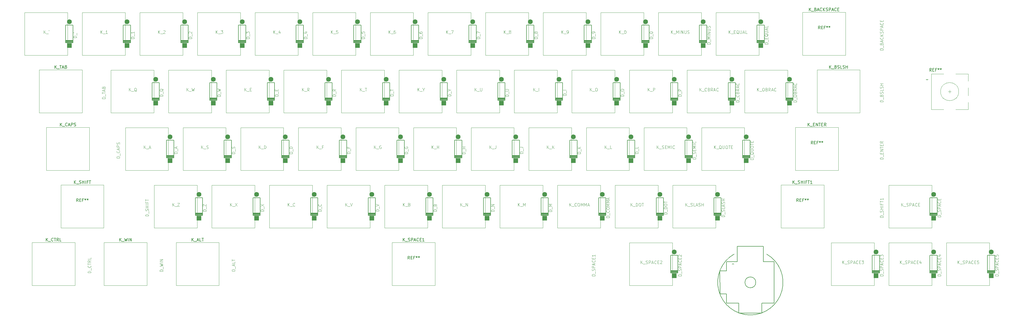
<source format=gbr>
G04 #@! TF.GenerationSoftware,KiCad,Pcbnew,7.0.6*
G04 #@! TF.CreationDate,2023-08-30T22:57:20-07:00*
G04 #@! TF.ProjectId,keyboard,6b657962-6f61-4726-942e-6b696361645f,rev?*
G04 #@! TF.SameCoordinates,Original*
G04 #@! TF.FileFunction,Legend,Top*
G04 #@! TF.FilePolarity,Positive*
%FSLAX46Y46*%
G04 Gerber Fmt 4.6, Leading zero omitted, Abs format (unit mm)*
G04 Created by KiCad (PCBNEW 7.0.6) date 2023-08-30 22:57:20*
%MOMM*%
%LPD*%
G01*
G04 APERTURE LIST*
%ADD10C,0.100000*%
%ADD11C,0.150000*%
%ADD12C,0.120000*%
%ADD13C,0.200000*%
%ADD14C,0.127000*%
%ADD15R,1.600000X1.600000*%
%ADD16C,1.600000*%
G04 APERTURE END LIST*
D10*
X440457509Y-210874714D02*
X439457509Y-210874714D01*
X439457509Y-210874714D02*
X439457509Y-210636619D01*
X439457509Y-210636619D02*
X439505128Y-210493762D01*
X439505128Y-210493762D02*
X439600366Y-210398524D01*
X439600366Y-210398524D02*
X439695604Y-210350905D01*
X439695604Y-210350905D02*
X439886080Y-210303286D01*
X439886080Y-210303286D02*
X440028937Y-210303286D01*
X440028937Y-210303286D02*
X440219413Y-210350905D01*
X440219413Y-210350905D02*
X440314651Y-210398524D01*
X440314651Y-210398524D02*
X440409890Y-210493762D01*
X440409890Y-210493762D02*
X440457509Y-210636619D01*
X440457509Y-210636619D02*
X440457509Y-210874714D01*
X440552747Y-210112810D02*
X440552747Y-209350905D01*
X439933699Y-209112809D02*
X439933699Y-208779476D01*
X440457509Y-208636619D02*
X440457509Y-209112809D01*
X440457509Y-209112809D02*
X439457509Y-209112809D01*
X439457509Y-209112809D02*
X439457509Y-208636619D01*
X440457509Y-208208047D02*
X439457509Y-208208047D01*
X439457509Y-208208047D02*
X440457509Y-207636619D01*
X440457509Y-207636619D02*
X439457509Y-207636619D01*
X439457509Y-207303285D02*
X439457509Y-206731857D01*
X440457509Y-207017571D02*
X439457509Y-207017571D01*
X439933699Y-206398523D02*
X439933699Y-206065190D01*
X440457509Y-205922333D02*
X440457509Y-206398523D01*
X440457509Y-206398523D02*
X439457509Y-206398523D01*
X439457509Y-206398523D02*
X439457509Y-205922333D01*
X440457509Y-204922333D02*
X439981318Y-205255666D01*
X440457509Y-205493761D02*
X439457509Y-205493761D01*
X439457509Y-205493761D02*
X439457509Y-205112809D01*
X439457509Y-205112809D02*
X439505128Y-205017571D01*
X439505128Y-205017571D02*
X439552747Y-204969952D01*
X439552747Y-204969952D02*
X439647985Y-204922333D01*
X439647985Y-204922333D02*
X439790842Y-204922333D01*
X439790842Y-204922333D02*
X439886080Y-204969952D01*
X439886080Y-204969952D02*
X439933699Y-205017571D01*
X439933699Y-205017571D02*
X439981318Y-205112809D01*
X439981318Y-205112809D02*
X439981318Y-205493761D01*
X243594733Y-226429753D02*
X243594733Y-225429753D01*
X244166161Y-226429753D02*
X243737590Y-225858324D01*
X244166161Y-225429753D02*
X243594733Y-226001181D01*
X244356638Y-226524991D02*
X245118542Y-226524991D01*
X245928066Y-226334514D02*
X245880447Y-226382134D01*
X245880447Y-226382134D02*
X245737590Y-226429753D01*
X245737590Y-226429753D02*
X245642352Y-226429753D01*
X245642352Y-226429753D02*
X245499495Y-226382134D01*
X245499495Y-226382134D02*
X245404257Y-226286895D01*
X245404257Y-226286895D02*
X245356638Y-226191657D01*
X245356638Y-226191657D02*
X245309019Y-226001181D01*
X245309019Y-226001181D02*
X245309019Y-225858324D01*
X245309019Y-225858324D02*
X245356638Y-225667848D01*
X245356638Y-225667848D02*
X245404257Y-225572610D01*
X245404257Y-225572610D02*
X245499495Y-225477372D01*
X245499495Y-225477372D02*
X245642352Y-225429753D01*
X245642352Y-225429753D02*
X245737590Y-225429753D01*
X245737590Y-225429753D02*
X245880447Y-225477372D01*
X245880447Y-225477372D02*
X245928066Y-225524991D01*
D11*
X417235506Y-205877153D02*
X416902173Y-205400962D01*
X416664078Y-205877153D02*
X416664078Y-204877153D01*
X416664078Y-204877153D02*
X417045030Y-204877153D01*
X417045030Y-204877153D02*
X417140268Y-204924772D01*
X417140268Y-204924772D02*
X417187887Y-204972391D01*
X417187887Y-204972391D02*
X417235506Y-205067629D01*
X417235506Y-205067629D02*
X417235506Y-205210486D01*
X417235506Y-205210486D02*
X417187887Y-205305724D01*
X417187887Y-205305724D02*
X417140268Y-205353343D01*
X417140268Y-205353343D02*
X417045030Y-205400962D01*
X417045030Y-205400962D02*
X416664078Y-205400962D01*
X417664078Y-205353343D02*
X417997411Y-205353343D01*
X418140268Y-205877153D02*
X417664078Y-205877153D01*
X417664078Y-205877153D02*
X417664078Y-204877153D01*
X417664078Y-204877153D02*
X418140268Y-204877153D01*
X418902173Y-205353343D02*
X418568840Y-205353343D01*
X418568840Y-205877153D02*
X418568840Y-204877153D01*
X418568840Y-204877153D02*
X419045030Y-204877153D01*
X419568840Y-204877153D02*
X419568840Y-205115248D01*
X419330745Y-205020010D02*
X419568840Y-205115248D01*
X419568840Y-205115248D02*
X419806935Y-205020010D01*
X419425983Y-205305724D02*
X419568840Y-205115248D01*
X419568840Y-205115248D02*
X419711697Y-205305724D01*
X420330745Y-204877153D02*
X420330745Y-205115248D01*
X420092650Y-205020010D02*
X420330745Y-205115248D01*
X420330745Y-205115248D02*
X420568840Y-205020010D01*
X420187888Y-205305724D02*
X420330745Y-205115248D01*
X420330745Y-205115248D02*
X420473602Y-205305724D01*
D10*
X281694733Y-226429753D02*
X281694733Y-225429753D01*
X282266161Y-226429753D02*
X281837590Y-225858324D01*
X282266161Y-225429753D02*
X281694733Y-226001181D01*
X282456638Y-226524991D02*
X283218542Y-226524991D01*
X283789971Y-225905943D02*
X283932828Y-225953562D01*
X283932828Y-225953562D02*
X283980447Y-226001181D01*
X283980447Y-226001181D02*
X284028066Y-226096419D01*
X284028066Y-226096419D02*
X284028066Y-226239276D01*
X284028066Y-226239276D02*
X283980447Y-226334514D01*
X283980447Y-226334514D02*
X283932828Y-226382134D01*
X283932828Y-226382134D02*
X283837590Y-226429753D01*
X283837590Y-226429753D02*
X283456638Y-226429753D01*
X283456638Y-226429753D02*
X283456638Y-225429753D01*
X283456638Y-225429753D02*
X283789971Y-225429753D01*
X283789971Y-225429753D02*
X283885209Y-225477372D01*
X283885209Y-225477372D02*
X283932828Y-225524991D01*
X283932828Y-225524991D02*
X283980447Y-225620229D01*
X283980447Y-225620229D02*
X283980447Y-225715467D01*
X283980447Y-225715467D02*
X283932828Y-225810705D01*
X283932828Y-225810705D02*
X283885209Y-225858324D01*
X283885209Y-225858324D02*
X283789971Y-225905943D01*
X283789971Y-225905943D02*
X283456638Y-225905943D01*
X291195923Y-207379753D02*
X291195923Y-206379753D01*
X291767351Y-207379753D02*
X291338780Y-206808324D01*
X291767351Y-206379753D02*
X291195923Y-206951181D01*
X291957828Y-207474991D02*
X292719732Y-207474991D01*
X292957828Y-207379753D02*
X292957828Y-206379753D01*
X292957828Y-206855943D02*
X293529256Y-206855943D01*
X293529256Y-207379753D02*
X293529256Y-206379753D01*
X226145009Y-247879476D02*
X225145009Y-247879476D01*
X225145009Y-247879476D02*
X225145009Y-247641381D01*
X225145009Y-247641381D02*
X225192628Y-247498524D01*
X225192628Y-247498524D02*
X225287866Y-247403286D01*
X225287866Y-247403286D02*
X225383104Y-247355667D01*
X225383104Y-247355667D02*
X225573580Y-247308048D01*
X225573580Y-247308048D02*
X225716437Y-247308048D01*
X225716437Y-247308048D02*
X225906913Y-247355667D01*
X225906913Y-247355667D02*
X226002151Y-247403286D01*
X226002151Y-247403286D02*
X226097390Y-247498524D01*
X226097390Y-247498524D02*
X226145009Y-247641381D01*
X226145009Y-247641381D02*
X226145009Y-247879476D01*
X226240247Y-247117572D02*
X226240247Y-246355667D01*
X225859294Y-246165190D02*
X225859294Y-245689000D01*
X226145009Y-246260428D02*
X225145009Y-245927095D01*
X225145009Y-245927095D02*
X226145009Y-245593762D01*
X226145009Y-244784238D02*
X226145009Y-245260428D01*
X226145009Y-245260428D02*
X225145009Y-245260428D01*
X225145009Y-244593761D02*
X225145009Y-244022333D01*
X226145009Y-244308047D02*
X225145009Y-244308047D01*
X181706042Y-169279753D02*
X181706042Y-168279753D01*
X182277470Y-169279753D02*
X181848899Y-168708324D01*
X182277470Y-168279753D02*
X181706042Y-168851181D01*
X182467947Y-169374991D02*
X183229851Y-169374991D01*
X183991756Y-169279753D02*
X183420328Y-169279753D01*
X183706042Y-169279753D02*
X183706042Y-168279753D01*
X183706042Y-168279753D02*
X183610804Y-168422610D01*
X183610804Y-168422610D02*
X183515566Y-168517848D01*
X183515566Y-168517848D02*
X183420328Y-168565467D01*
X292820009Y-228115190D02*
X291820009Y-228115190D01*
X291820009Y-228115190D02*
X291820009Y-227877095D01*
X291820009Y-227877095D02*
X291867628Y-227734238D01*
X291867628Y-227734238D02*
X291962866Y-227639000D01*
X291962866Y-227639000D02*
X292058104Y-227591381D01*
X292058104Y-227591381D02*
X292248580Y-227543762D01*
X292248580Y-227543762D02*
X292391437Y-227543762D01*
X292391437Y-227543762D02*
X292581913Y-227591381D01*
X292581913Y-227591381D02*
X292677151Y-227639000D01*
X292677151Y-227639000D02*
X292772390Y-227734238D01*
X292772390Y-227734238D02*
X292820009Y-227877095D01*
X292820009Y-227877095D02*
X292820009Y-228115190D01*
X292915247Y-227353286D02*
X292915247Y-226591381D01*
X292296199Y-226019952D02*
X292343818Y-225877095D01*
X292343818Y-225877095D02*
X292391437Y-225829476D01*
X292391437Y-225829476D02*
X292486675Y-225781857D01*
X292486675Y-225781857D02*
X292629532Y-225781857D01*
X292629532Y-225781857D02*
X292724770Y-225829476D01*
X292724770Y-225829476D02*
X292772390Y-225877095D01*
X292772390Y-225877095D02*
X292820009Y-225972333D01*
X292820009Y-225972333D02*
X292820009Y-226353285D01*
X292820009Y-226353285D02*
X291820009Y-226353285D01*
X291820009Y-226353285D02*
X291820009Y-226019952D01*
X291820009Y-226019952D02*
X291867628Y-225924714D01*
X291867628Y-225924714D02*
X291915247Y-225877095D01*
X291915247Y-225877095D02*
X292010485Y-225829476D01*
X292010485Y-225829476D02*
X292105723Y-225829476D01*
X292105723Y-225829476D02*
X292200961Y-225877095D01*
X292200961Y-225877095D02*
X292248580Y-225924714D01*
X292248580Y-225924714D02*
X292296199Y-226019952D01*
X292296199Y-226019952D02*
X292296199Y-226353285D01*
D11*
X416021518Y-161777153D02*
X416021518Y-160777153D01*
X416592946Y-161777153D02*
X416164375Y-161205724D01*
X416592946Y-160777153D02*
X416021518Y-161348581D01*
X416783423Y-161872391D02*
X417545327Y-161872391D01*
X418116756Y-161253343D02*
X418259613Y-161300962D01*
X418259613Y-161300962D02*
X418307232Y-161348581D01*
X418307232Y-161348581D02*
X418354851Y-161443819D01*
X418354851Y-161443819D02*
X418354851Y-161586676D01*
X418354851Y-161586676D02*
X418307232Y-161681914D01*
X418307232Y-161681914D02*
X418259613Y-161729534D01*
X418259613Y-161729534D02*
X418164375Y-161777153D01*
X418164375Y-161777153D02*
X417783423Y-161777153D01*
X417783423Y-161777153D02*
X417783423Y-160777153D01*
X417783423Y-160777153D02*
X418116756Y-160777153D01*
X418116756Y-160777153D02*
X418211994Y-160824772D01*
X418211994Y-160824772D02*
X418259613Y-160872391D01*
X418259613Y-160872391D02*
X418307232Y-160967629D01*
X418307232Y-160967629D02*
X418307232Y-161062867D01*
X418307232Y-161062867D02*
X418259613Y-161158105D01*
X418259613Y-161158105D02*
X418211994Y-161205724D01*
X418211994Y-161205724D02*
X418116756Y-161253343D01*
X418116756Y-161253343D02*
X417783423Y-161253343D01*
X418735804Y-161491438D02*
X419211994Y-161491438D01*
X418640566Y-161777153D02*
X418973899Y-160777153D01*
X418973899Y-160777153D02*
X419307232Y-161777153D01*
X420211994Y-161681914D02*
X420164375Y-161729534D01*
X420164375Y-161729534D02*
X420021518Y-161777153D01*
X420021518Y-161777153D02*
X419926280Y-161777153D01*
X419926280Y-161777153D02*
X419783423Y-161729534D01*
X419783423Y-161729534D02*
X419688185Y-161634295D01*
X419688185Y-161634295D02*
X419640566Y-161539057D01*
X419640566Y-161539057D02*
X419592947Y-161348581D01*
X419592947Y-161348581D02*
X419592947Y-161205724D01*
X419592947Y-161205724D02*
X419640566Y-161015248D01*
X419640566Y-161015248D02*
X419688185Y-160920010D01*
X419688185Y-160920010D02*
X419783423Y-160824772D01*
X419783423Y-160824772D02*
X419926280Y-160777153D01*
X419926280Y-160777153D02*
X420021518Y-160777153D01*
X420021518Y-160777153D02*
X420164375Y-160824772D01*
X420164375Y-160824772D02*
X420211994Y-160872391D01*
X420640566Y-161777153D02*
X420640566Y-160777153D01*
X421211994Y-161777153D02*
X420783423Y-161205724D01*
X421211994Y-160777153D02*
X420640566Y-161348581D01*
X421592947Y-161729534D02*
X421735804Y-161777153D01*
X421735804Y-161777153D02*
X421973899Y-161777153D01*
X421973899Y-161777153D02*
X422069137Y-161729534D01*
X422069137Y-161729534D02*
X422116756Y-161681914D01*
X422116756Y-161681914D02*
X422164375Y-161586676D01*
X422164375Y-161586676D02*
X422164375Y-161491438D01*
X422164375Y-161491438D02*
X422116756Y-161396200D01*
X422116756Y-161396200D02*
X422069137Y-161348581D01*
X422069137Y-161348581D02*
X421973899Y-161300962D01*
X421973899Y-161300962D02*
X421783423Y-161253343D01*
X421783423Y-161253343D02*
X421688185Y-161205724D01*
X421688185Y-161205724D02*
X421640566Y-161158105D01*
X421640566Y-161158105D02*
X421592947Y-161062867D01*
X421592947Y-161062867D02*
X421592947Y-160967629D01*
X421592947Y-160967629D02*
X421640566Y-160872391D01*
X421640566Y-160872391D02*
X421688185Y-160824772D01*
X421688185Y-160824772D02*
X421783423Y-160777153D01*
X421783423Y-160777153D02*
X422021518Y-160777153D01*
X422021518Y-160777153D02*
X422164375Y-160824772D01*
X422592947Y-161777153D02*
X422592947Y-160777153D01*
X422592947Y-160777153D02*
X422973899Y-160777153D01*
X422973899Y-160777153D02*
X423069137Y-160824772D01*
X423069137Y-160824772D02*
X423116756Y-160872391D01*
X423116756Y-160872391D02*
X423164375Y-160967629D01*
X423164375Y-160967629D02*
X423164375Y-161110486D01*
X423164375Y-161110486D02*
X423116756Y-161205724D01*
X423116756Y-161205724D02*
X423069137Y-161253343D01*
X423069137Y-161253343D02*
X422973899Y-161300962D01*
X422973899Y-161300962D02*
X422592947Y-161300962D01*
X423545328Y-161491438D02*
X424021518Y-161491438D01*
X423450090Y-161777153D02*
X423783423Y-160777153D01*
X423783423Y-160777153D02*
X424116756Y-161777153D01*
X425021518Y-161681914D02*
X424973899Y-161729534D01*
X424973899Y-161729534D02*
X424831042Y-161777153D01*
X424831042Y-161777153D02*
X424735804Y-161777153D01*
X424735804Y-161777153D02*
X424592947Y-161729534D01*
X424592947Y-161729534D02*
X424497709Y-161634295D01*
X424497709Y-161634295D02*
X424450090Y-161539057D01*
X424450090Y-161539057D02*
X424402471Y-161348581D01*
X424402471Y-161348581D02*
X424402471Y-161205724D01*
X424402471Y-161205724D02*
X424450090Y-161015248D01*
X424450090Y-161015248D02*
X424497709Y-160920010D01*
X424497709Y-160920010D02*
X424592947Y-160824772D01*
X424592947Y-160824772D02*
X424735804Y-160777153D01*
X424735804Y-160777153D02*
X424831042Y-160777153D01*
X424831042Y-160777153D02*
X424973899Y-160824772D01*
X424973899Y-160824772D02*
X425021518Y-160872391D01*
X425450090Y-161253343D02*
X425783423Y-161253343D01*
X425926280Y-161777153D02*
X425450090Y-161777153D01*
X425450090Y-161777153D02*
X425450090Y-160777153D01*
X425450090Y-160777153D02*
X425926280Y-160777153D01*
D10*
X216620009Y-228091381D02*
X215620009Y-228091381D01*
X215620009Y-228091381D02*
X215620009Y-227853286D01*
X215620009Y-227853286D02*
X215667628Y-227710429D01*
X215667628Y-227710429D02*
X215762866Y-227615191D01*
X215762866Y-227615191D02*
X215858104Y-227567572D01*
X215858104Y-227567572D02*
X216048580Y-227519953D01*
X216048580Y-227519953D02*
X216191437Y-227519953D01*
X216191437Y-227519953D02*
X216381913Y-227567572D01*
X216381913Y-227567572D02*
X216477151Y-227615191D01*
X216477151Y-227615191D02*
X216572390Y-227710429D01*
X216572390Y-227710429D02*
X216620009Y-227853286D01*
X216620009Y-227853286D02*
X216620009Y-228091381D01*
X216715247Y-227329477D02*
X216715247Y-226567572D01*
X215620009Y-226424714D02*
X215620009Y-225758048D01*
X215620009Y-225758048D02*
X216620009Y-226424714D01*
X216620009Y-226424714D02*
X216620009Y-225758048D01*
X178520009Y-248450905D02*
X177520009Y-248450905D01*
X177520009Y-248450905D02*
X177520009Y-248212810D01*
X177520009Y-248212810D02*
X177567628Y-248069953D01*
X177567628Y-248069953D02*
X177662866Y-247974715D01*
X177662866Y-247974715D02*
X177758104Y-247927096D01*
X177758104Y-247927096D02*
X177948580Y-247879477D01*
X177948580Y-247879477D02*
X178091437Y-247879477D01*
X178091437Y-247879477D02*
X178281913Y-247927096D01*
X178281913Y-247927096D02*
X178377151Y-247974715D01*
X178377151Y-247974715D02*
X178472390Y-248069953D01*
X178472390Y-248069953D02*
X178520009Y-248212810D01*
X178520009Y-248212810D02*
X178520009Y-248450905D01*
X178615247Y-247689001D02*
X178615247Y-246927096D01*
X178424770Y-246117572D02*
X178472390Y-246165191D01*
X178472390Y-246165191D02*
X178520009Y-246308048D01*
X178520009Y-246308048D02*
X178520009Y-246403286D01*
X178520009Y-246403286D02*
X178472390Y-246546143D01*
X178472390Y-246546143D02*
X178377151Y-246641381D01*
X178377151Y-246641381D02*
X178281913Y-246689000D01*
X178281913Y-246689000D02*
X178091437Y-246736619D01*
X178091437Y-246736619D02*
X177948580Y-246736619D01*
X177948580Y-246736619D02*
X177758104Y-246689000D01*
X177758104Y-246689000D02*
X177662866Y-246641381D01*
X177662866Y-246641381D02*
X177567628Y-246546143D01*
X177567628Y-246546143D02*
X177520009Y-246403286D01*
X177520009Y-246403286D02*
X177520009Y-246308048D01*
X177520009Y-246308048D02*
X177567628Y-246165191D01*
X177567628Y-246165191D02*
X177615247Y-246117572D01*
X177520009Y-245831857D02*
X177520009Y-245260429D01*
X178520009Y-245546143D02*
X177520009Y-245546143D01*
X178520009Y-244355667D02*
X178043818Y-244689000D01*
X178520009Y-244927095D02*
X177520009Y-244927095D01*
X177520009Y-244927095D02*
X177520009Y-244546143D01*
X177520009Y-244546143D02*
X177567628Y-244450905D01*
X177567628Y-244450905D02*
X177615247Y-244403286D01*
X177615247Y-244403286D02*
X177710485Y-244355667D01*
X177710485Y-244355667D02*
X177853342Y-244355667D01*
X177853342Y-244355667D02*
X177948580Y-244403286D01*
X177948580Y-244403286D02*
X177996199Y-244450905D01*
X177996199Y-244450905D02*
X178043818Y-244546143D01*
X178043818Y-244546143D02*
X178043818Y-244927095D01*
X178520009Y-243450905D02*
X178520009Y-243927095D01*
X178520009Y-243927095D02*
X177520009Y-243927095D01*
X345207509Y-170941381D02*
X344207509Y-170941381D01*
X344207509Y-170941381D02*
X344207509Y-170703286D01*
X344207509Y-170703286D02*
X344255128Y-170560429D01*
X344255128Y-170560429D02*
X344350366Y-170465191D01*
X344350366Y-170465191D02*
X344445604Y-170417572D01*
X344445604Y-170417572D02*
X344636080Y-170369953D01*
X344636080Y-170369953D02*
X344778937Y-170369953D01*
X344778937Y-170369953D02*
X344969413Y-170417572D01*
X344969413Y-170417572D02*
X345064651Y-170465191D01*
X345064651Y-170465191D02*
X345159890Y-170560429D01*
X345159890Y-170560429D02*
X345207509Y-170703286D01*
X345207509Y-170703286D02*
X345207509Y-170941381D01*
X345302747Y-170179477D02*
X345302747Y-169417572D01*
X345207509Y-169131857D02*
X345207509Y-168941381D01*
X345207509Y-168941381D02*
X345159890Y-168846143D01*
X345159890Y-168846143D02*
X345112270Y-168798524D01*
X345112270Y-168798524D02*
X344969413Y-168703286D01*
X344969413Y-168703286D02*
X344778937Y-168655667D01*
X344778937Y-168655667D02*
X344397985Y-168655667D01*
X344397985Y-168655667D02*
X344302747Y-168703286D01*
X344302747Y-168703286D02*
X344255128Y-168750905D01*
X344255128Y-168750905D02*
X344207509Y-168846143D01*
X344207509Y-168846143D02*
X344207509Y-169036619D01*
X344207509Y-169036619D02*
X344255128Y-169131857D01*
X344255128Y-169131857D02*
X344302747Y-169179476D01*
X344302747Y-169179476D02*
X344397985Y-169227095D01*
X344397985Y-169227095D02*
X344636080Y-169227095D01*
X344636080Y-169227095D02*
X344731318Y-169179476D01*
X344731318Y-169179476D02*
X344778937Y-169131857D01*
X344778937Y-169131857D02*
X344826556Y-169036619D01*
X344826556Y-169036619D02*
X344826556Y-168846143D01*
X344826556Y-168846143D02*
X344778937Y-168750905D01*
X344778937Y-168750905D02*
X344731318Y-168703286D01*
X344731318Y-168703286D02*
X344636080Y-168655667D01*
X196041161Y-207379753D02*
X196041161Y-206379753D01*
X196612589Y-207379753D02*
X196184018Y-206808324D01*
X196612589Y-206379753D02*
X196041161Y-206951181D01*
X196803066Y-207474991D02*
X197564970Y-207474991D01*
X197755447Y-207094038D02*
X198231637Y-207094038D01*
X197660209Y-207379753D02*
X197993542Y-206379753D01*
X197993542Y-206379753D02*
X198326875Y-207379753D01*
X310388780Y-207379753D02*
X310388780Y-206379753D01*
X310960208Y-207379753D02*
X310531637Y-206808324D01*
X310960208Y-206379753D02*
X310388780Y-206951181D01*
X311150685Y-207474991D02*
X311912589Y-207474991D01*
X312436399Y-206379753D02*
X312436399Y-207094038D01*
X312436399Y-207094038D02*
X312388780Y-207236895D01*
X312388780Y-207236895D02*
X312293542Y-207332134D01*
X312293542Y-207332134D02*
X312150685Y-207379753D01*
X312150685Y-207379753D02*
X312055447Y-207379753D01*
X311870009Y-228139000D02*
X310870009Y-228139000D01*
X310870009Y-228139000D02*
X310870009Y-227900905D01*
X310870009Y-227900905D02*
X310917628Y-227758048D01*
X310917628Y-227758048D02*
X311012866Y-227662810D01*
X311012866Y-227662810D02*
X311108104Y-227615191D01*
X311108104Y-227615191D02*
X311298580Y-227567572D01*
X311298580Y-227567572D02*
X311441437Y-227567572D01*
X311441437Y-227567572D02*
X311631913Y-227615191D01*
X311631913Y-227615191D02*
X311727151Y-227662810D01*
X311727151Y-227662810D02*
X311822390Y-227758048D01*
X311822390Y-227758048D02*
X311870009Y-227900905D01*
X311870009Y-227900905D02*
X311870009Y-228139000D01*
X311965247Y-227377096D02*
X311965247Y-226615191D01*
X311870009Y-226377095D02*
X310870009Y-226377095D01*
X310870009Y-226377095D02*
X311870009Y-225805667D01*
X311870009Y-225805667D02*
X310870009Y-225805667D01*
X297582509Y-189943762D02*
X296582509Y-189943762D01*
X296582509Y-189943762D02*
X296582509Y-189705667D01*
X296582509Y-189705667D02*
X296630128Y-189562810D01*
X296630128Y-189562810D02*
X296725366Y-189467572D01*
X296725366Y-189467572D02*
X296820604Y-189419953D01*
X296820604Y-189419953D02*
X297011080Y-189372334D01*
X297011080Y-189372334D02*
X297153937Y-189372334D01*
X297153937Y-189372334D02*
X297344413Y-189419953D01*
X297344413Y-189419953D02*
X297439651Y-189467572D01*
X297439651Y-189467572D02*
X297534890Y-189562810D01*
X297534890Y-189562810D02*
X297582509Y-189705667D01*
X297582509Y-189705667D02*
X297582509Y-189943762D01*
X297677747Y-189181858D02*
X297677747Y-188419953D01*
X297106318Y-187991381D02*
X297582509Y-187991381D01*
X296582509Y-188324714D02*
X297106318Y-187991381D01*
X297106318Y-187991381D02*
X296582509Y-187658048D01*
X324819138Y-188329753D02*
X324819138Y-187329753D01*
X325390566Y-188329753D02*
X324961995Y-187758324D01*
X325390566Y-187329753D02*
X324819138Y-187901181D01*
X325581043Y-188424991D02*
X326342947Y-188424991D01*
X326581043Y-188329753D02*
X326581043Y-187329753D01*
D11*
X187992650Y-237977153D02*
X187992650Y-236977153D01*
X188564078Y-237977153D02*
X188135507Y-237405724D01*
X188564078Y-236977153D02*
X187992650Y-237548581D01*
X188754555Y-238072391D02*
X189516459Y-238072391D01*
X189659317Y-236977153D02*
X189897412Y-237977153D01*
X189897412Y-237977153D02*
X190087888Y-237262867D01*
X190087888Y-237262867D02*
X190278364Y-237977153D01*
X190278364Y-237977153D02*
X190516460Y-236977153D01*
X190897412Y-237977153D02*
X190897412Y-236977153D01*
X191373602Y-237977153D02*
X191373602Y-236977153D01*
X191373602Y-236977153D02*
X191945030Y-237977153D01*
X191945030Y-237977153D02*
X191945030Y-236977153D01*
D10*
X446048899Y-245479753D02*
X446048899Y-244479753D01*
X446620327Y-245479753D02*
X446191756Y-244908324D01*
X446620327Y-244479753D02*
X446048899Y-245051181D01*
X446810804Y-245574991D02*
X447572708Y-245574991D01*
X447763185Y-245432134D02*
X447906042Y-245479753D01*
X447906042Y-245479753D02*
X448144137Y-245479753D01*
X448144137Y-245479753D02*
X448239375Y-245432134D01*
X448239375Y-245432134D02*
X448286994Y-245384514D01*
X448286994Y-245384514D02*
X448334613Y-245289276D01*
X448334613Y-245289276D02*
X448334613Y-245194038D01*
X448334613Y-245194038D02*
X448286994Y-245098800D01*
X448286994Y-245098800D02*
X448239375Y-245051181D01*
X448239375Y-245051181D02*
X448144137Y-245003562D01*
X448144137Y-245003562D02*
X447953661Y-244955943D01*
X447953661Y-244955943D02*
X447858423Y-244908324D01*
X447858423Y-244908324D02*
X447810804Y-244860705D01*
X447810804Y-244860705D02*
X447763185Y-244765467D01*
X447763185Y-244765467D02*
X447763185Y-244670229D01*
X447763185Y-244670229D02*
X447810804Y-244574991D01*
X447810804Y-244574991D02*
X447858423Y-244527372D01*
X447858423Y-244527372D02*
X447953661Y-244479753D01*
X447953661Y-244479753D02*
X448191756Y-244479753D01*
X448191756Y-244479753D02*
X448334613Y-244527372D01*
X448763185Y-245479753D02*
X448763185Y-244479753D01*
X448763185Y-244479753D02*
X449144137Y-244479753D01*
X449144137Y-244479753D02*
X449239375Y-244527372D01*
X449239375Y-244527372D02*
X449286994Y-244574991D01*
X449286994Y-244574991D02*
X449334613Y-244670229D01*
X449334613Y-244670229D02*
X449334613Y-244813086D01*
X449334613Y-244813086D02*
X449286994Y-244908324D01*
X449286994Y-244908324D02*
X449239375Y-244955943D01*
X449239375Y-244955943D02*
X449144137Y-245003562D01*
X449144137Y-245003562D02*
X448763185Y-245003562D01*
X449715566Y-245194038D02*
X450191756Y-245194038D01*
X449620328Y-245479753D02*
X449953661Y-244479753D01*
X449953661Y-244479753D02*
X450286994Y-245479753D01*
X451191756Y-245384514D02*
X451144137Y-245432134D01*
X451144137Y-245432134D02*
X451001280Y-245479753D01*
X451001280Y-245479753D02*
X450906042Y-245479753D01*
X450906042Y-245479753D02*
X450763185Y-245432134D01*
X450763185Y-245432134D02*
X450667947Y-245336895D01*
X450667947Y-245336895D02*
X450620328Y-245241657D01*
X450620328Y-245241657D02*
X450572709Y-245051181D01*
X450572709Y-245051181D02*
X450572709Y-244908324D01*
X450572709Y-244908324D02*
X450620328Y-244717848D01*
X450620328Y-244717848D02*
X450667947Y-244622610D01*
X450667947Y-244622610D02*
X450763185Y-244527372D01*
X450763185Y-244527372D02*
X450906042Y-244479753D01*
X450906042Y-244479753D02*
X451001280Y-244479753D01*
X451001280Y-244479753D02*
X451144137Y-244527372D01*
X451144137Y-244527372D02*
X451191756Y-244574991D01*
X451620328Y-244955943D02*
X451953661Y-244955943D01*
X452096518Y-245479753D02*
X451620328Y-245479753D01*
X451620328Y-245479753D02*
X451620328Y-244479753D01*
X451620328Y-244479753D02*
X452096518Y-244479753D01*
X452953661Y-244813086D02*
X452953661Y-245479753D01*
X452715566Y-244432134D02*
X452477471Y-245146419D01*
X452477471Y-245146419D02*
X453096518Y-245146419D01*
X383307509Y-172798523D02*
X382307509Y-172798523D01*
X382307509Y-172798523D02*
X382307509Y-172560428D01*
X382307509Y-172560428D02*
X382355128Y-172417571D01*
X382355128Y-172417571D02*
X382450366Y-172322333D01*
X382450366Y-172322333D02*
X382545604Y-172274714D01*
X382545604Y-172274714D02*
X382736080Y-172227095D01*
X382736080Y-172227095D02*
X382878937Y-172227095D01*
X382878937Y-172227095D02*
X383069413Y-172274714D01*
X383069413Y-172274714D02*
X383164651Y-172322333D01*
X383164651Y-172322333D02*
X383259890Y-172417571D01*
X383259890Y-172417571D02*
X383307509Y-172560428D01*
X383307509Y-172560428D02*
X383307509Y-172798523D01*
X383402747Y-172036619D02*
X383402747Y-171274714D01*
X383307509Y-171036618D02*
X382307509Y-171036618D01*
X382307509Y-171036618D02*
X383021794Y-170703285D01*
X383021794Y-170703285D02*
X382307509Y-170369952D01*
X382307509Y-170369952D02*
X383307509Y-170369952D01*
X383307509Y-169893761D02*
X382307509Y-169893761D01*
X383307509Y-169417571D02*
X382307509Y-169417571D01*
X382307509Y-169417571D02*
X383307509Y-168846143D01*
X383307509Y-168846143D02*
X382307509Y-168846143D01*
X382307509Y-168369952D02*
X383117032Y-168369952D01*
X383117032Y-168369952D02*
X383212270Y-168322333D01*
X383212270Y-168322333D02*
X383259890Y-168274714D01*
X383259890Y-168274714D02*
X383307509Y-168179476D01*
X383307509Y-168179476D02*
X383307509Y-167989000D01*
X383307509Y-167989000D02*
X383259890Y-167893762D01*
X383259890Y-167893762D02*
X383212270Y-167846143D01*
X383212270Y-167846143D02*
X383117032Y-167798524D01*
X383117032Y-167798524D02*
X382307509Y-167798524D01*
X383259890Y-167369952D02*
X383307509Y-167227095D01*
X383307509Y-167227095D02*
X383307509Y-166989000D01*
X383307509Y-166989000D02*
X383259890Y-166893762D01*
X383259890Y-166893762D02*
X383212270Y-166846143D01*
X383212270Y-166846143D02*
X383117032Y-166798524D01*
X383117032Y-166798524D02*
X383021794Y-166798524D01*
X383021794Y-166798524D02*
X382926556Y-166846143D01*
X382926556Y-166846143D02*
X382878937Y-166893762D01*
X382878937Y-166893762D02*
X382831318Y-166989000D01*
X382831318Y-166989000D02*
X382783699Y-167179476D01*
X382783699Y-167179476D02*
X382736080Y-167274714D01*
X382736080Y-167274714D02*
X382688461Y-167322333D01*
X382688461Y-167322333D02*
X382593223Y-167369952D01*
X382593223Y-167369952D02*
X382497985Y-167369952D01*
X382497985Y-167369952D02*
X382402747Y-167322333D01*
X382402747Y-167322333D02*
X382355128Y-167274714D01*
X382355128Y-167274714D02*
X382307509Y-167179476D01*
X382307509Y-167179476D02*
X382307509Y-166941381D01*
X382307509Y-166941381D02*
X382355128Y-166798524D01*
X269007509Y-170941381D02*
X268007509Y-170941381D01*
X268007509Y-170941381D02*
X268007509Y-170703286D01*
X268007509Y-170703286D02*
X268055128Y-170560429D01*
X268055128Y-170560429D02*
X268150366Y-170465191D01*
X268150366Y-170465191D02*
X268245604Y-170417572D01*
X268245604Y-170417572D02*
X268436080Y-170369953D01*
X268436080Y-170369953D02*
X268578937Y-170369953D01*
X268578937Y-170369953D02*
X268769413Y-170417572D01*
X268769413Y-170417572D02*
X268864651Y-170465191D01*
X268864651Y-170465191D02*
X268959890Y-170560429D01*
X268959890Y-170560429D02*
X269007509Y-170703286D01*
X269007509Y-170703286D02*
X269007509Y-170941381D01*
X269102747Y-170179477D02*
X269102747Y-169417572D01*
X268007509Y-168703286D02*
X268007509Y-169179476D01*
X268007509Y-169179476D02*
X268483699Y-169227095D01*
X268483699Y-169227095D02*
X268436080Y-169179476D01*
X268436080Y-169179476D02*
X268388461Y-169084238D01*
X268388461Y-169084238D02*
X268388461Y-168846143D01*
X268388461Y-168846143D02*
X268436080Y-168750905D01*
X268436080Y-168750905D02*
X268483699Y-168703286D01*
X268483699Y-168703286D02*
X268578937Y-168655667D01*
X268578937Y-168655667D02*
X268817032Y-168655667D01*
X268817032Y-168655667D02*
X268912270Y-168703286D01*
X268912270Y-168703286D02*
X268959890Y-168750905D01*
X268959890Y-168750905D02*
X269007509Y-168846143D01*
X269007509Y-168846143D02*
X269007509Y-169084238D01*
X269007509Y-169084238D02*
X268959890Y-169179476D01*
X268959890Y-169179476D02*
X268912270Y-169227095D01*
X288057509Y-170941381D02*
X287057509Y-170941381D01*
X287057509Y-170941381D02*
X287057509Y-170703286D01*
X287057509Y-170703286D02*
X287105128Y-170560429D01*
X287105128Y-170560429D02*
X287200366Y-170465191D01*
X287200366Y-170465191D02*
X287295604Y-170417572D01*
X287295604Y-170417572D02*
X287486080Y-170369953D01*
X287486080Y-170369953D02*
X287628937Y-170369953D01*
X287628937Y-170369953D02*
X287819413Y-170417572D01*
X287819413Y-170417572D02*
X287914651Y-170465191D01*
X287914651Y-170465191D02*
X288009890Y-170560429D01*
X288009890Y-170560429D02*
X288057509Y-170703286D01*
X288057509Y-170703286D02*
X288057509Y-170941381D01*
X288152747Y-170179477D02*
X288152747Y-169417572D01*
X287057509Y-168750905D02*
X287057509Y-168941381D01*
X287057509Y-168941381D02*
X287105128Y-169036619D01*
X287105128Y-169036619D02*
X287152747Y-169084238D01*
X287152747Y-169084238D02*
X287295604Y-169179476D01*
X287295604Y-169179476D02*
X287486080Y-169227095D01*
X287486080Y-169227095D02*
X287867032Y-169227095D01*
X287867032Y-169227095D02*
X287962270Y-169179476D01*
X287962270Y-169179476D02*
X288009890Y-169131857D01*
X288009890Y-169131857D02*
X288057509Y-169036619D01*
X288057509Y-169036619D02*
X288057509Y-168846143D01*
X288057509Y-168846143D02*
X288009890Y-168750905D01*
X288009890Y-168750905D02*
X287962270Y-168703286D01*
X287962270Y-168703286D02*
X287867032Y-168655667D01*
X287867032Y-168655667D02*
X287628937Y-168655667D01*
X287628937Y-168655667D02*
X287533699Y-168703286D01*
X287533699Y-168703286D02*
X287486080Y-168750905D01*
X287486080Y-168750905D02*
X287438461Y-168846143D01*
X287438461Y-168846143D02*
X287438461Y-169036619D01*
X287438461Y-169036619D02*
X287486080Y-169131857D01*
X287486080Y-169131857D02*
X287533699Y-169179476D01*
X287533699Y-169179476D02*
X287628937Y-169227095D01*
X335682509Y-189753285D02*
X334682509Y-189753285D01*
X334682509Y-189753285D02*
X334682509Y-189515190D01*
X334682509Y-189515190D02*
X334730128Y-189372333D01*
X334730128Y-189372333D02*
X334825366Y-189277095D01*
X334825366Y-189277095D02*
X334920604Y-189229476D01*
X334920604Y-189229476D02*
X335111080Y-189181857D01*
X335111080Y-189181857D02*
X335253937Y-189181857D01*
X335253937Y-189181857D02*
X335444413Y-189229476D01*
X335444413Y-189229476D02*
X335539651Y-189277095D01*
X335539651Y-189277095D02*
X335634890Y-189372333D01*
X335634890Y-189372333D02*
X335682509Y-189515190D01*
X335682509Y-189515190D02*
X335682509Y-189753285D01*
X335777747Y-188991381D02*
X335777747Y-188229476D01*
X335682509Y-187991380D02*
X334682509Y-187991380D01*
X316632509Y-190039000D02*
X315632509Y-190039000D01*
X315632509Y-190039000D02*
X315632509Y-189800905D01*
X315632509Y-189800905D02*
X315680128Y-189658048D01*
X315680128Y-189658048D02*
X315775366Y-189562810D01*
X315775366Y-189562810D02*
X315870604Y-189515191D01*
X315870604Y-189515191D02*
X316061080Y-189467572D01*
X316061080Y-189467572D02*
X316203937Y-189467572D01*
X316203937Y-189467572D02*
X316394413Y-189515191D01*
X316394413Y-189515191D02*
X316489651Y-189562810D01*
X316489651Y-189562810D02*
X316584890Y-189658048D01*
X316584890Y-189658048D02*
X316632509Y-189800905D01*
X316632509Y-189800905D02*
X316632509Y-190039000D01*
X316727747Y-189277096D02*
X316727747Y-188515191D01*
X315632509Y-188277095D02*
X316442032Y-188277095D01*
X316442032Y-188277095D02*
X316537270Y-188229476D01*
X316537270Y-188229476D02*
X316584890Y-188181857D01*
X316584890Y-188181857D02*
X316632509Y-188086619D01*
X316632509Y-188086619D02*
X316632509Y-187896143D01*
X316632509Y-187896143D02*
X316584890Y-187800905D01*
X316584890Y-187800905D02*
X316537270Y-187753286D01*
X316537270Y-187753286D02*
X316442032Y-187705667D01*
X316442032Y-187705667D02*
X315632509Y-187705667D01*
X402357509Y-172798524D02*
X401357509Y-172798524D01*
X401357509Y-172798524D02*
X401357509Y-172560429D01*
X401357509Y-172560429D02*
X401405128Y-172417572D01*
X401405128Y-172417572D02*
X401500366Y-172322334D01*
X401500366Y-172322334D02*
X401595604Y-172274715D01*
X401595604Y-172274715D02*
X401786080Y-172227096D01*
X401786080Y-172227096D02*
X401928937Y-172227096D01*
X401928937Y-172227096D02*
X402119413Y-172274715D01*
X402119413Y-172274715D02*
X402214651Y-172322334D01*
X402214651Y-172322334D02*
X402309890Y-172417572D01*
X402309890Y-172417572D02*
X402357509Y-172560429D01*
X402357509Y-172560429D02*
X402357509Y-172798524D01*
X402452747Y-172036620D02*
X402452747Y-171274715D01*
X401833699Y-171036619D02*
X401833699Y-170703286D01*
X402357509Y-170560429D02*
X402357509Y-171036619D01*
X402357509Y-171036619D02*
X401357509Y-171036619D01*
X401357509Y-171036619D02*
X401357509Y-170560429D01*
X402452747Y-169465191D02*
X402405128Y-169560429D01*
X402405128Y-169560429D02*
X402309890Y-169655667D01*
X402309890Y-169655667D02*
X402167032Y-169798524D01*
X402167032Y-169798524D02*
X402119413Y-169893762D01*
X402119413Y-169893762D02*
X402119413Y-169989000D01*
X402357509Y-169941381D02*
X402309890Y-170036619D01*
X402309890Y-170036619D02*
X402214651Y-170131857D01*
X402214651Y-170131857D02*
X402024175Y-170179476D01*
X402024175Y-170179476D02*
X401690842Y-170179476D01*
X401690842Y-170179476D02*
X401500366Y-170131857D01*
X401500366Y-170131857D02*
X401405128Y-170036619D01*
X401405128Y-170036619D02*
X401357509Y-169941381D01*
X401357509Y-169941381D02*
X401357509Y-169750905D01*
X401357509Y-169750905D02*
X401405128Y-169655667D01*
X401405128Y-169655667D02*
X401500366Y-169560429D01*
X401500366Y-169560429D02*
X401690842Y-169512810D01*
X401690842Y-169512810D02*
X402024175Y-169512810D01*
X402024175Y-169512810D02*
X402214651Y-169560429D01*
X402214651Y-169560429D02*
X402309890Y-169655667D01*
X402309890Y-169655667D02*
X402357509Y-169750905D01*
X402357509Y-169750905D02*
X402357509Y-169941381D01*
X401357509Y-169084238D02*
X402167032Y-169084238D01*
X402167032Y-169084238D02*
X402262270Y-169036619D01*
X402262270Y-169036619D02*
X402309890Y-168989000D01*
X402309890Y-168989000D02*
X402357509Y-168893762D01*
X402357509Y-168893762D02*
X402357509Y-168703286D01*
X402357509Y-168703286D02*
X402309890Y-168608048D01*
X402309890Y-168608048D02*
X402262270Y-168560429D01*
X402262270Y-168560429D02*
X402167032Y-168512810D01*
X402167032Y-168512810D02*
X401357509Y-168512810D01*
X402071794Y-168084238D02*
X402071794Y-167608048D01*
X402357509Y-168179476D02*
X401357509Y-167846143D01*
X401357509Y-167846143D02*
X402357509Y-167512810D01*
X402357509Y-166703286D02*
X402357509Y-167179476D01*
X402357509Y-167179476D02*
X401357509Y-167179476D01*
X440457509Y-191896143D02*
X439457509Y-191896143D01*
X439457509Y-191896143D02*
X439457509Y-191658048D01*
X439457509Y-191658048D02*
X439505128Y-191515191D01*
X439505128Y-191515191D02*
X439600366Y-191419953D01*
X439600366Y-191419953D02*
X439695604Y-191372334D01*
X439695604Y-191372334D02*
X439886080Y-191324715D01*
X439886080Y-191324715D02*
X440028937Y-191324715D01*
X440028937Y-191324715D02*
X440219413Y-191372334D01*
X440219413Y-191372334D02*
X440314651Y-191419953D01*
X440314651Y-191419953D02*
X440409890Y-191515191D01*
X440409890Y-191515191D02*
X440457509Y-191658048D01*
X440457509Y-191658048D02*
X440457509Y-191896143D01*
X440552747Y-191134239D02*
X440552747Y-190372334D01*
X439933699Y-189800905D02*
X439981318Y-189658048D01*
X439981318Y-189658048D02*
X440028937Y-189610429D01*
X440028937Y-189610429D02*
X440124175Y-189562810D01*
X440124175Y-189562810D02*
X440267032Y-189562810D01*
X440267032Y-189562810D02*
X440362270Y-189610429D01*
X440362270Y-189610429D02*
X440409890Y-189658048D01*
X440409890Y-189658048D02*
X440457509Y-189753286D01*
X440457509Y-189753286D02*
X440457509Y-190134238D01*
X440457509Y-190134238D02*
X439457509Y-190134238D01*
X439457509Y-190134238D02*
X439457509Y-189800905D01*
X439457509Y-189800905D02*
X439505128Y-189705667D01*
X439505128Y-189705667D02*
X439552747Y-189658048D01*
X439552747Y-189658048D02*
X439647985Y-189610429D01*
X439647985Y-189610429D02*
X439743223Y-189610429D01*
X439743223Y-189610429D02*
X439838461Y-189658048D01*
X439838461Y-189658048D02*
X439886080Y-189705667D01*
X439886080Y-189705667D02*
X439933699Y-189800905D01*
X439933699Y-189800905D02*
X439933699Y-190134238D01*
X440409890Y-189181857D02*
X440457509Y-189039000D01*
X440457509Y-189039000D02*
X440457509Y-188800905D01*
X440457509Y-188800905D02*
X440409890Y-188705667D01*
X440409890Y-188705667D02*
X440362270Y-188658048D01*
X440362270Y-188658048D02*
X440267032Y-188610429D01*
X440267032Y-188610429D02*
X440171794Y-188610429D01*
X440171794Y-188610429D02*
X440076556Y-188658048D01*
X440076556Y-188658048D02*
X440028937Y-188705667D01*
X440028937Y-188705667D02*
X439981318Y-188800905D01*
X439981318Y-188800905D02*
X439933699Y-188991381D01*
X439933699Y-188991381D02*
X439886080Y-189086619D01*
X439886080Y-189086619D02*
X439838461Y-189134238D01*
X439838461Y-189134238D02*
X439743223Y-189181857D01*
X439743223Y-189181857D02*
X439647985Y-189181857D01*
X439647985Y-189181857D02*
X439552747Y-189134238D01*
X439552747Y-189134238D02*
X439505128Y-189086619D01*
X439505128Y-189086619D02*
X439457509Y-188991381D01*
X439457509Y-188991381D02*
X439457509Y-188753286D01*
X439457509Y-188753286D02*
X439505128Y-188610429D01*
X440457509Y-187705667D02*
X440457509Y-188181857D01*
X440457509Y-188181857D02*
X439457509Y-188181857D01*
X440409890Y-187419952D02*
X440457509Y-187277095D01*
X440457509Y-187277095D02*
X440457509Y-187039000D01*
X440457509Y-187039000D02*
X440409890Y-186943762D01*
X440409890Y-186943762D02*
X440362270Y-186896143D01*
X440362270Y-186896143D02*
X440267032Y-186848524D01*
X440267032Y-186848524D02*
X440171794Y-186848524D01*
X440171794Y-186848524D02*
X440076556Y-186896143D01*
X440076556Y-186896143D02*
X440028937Y-186943762D01*
X440028937Y-186943762D02*
X439981318Y-187039000D01*
X439981318Y-187039000D02*
X439933699Y-187229476D01*
X439933699Y-187229476D02*
X439886080Y-187324714D01*
X439886080Y-187324714D02*
X439838461Y-187372333D01*
X439838461Y-187372333D02*
X439743223Y-187419952D01*
X439743223Y-187419952D02*
X439647985Y-187419952D01*
X439647985Y-187419952D02*
X439552747Y-187372333D01*
X439552747Y-187372333D02*
X439505128Y-187324714D01*
X439505128Y-187324714D02*
X439457509Y-187229476D01*
X439457509Y-187229476D02*
X439457509Y-186991381D01*
X439457509Y-186991381D02*
X439505128Y-186848524D01*
X440457509Y-186419952D02*
X439457509Y-186419952D01*
X439933699Y-186419952D02*
X439933699Y-185848524D01*
X440457509Y-185848524D02*
X439457509Y-185848524D01*
X465098899Y-245479753D02*
X465098899Y-244479753D01*
X465670327Y-245479753D02*
X465241756Y-244908324D01*
X465670327Y-244479753D02*
X465098899Y-245051181D01*
X465860804Y-245574991D02*
X466622708Y-245574991D01*
X466813185Y-245432134D02*
X466956042Y-245479753D01*
X466956042Y-245479753D02*
X467194137Y-245479753D01*
X467194137Y-245479753D02*
X467289375Y-245432134D01*
X467289375Y-245432134D02*
X467336994Y-245384514D01*
X467336994Y-245384514D02*
X467384613Y-245289276D01*
X467384613Y-245289276D02*
X467384613Y-245194038D01*
X467384613Y-245194038D02*
X467336994Y-245098800D01*
X467336994Y-245098800D02*
X467289375Y-245051181D01*
X467289375Y-245051181D02*
X467194137Y-245003562D01*
X467194137Y-245003562D02*
X467003661Y-244955943D01*
X467003661Y-244955943D02*
X466908423Y-244908324D01*
X466908423Y-244908324D02*
X466860804Y-244860705D01*
X466860804Y-244860705D02*
X466813185Y-244765467D01*
X466813185Y-244765467D02*
X466813185Y-244670229D01*
X466813185Y-244670229D02*
X466860804Y-244574991D01*
X466860804Y-244574991D02*
X466908423Y-244527372D01*
X466908423Y-244527372D02*
X467003661Y-244479753D01*
X467003661Y-244479753D02*
X467241756Y-244479753D01*
X467241756Y-244479753D02*
X467384613Y-244527372D01*
X467813185Y-245479753D02*
X467813185Y-244479753D01*
X467813185Y-244479753D02*
X468194137Y-244479753D01*
X468194137Y-244479753D02*
X468289375Y-244527372D01*
X468289375Y-244527372D02*
X468336994Y-244574991D01*
X468336994Y-244574991D02*
X468384613Y-244670229D01*
X468384613Y-244670229D02*
X468384613Y-244813086D01*
X468384613Y-244813086D02*
X468336994Y-244908324D01*
X468336994Y-244908324D02*
X468289375Y-244955943D01*
X468289375Y-244955943D02*
X468194137Y-245003562D01*
X468194137Y-245003562D02*
X467813185Y-245003562D01*
X468765566Y-245194038D02*
X469241756Y-245194038D01*
X468670328Y-245479753D02*
X469003661Y-244479753D01*
X469003661Y-244479753D02*
X469336994Y-245479753D01*
X470241756Y-245384514D02*
X470194137Y-245432134D01*
X470194137Y-245432134D02*
X470051280Y-245479753D01*
X470051280Y-245479753D02*
X469956042Y-245479753D01*
X469956042Y-245479753D02*
X469813185Y-245432134D01*
X469813185Y-245432134D02*
X469717947Y-245336895D01*
X469717947Y-245336895D02*
X469670328Y-245241657D01*
X469670328Y-245241657D02*
X469622709Y-245051181D01*
X469622709Y-245051181D02*
X469622709Y-244908324D01*
X469622709Y-244908324D02*
X469670328Y-244717848D01*
X469670328Y-244717848D02*
X469717947Y-244622610D01*
X469717947Y-244622610D02*
X469813185Y-244527372D01*
X469813185Y-244527372D02*
X469956042Y-244479753D01*
X469956042Y-244479753D02*
X470051280Y-244479753D01*
X470051280Y-244479753D02*
X470194137Y-244527372D01*
X470194137Y-244527372D02*
X470241756Y-244574991D01*
X470670328Y-244955943D02*
X471003661Y-244955943D01*
X471146518Y-245479753D02*
X470670328Y-245479753D01*
X470670328Y-245479753D02*
X470670328Y-244479753D01*
X470670328Y-244479753D02*
X471146518Y-244479753D01*
X472051280Y-244479753D02*
X471575090Y-244479753D01*
X471575090Y-244479753D02*
X471527471Y-244955943D01*
X471527471Y-244955943D02*
X471575090Y-244908324D01*
X471575090Y-244908324D02*
X471670328Y-244860705D01*
X471670328Y-244860705D02*
X471908423Y-244860705D01*
X471908423Y-244860705D02*
X472003661Y-244908324D01*
X472003661Y-244908324D02*
X472051280Y-244955943D01*
X472051280Y-244955943D02*
X472098899Y-245051181D01*
X472098899Y-245051181D02*
X472098899Y-245289276D01*
X472098899Y-245289276D02*
X472051280Y-245384514D01*
X472051280Y-245384514D02*
X472003661Y-245432134D01*
X472003661Y-245432134D02*
X471908423Y-245479753D01*
X471908423Y-245479753D02*
X471670328Y-245479753D01*
X471670328Y-245479753D02*
X471575090Y-245432134D01*
X471575090Y-245432134D02*
X471527471Y-245384514D01*
D11*
X168371221Y-199877153D02*
X168371221Y-198877153D01*
X168942649Y-199877153D02*
X168514078Y-199305724D01*
X168942649Y-198877153D02*
X168371221Y-199448581D01*
X169133126Y-199972391D02*
X169895030Y-199972391D01*
X170704554Y-199781914D02*
X170656935Y-199829534D01*
X170656935Y-199829534D02*
X170514078Y-199877153D01*
X170514078Y-199877153D02*
X170418840Y-199877153D01*
X170418840Y-199877153D02*
X170275983Y-199829534D01*
X170275983Y-199829534D02*
X170180745Y-199734295D01*
X170180745Y-199734295D02*
X170133126Y-199639057D01*
X170133126Y-199639057D02*
X170085507Y-199448581D01*
X170085507Y-199448581D02*
X170085507Y-199305724D01*
X170085507Y-199305724D02*
X170133126Y-199115248D01*
X170133126Y-199115248D02*
X170180745Y-199020010D01*
X170180745Y-199020010D02*
X170275983Y-198924772D01*
X170275983Y-198924772D02*
X170418840Y-198877153D01*
X170418840Y-198877153D02*
X170514078Y-198877153D01*
X170514078Y-198877153D02*
X170656935Y-198924772D01*
X170656935Y-198924772D02*
X170704554Y-198972391D01*
X171085507Y-199591438D02*
X171561697Y-199591438D01*
X170990269Y-199877153D02*
X171323602Y-198877153D01*
X171323602Y-198877153D02*
X171656935Y-199877153D01*
X171990269Y-199877153D02*
X171990269Y-198877153D01*
X171990269Y-198877153D02*
X172371221Y-198877153D01*
X172371221Y-198877153D02*
X172466459Y-198924772D01*
X172466459Y-198924772D02*
X172514078Y-198972391D01*
X172514078Y-198972391D02*
X172561697Y-199067629D01*
X172561697Y-199067629D02*
X172561697Y-199210486D01*
X172561697Y-199210486D02*
X172514078Y-199305724D01*
X172514078Y-199305724D02*
X172466459Y-199353343D01*
X172466459Y-199353343D02*
X172371221Y-199400962D01*
X172371221Y-199400962D02*
X171990269Y-199400962D01*
X172942650Y-199829534D02*
X173085507Y-199877153D01*
X173085507Y-199877153D02*
X173323602Y-199877153D01*
X173323602Y-199877153D02*
X173418840Y-199829534D01*
X173418840Y-199829534D02*
X173466459Y-199781914D01*
X173466459Y-199781914D02*
X173514078Y-199686676D01*
X173514078Y-199686676D02*
X173514078Y-199591438D01*
X173514078Y-199591438D02*
X173466459Y-199496200D01*
X173466459Y-199496200D02*
X173418840Y-199448581D01*
X173418840Y-199448581D02*
X173323602Y-199400962D01*
X173323602Y-199400962D02*
X173133126Y-199353343D01*
X173133126Y-199353343D02*
X173037888Y-199305724D01*
X173037888Y-199305724D02*
X172990269Y-199258105D01*
X172990269Y-199258105D02*
X172942650Y-199162867D01*
X172942650Y-199162867D02*
X172942650Y-199067629D01*
X172942650Y-199067629D02*
X172990269Y-198972391D01*
X172990269Y-198972391D02*
X173037888Y-198924772D01*
X173037888Y-198924772D02*
X173133126Y-198877153D01*
X173133126Y-198877153D02*
X173371221Y-198877153D01*
X173371221Y-198877153D02*
X173514078Y-198924772D01*
X283903743Y-243976852D02*
X283570410Y-243500661D01*
X283332315Y-243976852D02*
X283332315Y-242976852D01*
X283332315Y-242976852D02*
X283713267Y-242976852D01*
X283713267Y-242976852D02*
X283808505Y-243024471D01*
X283808505Y-243024471D02*
X283856124Y-243072090D01*
X283856124Y-243072090D02*
X283903743Y-243167328D01*
X283903743Y-243167328D02*
X283903743Y-243310185D01*
X283903743Y-243310185D02*
X283856124Y-243405423D01*
X283856124Y-243405423D02*
X283808505Y-243453042D01*
X283808505Y-243453042D02*
X283713267Y-243500661D01*
X283713267Y-243500661D02*
X283332315Y-243500661D01*
X284332315Y-243453042D02*
X284665648Y-243453042D01*
X284808505Y-243976852D02*
X284332315Y-243976852D01*
X284332315Y-243976852D02*
X284332315Y-242976852D01*
X284332315Y-242976852D02*
X284808505Y-242976852D01*
X285570410Y-243453042D02*
X285237077Y-243453042D01*
X285237077Y-243976852D02*
X285237077Y-242976852D01*
X285237077Y-242976852D02*
X285713267Y-242976852D01*
X286237077Y-242976852D02*
X286237077Y-243214947D01*
X285998982Y-243119709D02*
X286237077Y-243214947D01*
X286237077Y-243214947D02*
X286475172Y-243119709D01*
X286094220Y-243405423D02*
X286237077Y-243214947D01*
X286237077Y-243214947D02*
X286379934Y-243405423D01*
X286998982Y-242976852D02*
X286998982Y-243214947D01*
X286760887Y-243119709D02*
X286998982Y-243214947D01*
X286998982Y-243214947D02*
X287237077Y-243119709D01*
X286856125Y-243405423D02*
X286998982Y-243214947D01*
X286998982Y-243214947D02*
X287141839Y-243405423D01*
D10*
X389398899Y-169279753D02*
X389398899Y-168279753D01*
X389970327Y-169279753D02*
X389541756Y-168708324D01*
X389970327Y-168279753D02*
X389398899Y-168851181D01*
X390160804Y-169374991D02*
X390922708Y-169374991D01*
X391160804Y-168755943D02*
X391494137Y-168755943D01*
X391636994Y-169279753D02*
X391160804Y-169279753D01*
X391160804Y-169279753D02*
X391160804Y-168279753D01*
X391160804Y-168279753D02*
X391636994Y-168279753D01*
X392732232Y-169374991D02*
X392636994Y-169327372D01*
X392636994Y-169327372D02*
X392541756Y-169232134D01*
X392541756Y-169232134D02*
X392398899Y-169089276D01*
X392398899Y-169089276D02*
X392303661Y-169041657D01*
X392303661Y-169041657D02*
X392208423Y-169041657D01*
X392256042Y-169279753D02*
X392160804Y-169232134D01*
X392160804Y-169232134D02*
X392065566Y-169136895D01*
X392065566Y-169136895D02*
X392017947Y-168946419D01*
X392017947Y-168946419D02*
X392017947Y-168613086D01*
X392017947Y-168613086D02*
X392065566Y-168422610D01*
X392065566Y-168422610D02*
X392160804Y-168327372D01*
X392160804Y-168327372D02*
X392256042Y-168279753D01*
X392256042Y-168279753D02*
X392446518Y-168279753D01*
X392446518Y-168279753D02*
X392541756Y-168327372D01*
X392541756Y-168327372D02*
X392636994Y-168422610D01*
X392636994Y-168422610D02*
X392684613Y-168613086D01*
X392684613Y-168613086D02*
X392684613Y-168946419D01*
X392684613Y-168946419D02*
X392636994Y-169136895D01*
X392636994Y-169136895D02*
X392541756Y-169232134D01*
X392541756Y-169232134D02*
X392446518Y-169279753D01*
X392446518Y-169279753D02*
X392256042Y-169279753D01*
X393113185Y-168279753D02*
X393113185Y-169089276D01*
X393113185Y-169089276D02*
X393160804Y-169184514D01*
X393160804Y-169184514D02*
X393208423Y-169232134D01*
X393208423Y-169232134D02*
X393303661Y-169279753D01*
X393303661Y-169279753D02*
X393494137Y-169279753D01*
X393494137Y-169279753D02*
X393589375Y-169232134D01*
X393589375Y-169232134D02*
X393636994Y-169184514D01*
X393636994Y-169184514D02*
X393684613Y-169089276D01*
X393684613Y-169089276D02*
X393684613Y-168279753D01*
X394113185Y-168994038D02*
X394589375Y-168994038D01*
X394017947Y-169279753D02*
X394351280Y-168279753D01*
X394351280Y-168279753D02*
X394684613Y-169279753D01*
X395494137Y-169279753D02*
X395017947Y-169279753D01*
X395017947Y-169279753D02*
X395017947Y-168279753D01*
X283295009Y-209065190D02*
X282295009Y-209065190D01*
X282295009Y-209065190D02*
X282295009Y-208827095D01*
X282295009Y-208827095D02*
X282342628Y-208684238D01*
X282342628Y-208684238D02*
X282437866Y-208589000D01*
X282437866Y-208589000D02*
X282533104Y-208541381D01*
X282533104Y-208541381D02*
X282723580Y-208493762D01*
X282723580Y-208493762D02*
X282866437Y-208493762D01*
X282866437Y-208493762D02*
X283056913Y-208541381D01*
X283056913Y-208541381D02*
X283152151Y-208589000D01*
X283152151Y-208589000D02*
X283247390Y-208684238D01*
X283247390Y-208684238D02*
X283295009Y-208827095D01*
X283295009Y-208827095D02*
X283295009Y-209065190D01*
X283390247Y-208303286D02*
X283390247Y-207541381D01*
X282342628Y-206779476D02*
X282295009Y-206874714D01*
X282295009Y-206874714D02*
X282295009Y-207017571D01*
X282295009Y-207017571D02*
X282342628Y-207160428D01*
X282342628Y-207160428D02*
X282437866Y-207255666D01*
X282437866Y-207255666D02*
X282533104Y-207303285D01*
X282533104Y-207303285D02*
X282723580Y-207350904D01*
X282723580Y-207350904D02*
X282866437Y-207350904D01*
X282866437Y-207350904D02*
X283056913Y-207303285D01*
X283056913Y-207303285D02*
X283152151Y-207255666D01*
X283152151Y-207255666D02*
X283247390Y-207160428D01*
X283247390Y-207160428D02*
X283295009Y-207017571D01*
X283295009Y-207017571D02*
X283295009Y-206922333D01*
X283295009Y-206922333D02*
X283247390Y-206779476D01*
X283247390Y-206779476D02*
X283199770Y-206731857D01*
X283199770Y-206731857D02*
X282866437Y-206731857D01*
X282866437Y-206731857D02*
X282866437Y-206922333D01*
D11*
X211924197Y-237977153D02*
X211924197Y-236977153D01*
X212495625Y-237977153D02*
X212067054Y-237405724D01*
X212495625Y-236977153D02*
X211924197Y-237548581D01*
X212686102Y-238072391D02*
X213448006Y-238072391D01*
X213638483Y-237691438D02*
X214114673Y-237691438D01*
X213543245Y-237977153D02*
X213876578Y-236977153D01*
X213876578Y-236977153D02*
X214209911Y-237977153D01*
X215019435Y-237977153D02*
X214543245Y-237977153D01*
X214543245Y-237977153D02*
X214543245Y-236977153D01*
X215209912Y-236977153D02*
X215781340Y-236977153D01*
X215495626Y-237977153D02*
X215495626Y-236977153D01*
D10*
X319723304Y-226429753D02*
X319723304Y-225429753D01*
X320294732Y-226429753D02*
X319866161Y-225858324D01*
X320294732Y-225429753D02*
X319723304Y-226001181D01*
X320485209Y-226524991D02*
X321247113Y-226524991D01*
X321485209Y-226429753D02*
X321485209Y-225429753D01*
X321485209Y-225429753D02*
X321818542Y-226144038D01*
X321818542Y-226144038D02*
X322151875Y-225429753D01*
X322151875Y-225429753D02*
X322151875Y-226429753D01*
D11*
X415616459Y-199877153D02*
X415616459Y-198877153D01*
X416187887Y-199877153D02*
X415759316Y-199305724D01*
X416187887Y-198877153D02*
X415616459Y-199448581D01*
X416378364Y-199972391D02*
X417140268Y-199972391D01*
X417378364Y-199353343D02*
X417711697Y-199353343D01*
X417854554Y-199877153D02*
X417378364Y-199877153D01*
X417378364Y-199877153D02*
X417378364Y-198877153D01*
X417378364Y-198877153D02*
X417854554Y-198877153D01*
X418283126Y-199877153D02*
X418283126Y-198877153D01*
X418283126Y-198877153D02*
X418854554Y-199877153D01*
X418854554Y-199877153D02*
X418854554Y-198877153D01*
X419187888Y-198877153D02*
X419759316Y-198877153D01*
X419473602Y-199877153D02*
X419473602Y-198877153D01*
X420092650Y-199353343D02*
X420425983Y-199353343D01*
X420568840Y-199877153D02*
X420092650Y-199877153D01*
X420092650Y-199877153D02*
X420092650Y-198877153D01*
X420092650Y-198877153D02*
X420568840Y-198877153D01*
X421568840Y-199877153D02*
X421235507Y-199400962D01*
X420997412Y-199877153D02*
X420997412Y-198877153D01*
X420997412Y-198877153D02*
X421378364Y-198877153D01*
X421378364Y-198877153D02*
X421473602Y-198924772D01*
X421473602Y-198924772D02*
X421521221Y-198972391D01*
X421521221Y-198972391D02*
X421568840Y-199067629D01*
X421568840Y-199067629D02*
X421568840Y-199210486D01*
X421568840Y-199210486D02*
X421521221Y-199305724D01*
X421521221Y-199305724D02*
X421473602Y-199353343D01*
X421473602Y-199353343D02*
X421378364Y-199400962D01*
X421378364Y-199400962D02*
X420997412Y-199400962D01*
D10*
X459507509Y-249498524D02*
X458507509Y-249498524D01*
X458507509Y-249498524D02*
X458507509Y-249260429D01*
X458507509Y-249260429D02*
X458555128Y-249117572D01*
X458555128Y-249117572D02*
X458650366Y-249022334D01*
X458650366Y-249022334D02*
X458745604Y-248974715D01*
X458745604Y-248974715D02*
X458936080Y-248927096D01*
X458936080Y-248927096D02*
X459078937Y-248927096D01*
X459078937Y-248927096D02*
X459269413Y-248974715D01*
X459269413Y-248974715D02*
X459364651Y-249022334D01*
X459364651Y-249022334D02*
X459459890Y-249117572D01*
X459459890Y-249117572D02*
X459507509Y-249260429D01*
X459507509Y-249260429D02*
X459507509Y-249498524D01*
X459602747Y-248736620D02*
X459602747Y-247974715D01*
X459459890Y-247784238D02*
X459507509Y-247641381D01*
X459507509Y-247641381D02*
X459507509Y-247403286D01*
X459507509Y-247403286D02*
X459459890Y-247308048D01*
X459459890Y-247308048D02*
X459412270Y-247260429D01*
X459412270Y-247260429D02*
X459317032Y-247212810D01*
X459317032Y-247212810D02*
X459221794Y-247212810D01*
X459221794Y-247212810D02*
X459126556Y-247260429D01*
X459126556Y-247260429D02*
X459078937Y-247308048D01*
X459078937Y-247308048D02*
X459031318Y-247403286D01*
X459031318Y-247403286D02*
X458983699Y-247593762D01*
X458983699Y-247593762D02*
X458936080Y-247689000D01*
X458936080Y-247689000D02*
X458888461Y-247736619D01*
X458888461Y-247736619D02*
X458793223Y-247784238D01*
X458793223Y-247784238D02*
X458697985Y-247784238D01*
X458697985Y-247784238D02*
X458602747Y-247736619D01*
X458602747Y-247736619D02*
X458555128Y-247689000D01*
X458555128Y-247689000D02*
X458507509Y-247593762D01*
X458507509Y-247593762D02*
X458507509Y-247355667D01*
X458507509Y-247355667D02*
X458555128Y-247212810D01*
X459507509Y-246784238D02*
X458507509Y-246784238D01*
X458507509Y-246784238D02*
X458507509Y-246403286D01*
X458507509Y-246403286D02*
X458555128Y-246308048D01*
X458555128Y-246308048D02*
X458602747Y-246260429D01*
X458602747Y-246260429D02*
X458697985Y-246212810D01*
X458697985Y-246212810D02*
X458840842Y-246212810D01*
X458840842Y-246212810D02*
X458936080Y-246260429D01*
X458936080Y-246260429D02*
X458983699Y-246308048D01*
X458983699Y-246308048D02*
X459031318Y-246403286D01*
X459031318Y-246403286D02*
X459031318Y-246784238D01*
X459221794Y-245831857D02*
X459221794Y-245355667D01*
X459507509Y-245927095D02*
X458507509Y-245593762D01*
X458507509Y-245593762D02*
X459507509Y-245260429D01*
X459412270Y-244355667D02*
X459459890Y-244403286D01*
X459459890Y-244403286D02*
X459507509Y-244546143D01*
X459507509Y-244546143D02*
X459507509Y-244641381D01*
X459507509Y-244641381D02*
X459459890Y-244784238D01*
X459459890Y-244784238D02*
X459364651Y-244879476D01*
X459364651Y-244879476D02*
X459269413Y-244927095D01*
X459269413Y-244927095D02*
X459078937Y-244974714D01*
X459078937Y-244974714D02*
X458936080Y-244974714D01*
X458936080Y-244974714D02*
X458745604Y-244927095D01*
X458745604Y-244927095D02*
X458650366Y-244879476D01*
X458650366Y-244879476D02*
X458555128Y-244784238D01*
X458555128Y-244784238D02*
X458507509Y-244641381D01*
X458507509Y-244641381D02*
X458507509Y-244546143D01*
X458507509Y-244546143D02*
X458555128Y-244403286D01*
X458555128Y-244403286D02*
X458602747Y-244355667D01*
X458983699Y-243927095D02*
X458983699Y-243593762D01*
X459507509Y-243450905D02*
X459507509Y-243927095D01*
X459507509Y-243927095D02*
X458507509Y-243927095D01*
X458507509Y-243927095D02*
X458507509Y-243450905D01*
X458840842Y-242593762D02*
X459507509Y-242593762D01*
X458459890Y-242831857D02*
X459174175Y-243069952D01*
X459174175Y-243069952D02*
X459174175Y-242450905D01*
D11*
X410639673Y-218927153D02*
X410639673Y-217927153D01*
X411211101Y-218927153D02*
X410782530Y-218355724D01*
X411211101Y-217927153D02*
X410639673Y-218498581D01*
X411401578Y-219022391D02*
X412163482Y-219022391D01*
X412353959Y-218879534D02*
X412496816Y-218927153D01*
X412496816Y-218927153D02*
X412734911Y-218927153D01*
X412734911Y-218927153D02*
X412830149Y-218879534D01*
X412830149Y-218879534D02*
X412877768Y-218831914D01*
X412877768Y-218831914D02*
X412925387Y-218736676D01*
X412925387Y-218736676D02*
X412925387Y-218641438D01*
X412925387Y-218641438D02*
X412877768Y-218546200D01*
X412877768Y-218546200D02*
X412830149Y-218498581D01*
X412830149Y-218498581D02*
X412734911Y-218450962D01*
X412734911Y-218450962D02*
X412544435Y-218403343D01*
X412544435Y-218403343D02*
X412449197Y-218355724D01*
X412449197Y-218355724D02*
X412401578Y-218308105D01*
X412401578Y-218308105D02*
X412353959Y-218212867D01*
X412353959Y-218212867D02*
X412353959Y-218117629D01*
X412353959Y-218117629D02*
X412401578Y-218022391D01*
X412401578Y-218022391D02*
X412449197Y-217974772D01*
X412449197Y-217974772D02*
X412544435Y-217927153D01*
X412544435Y-217927153D02*
X412782530Y-217927153D01*
X412782530Y-217927153D02*
X412925387Y-217974772D01*
X413353959Y-218927153D02*
X413353959Y-217927153D01*
X413353959Y-218403343D02*
X413925387Y-218403343D01*
X413925387Y-218927153D02*
X413925387Y-217927153D01*
X414401578Y-218927153D02*
X414401578Y-217927153D01*
X415211101Y-218403343D02*
X414877768Y-218403343D01*
X414877768Y-218927153D02*
X414877768Y-217927153D01*
X414877768Y-217927153D02*
X415353958Y-217927153D01*
X415592054Y-217927153D02*
X416163482Y-217927153D01*
X415877768Y-218927153D02*
X415877768Y-217927153D01*
X417020625Y-218927153D02*
X416449197Y-218927153D01*
X416734911Y-218927153D02*
X416734911Y-217927153D01*
X416734911Y-217927153D02*
X416639673Y-218070010D01*
X416639673Y-218070010D02*
X416544435Y-218165248D01*
X416544435Y-218165248D02*
X416449197Y-218212867D01*
D10*
X373782509Y-190015190D02*
X372782509Y-190015190D01*
X372782509Y-190015190D02*
X372782509Y-189777095D01*
X372782509Y-189777095D02*
X372830128Y-189634238D01*
X372830128Y-189634238D02*
X372925366Y-189539000D01*
X372925366Y-189539000D02*
X373020604Y-189491381D01*
X373020604Y-189491381D02*
X373211080Y-189443762D01*
X373211080Y-189443762D02*
X373353937Y-189443762D01*
X373353937Y-189443762D02*
X373544413Y-189491381D01*
X373544413Y-189491381D02*
X373639651Y-189539000D01*
X373639651Y-189539000D02*
X373734890Y-189634238D01*
X373734890Y-189634238D02*
X373782509Y-189777095D01*
X373782509Y-189777095D02*
X373782509Y-190015190D01*
X373877747Y-189253286D02*
X373877747Y-188491381D01*
X373782509Y-188253285D02*
X372782509Y-188253285D01*
X372782509Y-188253285D02*
X372782509Y-187872333D01*
X372782509Y-187872333D02*
X372830128Y-187777095D01*
X372830128Y-187777095D02*
X372877747Y-187729476D01*
X372877747Y-187729476D02*
X372972985Y-187681857D01*
X372972985Y-187681857D02*
X373115842Y-187681857D01*
X373115842Y-187681857D02*
X373211080Y-187729476D01*
X373211080Y-187729476D02*
X373258699Y-187777095D01*
X373258699Y-187777095D02*
X373306318Y-187872333D01*
X373306318Y-187872333D02*
X373306318Y-188253285D01*
D11*
X281742649Y-237977153D02*
X281742649Y-236977153D01*
X282314077Y-237977153D02*
X281885506Y-237405724D01*
X282314077Y-236977153D02*
X281742649Y-237548581D01*
X282504554Y-238072391D02*
X283266458Y-238072391D01*
X283456935Y-237929534D02*
X283599792Y-237977153D01*
X283599792Y-237977153D02*
X283837887Y-237977153D01*
X283837887Y-237977153D02*
X283933125Y-237929534D01*
X283933125Y-237929534D02*
X283980744Y-237881914D01*
X283980744Y-237881914D02*
X284028363Y-237786676D01*
X284028363Y-237786676D02*
X284028363Y-237691438D01*
X284028363Y-237691438D02*
X283980744Y-237596200D01*
X283980744Y-237596200D02*
X283933125Y-237548581D01*
X283933125Y-237548581D02*
X283837887Y-237500962D01*
X283837887Y-237500962D02*
X283647411Y-237453343D01*
X283647411Y-237453343D02*
X283552173Y-237405724D01*
X283552173Y-237405724D02*
X283504554Y-237358105D01*
X283504554Y-237358105D02*
X283456935Y-237262867D01*
X283456935Y-237262867D02*
X283456935Y-237167629D01*
X283456935Y-237167629D02*
X283504554Y-237072391D01*
X283504554Y-237072391D02*
X283552173Y-237024772D01*
X283552173Y-237024772D02*
X283647411Y-236977153D01*
X283647411Y-236977153D02*
X283885506Y-236977153D01*
X283885506Y-236977153D02*
X284028363Y-237024772D01*
X284456935Y-237977153D02*
X284456935Y-236977153D01*
X284456935Y-236977153D02*
X284837887Y-236977153D01*
X284837887Y-236977153D02*
X284933125Y-237024772D01*
X284933125Y-237024772D02*
X284980744Y-237072391D01*
X284980744Y-237072391D02*
X285028363Y-237167629D01*
X285028363Y-237167629D02*
X285028363Y-237310486D01*
X285028363Y-237310486D02*
X284980744Y-237405724D01*
X284980744Y-237405724D02*
X284933125Y-237453343D01*
X284933125Y-237453343D02*
X284837887Y-237500962D01*
X284837887Y-237500962D02*
X284456935Y-237500962D01*
X285409316Y-237691438D02*
X285885506Y-237691438D01*
X285314078Y-237977153D02*
X285647411Y-236977153D01*
X285647411Y-236977153D02*
X285980744Y-237977153D01*
X286885506Y-237881914D02*
X286837887Y-237929534D01*
X286837887Y-237929534D02*
X286695030Y-237977153D01*
X286695030Y-237977153D02*
X286599792Y-237977153D01*
X286599792Y-237977153D02*
X286456935Y-237929534D01*
X286456935Y-237929534D02*
X286361697Y-237834295D01*
X286361697Y-237834295D02*
X286314078Y-237739057D01*
X286314078Y-237739057D02*
X286266459Y-237548581D01*
X286266459Y-237548581D02*
X286266459Y-237405724D01*
X286266459Y-237405724D02*
X286314078Y-237215248D01*
X286314078Y-237215248D02*
X286361697Y-237120010D01*
X286361697Y-237120010D02*
X286456935Y-237024772D01*
X286456935Y-237024772D02*
X286599792Y-236977153D01*
X286599792Y-236977153D02*
X286695030Y-236977153D01*
X286695030Y-236977153D02*
X286837887Y-237024772D01*
X286837887Y-237024772D02*
X286885506Y-237072391D01*
X287314078Y-237453343D02*
X287647411Y-237453343D01*
X287790268Y-237977153D02*
X287314078Y-237977153D01*
X287314078Y-237977153D02*
X287314078Y-236977153D01*
X287314078Y-236977153D02*
X287790268Y-236977153D01*
X288742649Y-237977153D02*
X288171221Y-237977153D01*
X288456935Y-237977153D02*
X288456935Y-236977153D01*
X288456935Y-236977153D02*
X288361697Y-237120010D01*
X288361697Y-237120010D02*
X288266459Y-237215248D01*
X288266459Y-237215248D02*
X288171221Y-237262867D01*
D10*
X207095009Y-208993762D02*
X206095009Y-208993762D01*
X206095009Y-208993762D02*
X206095009Y-208755667D01*
X206095009Y-208755667D02*
X206142628Y-208612810D01*
X206142628Y-208612810D02*
X206237866Y-208517572D01*
X206237866Y-208517572D02*
X206333104Y-208469953D01*
X206333104Y-208469953D02*
X206523580Y-208422334D01*
X206523580Y-208422334D02*
X206666437Y-208422334D01*
X206666437Y-208422334D02*
X206856913Y-208469953D01*
X206856913Y-208469953D02*
X206952151Y-208517572D01*
X206952151Y-208517572D02*
X207047390Y-208612810D01*
X207047390Y-208612810D02*
X207095009Y-208755667D01*
X207095009Y-208755667D02*
X207095009Y-208993762D01*
X207190247Y-208231858D02*
X207190247Y-207469953D01*
X206809294Y-207279476D02*
X206809294Y-206803286D01*
X207095009Y-207374714D02*
X206095009Y-207041381D01*
X206095009Y-207041381D02*
X207095009Y-206708048D01*
X245195009Y-209065190D02*
X244195009Y-209065190D01*
X244195009Y-209065190D02*
X244195009Y-208827095D01*
X244195009Y-208827095D02*
X244242628Y-208684238D01*
X244242628Y-208684238D02*
X244337866Y-208589000D01*
X244337866Y-208589000D02*
X244433104Y-208541381D01*
X244433104Y-208541381D02*
X244623580Y-208493762D01*
X244623580Y-208493762D02*
X244766437Y-208493762D01*
X244766437Y-208493762D02*
X244956913Y-208541381D01*
X244956913Y-208541381D02*
X245052151Y-208589000D01*
X245052151Y-208589000D02*
X245147390Y-208684238D01*
X245147390Y-208684238D02*
X245195009Y-208827095D01*
X245195009Y-208827095D02*
X245195009Y-209065190D01*
X245290247Y-208303286D02*
X245290247Y-207541381D01*
X245195009Y-207303285D02*
X244195009Y-207303285D01*
X244195009Y-207303285D02*
X244195009Y-207065190D01*
X244195009Y-207065190D02*
X244242628Y-206922333D01*
X244242628Y-206922333D02*
X244337866Y-206827095D01*
X244337866Y-206827095D02*
X244433104Y-206779476D01*
X244433104Y-206779476D02*
X244623580Y-206731857D01*
X244623580Y-206731857D02*
X244766437Y-206731857D01*
X244766437Y-206731857D02*
X244956913Y-206779476D01*
X244956913Y-206779476D02*
X245052151Y-206827095D01*
X245052151Y-206827095D02*
X245147390Y-206922333D01*
X245147390Y-206922333D02*
X245195009Y-207065190D01*
X245195009Y-207065190D02*
X245195009Y-207303285D01*
X354732509Y-190039000D02*
X353732509Y-190039000D01*
X353732509Y-190039000D02*
X353732509Y-189800905D01*
X353732509Y-189800905D02*
X353780128Y-189658048D01*
X353780128Y-189658048D02*
X353875366Y-189562810D01*
X353875366Y-189562810D02*
X353970604Y-189515191D01*
X353970604Y-189515191D02*
X354161080Y-189467572D01*
X354161080Y-189467572D02*
X354303937Y-189467572D01*
X354303937Y-189467572D02*
X354494413Y-189515191D01*
X354494413Y-189515191D02*
X354589651Y-189562810D01*
X354589651Y-189562810D02*
X354684890Y-189658048D01*
X354684890Y-189658048D02*
X354732509Y-189800905D01*
X354732509Y-189800905D02*
X354732509Y-190039000D01*
X354827747Y-189277096D02*
X354827747Y-188515191D01*
X353732509Y-188086619D02*
X353732509Y-187896143D01*
X353732509Y-187896143D02*
X353780128Y-187800905D01*
X353780128Y-187800905D02*
X353875366Y-187705667D01*
X353875366Y-187705667D02*
X354065842Y-187658048D01*
X354065842Y-187658048D02*
X354399175Y-187658048D01*
X354399175Y-187658048D02*
X354589651Y-187705667D01*
X354589651Y-187705667D02*
X354684890Y-187800905D01*
X354684890Y-187800905D02*
X354732509Y-187896143D01*
X354732509Y-187896143D02*
X354732509Y-188086619D01*
X354732509Y-188086619D02*
X354684890Y-188181857D01*
X354684890Y-188181857D02*
X354589651Y-188277095D01*
X354589651Y-188277095D02*
X354399175Y-188324714D01*
X354399175Y-188324714D02*
X354065842Y-188324714D01*
X354065842Y-188324714D02*
X353875366Y-188277095D01*
X353875366Y-188277095D02*
X353780128Y-188181857D01*
X353780128Y-188181857D02*
X353732509Y-188086619D01*
X364257509Y-170941381D02*
X363257509Y-170941381D01*
X363257509Y-170941381D02*
X363257509Y-170703286D01*
X363257509Y-170703286D02*
X363305128Y-170560429D01*
X363305128Y-170560429D02*
X363400366Y-170465191D01*
X363400366Y-170465191D02*
X363495604Y-170417572D01*
X363495604Y-170417572D02*
X363686080Y-170369953D01*
X363686080Y-170369953D02*
X363828937Y-170369953D01*
X363828937Y-170369953D02*
X364019413Y-170417572D01*
X364019413Y-170417572D02*
X364114651Y-170465191D01*
X364114651Y-170465191D02*
X364209890Y-170560429D01*
X364209890Y-170560429D02*
X364257509Y-170703286D01*
X364257509Y-170703286D02*
X364257509Y-170941381D01*
X364352747Y-170179477D02*
X364352747Y-169417572D01*
X363257509Y-168989000D02*
X363257509Y-168893762D01*
X363257509Y-168893762D02*
X363305128Y-168798524D01*
X363305128Y-168798524D02*
X363352747Y-168750905D01*
X363352747Y-168750905D02*
X363447985Y-168703286D01*
X363447985Y-168703286D02*
X363638461Y-168655667D01*
X363638461Y-168655667D02*
X363876556Y-168655667D01*
X363876556Y-168655667D02*
X364067032Y-168703286D01*
X364067032Y-168703286D02*
X364162270Y-168750905D01*
X364162270Y-168750905D02*
X364209890Y-168798524D01*
X364209890Y-168798524D02*
X364257509Y-168893762D01*
X364257509Y-168893762D02*
X364257509Y-168989000D01*
X364257509Y-168989000D02*
X364209890Y-169084238D01*
X364209890Y-169084238D02*
X364162270Y-169131857D01*
X364162270Y-169131857D02*
X364067032Y-169179476D01*
X364067032Y-169179476D02*
X363876556Y-169227095D01*
X363876556Y-169227095D02*
X363638461Y-169227095D01*
X363638461Y-169227095D02*
X363447985Y-169179476D01*
X363447985Y-169179476D02*
X363352747Y-169131857D01*
X363352747Y-169131857D02*
X363305128Y-169084238D01*
X363305128Y-169084238D02*
X363257509Y-168989000D01*
X221382509Y-190086619D02*
X220382509Y-190086619D01*
X220382509Y-190086619D02*
X220382509Y-189848524D01*
X220382509Y-189848524D02*
X220430128Y-189705667D01*
X220430128Y-189705667D02*
X220525366Y-189610429D01*
X220525366Y-189610429D02*
X220620604Y-189562810D01*
X220620604Y-189562810D02*
X220811080Y-189515191D01*
X220811080Y-189515191D02*
X220953937Y-189515191D01*
X220953937Y-189515191D02*
X221144413Y-189562810D01*
X221144413Y-189562810D02*
X221239651Y-189610429D01*
X221239651Y-189610429D02*
X221334890Y-189705667D01*
X221334890Y-189705667D02*
X221382509Y-189848524D01*
X221382509Y-189848524D02*
X221382509Y-190086619D01*
X221477747Y-189324715D02*
X221477747Y-188562810D01*
X220382509Y-188419952D02*
X221382509Y-188181857D01*
X221382509Y-188181857D02*
X220668223Y-187991381D01*
X220668223Y-187991381D02*
X221382509Y-187800905D01*
X221382509Y-187800905D02*
X220382509Y-187562810D01*
X257906042Y-169279753D02*
X257906042Y-168279753D01*
X258477470Y-169279753D02*
X258048899Y-168708324D01*
X258477470Y-168279753D02*
X257906042Y-168851181D01*
X258667947Y-169374991D02*
X259429851Y-169374991D01*
X260144137Y-168279753D02*
X259667947Y-168279753D01*
X259667947Y-168279753D02*
X259620328Y-168755943D01*
X259620328Y-168755943D02*
X259667947Y-168708324D01*
X259667947Y-168708324D02*
X259763185Y-168660705D01*
X259763185Y-168660705D02*
X260001280Y-168660705D01*
X260001280Y-168660705D02*
X260096518Y-168708324D01*
X260096518Y-168708324D02*
X260144137Y-168755943D01*
X260144137Y-168755943D02*
X260191756Y-168851181D01*
X260191756Y-168851181D02*
X260191756Y-169089276D01*
X260191756Y-169089276D02*
X260144137Y-169184514D01*
X260144137Y-169184514D02*
X260096518Y-169232134D01*
X260096518Y-169232134D02*
X260001280Y-169279753D01*
X260001280Y-169279753D02*
X259763185Y-169279753D01*
X259763185Y-169279753D02*
X259667947Y-169232134D01*
X259667947Y-169232134D02*
X259620328Y-169184514D01*
X224568542Y-226429753D02*
X224568542Y-225429753D01*
X225139970Y-226429753D02*
X224711399Y-225858324D01*
X225139970Y-225429753D02*
X224568542Y-226001181D01*
X225330447Y-226524991D02*
X226092351Y-226524991D01*
X226235209Y-225429753D02*
X226901875Y-226429753D01*
X226901875Y-225429753D02*
X226235209Y-226429753D01*
X340445009Y-209065190D02*
X339445009Y-209065190D01*
X339445009Y-209065190D02*
X339445009Y-208827095D01*
X339445009Y-208827095D02*
X339492628Y-208684238D01*
X339492628Y-208684238D02*
X339587866Y-208589000D01*
X339587866Y-208589000D02*
X339683104Y-208541381D01*
X339683104Y-208541381D02*
X339873580Y-208493762D01*
X339873580Y-208493762D02*
X340016437Y-208493762D01*
X340016437Y-208493762D02*
X340206913Y-208541381D01*
X340206913Y-208541381D02*
X340302151Y-208589000D01*
X340302151Y-208589000D02*
X340397390Y-208684238D01*
X340397390Y-208684238D02*
X340445009Y-208827095D01*
X340445009Y-208827095D02*
X340445009Y-209065190D01*
X340540247Y-208303286D02*
X340540247Y-207541381D01*
X340445009Y-207303285D02*
X339445009Y-207303285D01*
X340445009Y-206731857D02*
X339873580Y-207160428D01*
X339445009Y-206731857D02*
X340016437Y-207303285D01*
X249957509Y-170941381D02*
X248957509Y-170941381D01*
X248957509Y-170941381D02*
X248957509Y-170703286D01*
X248957509Y-170703286D02*
X249005128Y-170560429D01*
X249005128Y-170560429D02*
X249100366Y-170465191D01*
X249100366Y-170465191D02*
X249195604Y-170417572D01*
X249195604Y-170417572D02*
X249386080Y-170369953D01*
X249386080Y-170369953D02*
X249528937Y-170369953D01*
X249528937Y-170369953D02*
X249719413Y-170417572D01*
X249719413Y-170417572D02*
X249814651Y-170465191D01*
X249814651Y-170465191D02*
X249909890Y-170560429D01*
X249909890Y-170560429D02*
X249957509Y-170703286D01*
X249957509Y-170703286D02*
X249957509Y-170941381D01*
X250052747Y-170179477D02*
X250052747Y-169417572D01*
X249290842Y-168750905D02*
X249957509Y-168750905D01*
X248909890Y-168989000D02*
X249624175Y-169227095D01*
X249624175Y-169227095D02*
X249624175Y-168608048D01*
X388070009Y-229924714D02*
X387070009Y-229924714D01*
X387070009Y-229924714D02*
X387070009Y-229686619D01*
X387070009Y-229686619D02*
X387117628Y-229543762D01*
X387117628Y-229543762D02*
X387212866Y-229448524D01*
X387212866Y-229448524D02*
X387308104Y-229400905D01*
X387308104Y-229400905D02*
X387498580Y-229353286D01*
X387498580Y-229353286D02*
X387641437Y-229353286D01*
X387641437Y-229353286D02*
X387831913Y-229400905D01*
X387831913Y-229400905D02*
X387927151Y-229448524D01*
X387927151Y-229448524D02*
X388022390Y-229543762D01*
X388022390Y-229543762D02*
X388070009Y-229686619D01*
X388070009Y-229686619D02*
X388070009Y-229924714D01*
X388165247Y-229162810D02*
X388165247Y-228400905D01*
X388022390Y-228210428D02*
X388070009Y-228067571D01*
X388070009Y-228067571D02*
X388070009Y-227829476D01*
X388070009Y-227829476D02*
X388022390Y-227734238D01*
X388022390Y-227734238D02*
X387974770Y-227686619D01*
X387974770Y-227686619D02*
X387879532Y-227639000D01*
X387879532Y-227639000D02*
X387784294Y-227639000D01*
X387784294Y-227639000D02*
X387689056Y-227686619D01*
X387689056Y-227686619D02*
X387641437Y-227734238D01*
X387641437Y-227734238D02*
X387593818Y-227829476D01*
X387593818Y-227829476D02*
X387546199Y-228019952D01*
X387546199Y-228019952D02*
X387498580Y-228115190D01*
X387498580Y-228115190D02*
X387450961Y-228162809D01*
X387450961Y-228162809D02*
X387355723Y-228210428D01*
X387355723Y-228210428D02*
X387260485Y-228210428D01*
X387260485Y-228210428D02*
X387165247Y-228162809D01*
X387165247Y-228162809D02*
X387117628Y-228115190D01*
X387117628Y-228115190D02*
X387070009Y-228019952D01*
X387070009Y-228019952D02*
X387070009Y-227781857D01*
X387070009Y-227781857D02*
X387117628Y-227639000D01*
X388070009Y-226734238D02*
X388070009Y-227210428D01*
X388070009Y-227210428D02*
X387070009Y-227210428D01*
X387784294Y-226448523D02*
X387784294Y-225972333D01*
X388070009Y-226543761D02*
X387070009Y-226210428D01*
X387070009Y-226210428D02*
X388070009Y-225877095D01*
X388022390Y-225591380D02*
X388070009Y-225448523D01*
X388070009Y-225448523D02*
X388070009Y-225210428D01*
X388070009Y-225210428D02*
X388022390Y-225115190D01*
X388022390Y-225115190D02*
X387974770Y-225067571D01*
X387974770Y-225067571D02*
X387879532Y-225019952D01*
X387879532Y-225019952D02*
X387784294Y-225019952D01*
X387784294Y-225019952D02*
X387689056Y-225067571D01*
X387689056Y-225067571D02*
X387641437Y-225115190D01*
X387641437Y-225115190D02*
X387593818Y-225210428D01*
X387593818Y-225210428D02*
X387546199Y-225400904D01*
X387546199Y-225400904D02*
X387498580Y-225496142D01*
X387498580Y-225496142D02*
X387450961Y-225543761D01*
X387450961Y-225543761D02*
X387355723Y-225591380D01*
X387355723Y-225591380D02*
X387260485Y-225591380D01*
X387260485Y-225591380D02*
X387165247Y-225543761D01*
X387165247Y-225543761D02*
X387117628Y-225496142D01*
X387117628Y-225496142D02*
X387070009Y-225400904D01*
X387070009Y-225400904D02*
X387070009Y-225162809D01*
X387070009Y-225162809D02*
X387117628Y-225019952D01*
X388070009Y-224591380D02*
X387070009Y-224591380D01*
X387546199Y-224591380D02*
X387546199Y-224019952D01*
X388070009Y-224019952D02*
X387070009Y-224019952D01*
X202332509Y-247998523D02*
X201332509Y-247998523D01*
X201332509Y-247998523D02*
X201332509Y-247760428D01*
X201332509Y-247760428D02*
X201380128Y-247617571D01*
X201380128Y-247617571D02*
X201475366Y-247522333D01*
X201475366Y-247522333D02*
X201570604Y-247474714D01*
X201570604Y-247474714D02*
X201761080Y-247427095D01*
X201761080Y-247427095D02*
X201903937Y-247427095D01*
X201903937Y-247427095D02*
X202094413Y-247474714D01*
X202094413Y-247474714D02*
X202189651Y-247522333D01*
X202189651Y-247522333D02*
X202284890Y-247617571D01*
X202284890Y-247617571D02*
X202332509Y-247760428D01*
X202332509Y-247760428D02*
X202332509Y-247998523D01*
X202427747Y-247236619D02*
X202427747Y-246474714D01*
X201332509Y-246331856D02*
X202332509Y-246093761D01*
X202332509Y-246093761D02*
X201618223Y-245903285D01*
X201618223Y-245903285D02*
X202332509Y-245712809D01*
X202332509Y-245712809D02*
X201332509Y-245474714D01*
X202332509Y-245093761D02*
X201332509Y-245093761D01*
X202332509Y-244617571D02*
X201332509Y-244617571D01*
X201332509Y-244617571D02*
X202332509Y-244046143D01*
X202332509Y-244046143D02*
X201332509Y-244046143D01*
X356989971Y-226429753D02*
X356989971Y-225429753D01*
X357561399Y-226429753D02*
X357132828Y-225858324D01*
X357561399Y-225429753D02*
X356989971Y-226001181D01*
X357751876Y-226524991D02*
X358513780Y-226524991D01*
X358751876Y-226429753D02*
X358751876Y-225429753D01*
X358751876Y-225429753D02*
X358989971Y-225429753D01*
X358989971Y-225429753D02*
X359132828Y-225477372D01*
X359132828Y-225477372D02*
X359228066Y-225572610D01*
X359228066Y-225572610D02*
X359275685Y-225667848D01*
X359275685Y-225667848D02*
X359323304Y-225858324D01*
X359323304Y-225858324D02*
X359323304Y-226001181D01*
X359323304Y-226001181D02*
X359275685Y-226191657D01*
X359275685Y-226191657D02*
X359228066Y-226286895D01*
X359228066Y-226286895D02*
X359132828Y-226382134D01*
X359132828Y-226382134D02*
X358989971Y-226429753D01*
X358989971Y-226429753D02*
X358751876Y-226429753D01*
X359942352Y-225429753D02*
X360132828Y-225429753D01*
X360132828Y-225429753D02*
X360228066Y-225477372D01*
X360228066Y-225477372D02*
X360323304Y-225572610D01*
X360323304Y-225572610D02*
X360370923Y-225763086D01*
X360370923Y-225763086D02*
X360370923Y-226096419D01*
X360370923Y-226096419D02*
X360323304Y-226286895D01*
X360323304Y-226286895D02*
X360228066Y-226382134D01*
X360228066Y-226382134D02*
X360132828Y-226429753D01*
X360132828Y-226429753D02*
X359942352Y-226429753D01*
X359942352Y-226429753D02*
X359847114Y-226382134D01*
X359847114Y-226382134D02*
X359751876Y-226286895D01*
X359751876Y-226286895D02*
X359704257Y-226096419D01*
X359704257Y-226096419D02*
X359704257Y-225763086D01*
X359704257Y-225763086D02*
X359751876Y-225572610D01*
X359751876Y-225572610D02*
X359847114Y-225477372D01*
X359847114Y-225477372D02*
X359942352Y-225429753D01*
X360656638Y-225429753D02*
X361228066Y-225429753D01*
X360942352Y-226429753D02*
X360942352Y-225429753D01*
X219806042Y-169279753D02*
X219806042Y-168279753D01*
X220377470Y-169279753D02*
X219948899Y-168708324D01*
X220377470Y-168279753D02*
X219806042Y-168851181D01*
X220567947Y-169374991D02*
X221329851Y-169374991D01*
X221472709Y-168279753D02*
X222091756Y-168279753D01*
X222091756Y-168279753D02*
X221758423Y-168660705D01*
X221758423Y-168660705D02*
X221901280Y-168660705D01*
X221901280Y-168660705D02*
X221996518Y-168708324D01*
X221996518Y-168708324D02*
X222044137Y-168755943D01*
X222044137Y-168755943D02*
X222091756Y-168851181D01*
X222091756Y-168851181D02*
X222091756Y-169089276D01*
X222091756Y-169089276D02*
X222044137Y-169184514D01*
X222044137Y-169184514D02*
X221996518Y-169232134D01*
X221996518Y-169232134D02*
X221901280Y-169279753D01*
X221901280Y-169279753D02*
X221615566Y-169279753D01*
X221615566Y-169279753D02*
X221520328Y-169232134D01*
X221520328Y-169232134D02*
X221472709Y-169184514D01*
X211857509Y-170941381D02*
X210857509Y-170941381D01*
X210857509Y-170941381D02*
X210857509Y-170703286D01*
X210857509Y-170703286D02*
X210905128Y-170560429D01*
X210905128Y-170560429D02*
X211000366Y-170465191D01*
X211000366Y-170465191D02*
X211095604Y-170417572D01*
X211095604Y-170417572D02*
X211286080Y-170369953D01*
X211286080Y-170369953D02*
X211428937Y-170369953D01*
X211428937Y-170369953D02*
X211619413Y-170417572D01*
X211619413Y-170417572D02*
X211714651Y-170465191D01*
X211714651Y-170465191D02*
X211809890Y-170560429D01*
X211809890Y-170560429D02*
X211857509Y-170703286D01*
X211857509Y-170703286D02*
X211857509Y-170941381D01*
X211952747Y-170179477D02*
X211952747Y-169417572D01*
X210952747Y-169227095D02*
X210905128Y-169179476D01*
X210905128Y-169179476D02*
X210857509Y-169084238D01*
X210857509Y-169084238D02*
X210857509Y-168846143D01*
X210857509Y-168846143D02*
X210905128Y-168750905D01*
X210905128Y-168750905D02*
X210952747Y-168703286D01*
X210952747Y-168703286D02*
X211047985Y-168655667D01*
X211047985Y-168655667D02*
X211143223Y-168655667D01*
X211143223Y-168655667D02*
X211286080Y-168703286D01*
X211286080Y-168703286D02*
X211857509Y-169274714D01*
X211857509Y-169274714D02*
X211857509Y-168655667D01*
D11*
X419616756Y-167777153D02*
X419283423Y-167300962D01*
X419045328Y-167777153D02*
X419045328Y-166777153D01*
X419045328Y-166777153D02*
X419426280Y-166777153D01*
X419426280Y-166777153D02*
X419521518Y-166824772D01*
X419521518Y-166824772D02*
X419569137Y-166872391D01*
X419569137Y-166872391D02*
X419616756Y-166967629D01*
X419616756Y-166967629D02*
X419616756Y-167110486D01*
X419616756Y-167110486D02*
X419569137Y-167205724D01*
X419569137Y-167205724D02*
X419521518Y-167253343D01*
X419521518Y-167253343D02*
X419426280Y-167300962D01*
X419426280Y-167300962D02*
X419045328Y-167300962D01*
X420045328Y-167253343D02*
X420378661Y-167253343D01*
X420521518Y-167777153D02*
X420045328Y-167777153D01*
X420045328Y-167777153D02*
X420045328Y-166777153D01*
X420045328Y-166777153D02*
X420521518Y-166777153D01*
X421283423Y-167253343D02*
X420950090Y-167253343D01*
X420950090Y-167777153D02*
X420950090Y-166777153D01*
X420950090Y-166777153D02*
X421426280Y-166777153D01*
X421950090Y-166777153D02*
X421950090Y-167015248D01*
X421711995Y-166920010D02*
X421950090Y-167015248D01*
X421950090Y-167015248D02*
X422188185Y-166920010D01*
X421807233Y-167205724D02*
X421950090Y-167015248D01*
X421950090Y-167015248D02*
X422092947Y-167205724D01*
X422711995Y-166777153D02*
X422711995Y-167015248D01*
X422473900Y-166920010D02*
X422711995Y-167015248D01*
X422711995Y-167015248D02*
X422950090Y-166920010D01*
X422569138Y-167205724D02*
X422711995Y-167015248D01*
X422711995Y-167015248D02*
X422854852Y-167205724D01*
D10*
X307107509Y-170941381D02*
X306107509Y-170941381D01*
X306107509Y-170941381D02*
X306107509Y-170703286D01*
X306107509Y-170703286D02*
X306155128Y-170560429D01*
X306155128Y-170560429D02*
X306250366Y-170465191D01*
X306250366Y-170465191D02*
X306345604Y-170417572D01*
X306345604Y-170417572D02*
X306536080Y-170369953D01*
X306536080Y-170369953D02*
X306678937Y-170369953D01*
X306678937Y-170369953D02*
X306869413Y-170417572D01*
X306869413Y-170417572D02*
X306964651Y-170465191D01*
X306964651Y-170465191D02*
X307059890Y-170560429D01*
X307059890Y-170560429D02*
X307107509Y-170703286D01*
X307107509Y-170703286D02*
X307107509Y-170941381D01*
X307202747Y-170179477D02*
X307202747Y-169417572D01*
X306107509Y-169274714D02*
X306107509Y-168608048D01*
X306107509Y-168608048D02*
X307107509Y-169036619D01*
X188045009Y-210469952D02*
X187045009Y-210469952D01*
X187045009Y-210469952D02*
X187045009Y-210231857D01*
X187045009Y-210231857D02*
X187092628Y-210089000D01*
X187092628Y-210089000D02*
X187187866Y-209993762D01*
X187187866Y-209993762D02*
X187283104Y-209946143D01*
X187283104Y-209946143D02*
X187473580Y-209898524D01*
X187473580Y-209898524D02*
X187616437Y-209898524D01*
X187616437Y-209898524D02*
X187806913Y-209946143D01*
X187806913Y-209946143D02*
X187902151Y-209993762D01*
X187902151Y-209993762D02*
X187997390Y-210089000D01*
X187997390Y-210089000D02*
X188045009Y-210231857D01*
X188045009Y-210231857D02*
X188045009Y-210469952D01*
X188140247Y-209708048D02*
X188140247Y-208946143D01*
X187949770Y-208136619D02*
X187997390Y-208184238D01*
X187997390Y-208184238D02*
X188045009Y-208327095D01*
X188045009Y-208327095D02*
X188045009Y-208422333D01*
X188045009Y-208422333D02*
X187997390Y-208565190D01*
X187997390Y-208565190D02*
X187902151Y-208660428D01*
X187902151Y-208660428D02*
X187806913Y-208708047D01*
X187806913Y-208708047D02*
X187616437Y-208755666D01*
X187616437Y-208755666D02*
X187473580Y-208755666D01*
X187473580Y-208755666D02*
X187283104Y-208708047D01*
X187283104Y-208708047D02*
X187187866Y-208660428D01*
X187187866Y-208660428D02*
X187092628Y-208565190D01*
X187092628Y-208565190D02*
X187045009Y-208422333D01*
X187045009Y-208422333D02*
X187045009Y-208327095D01*
X187045009Y-208327095D02*
X187092628Y-208184238D01*
X187092628Y-208184238D02*
X187140247Y-208136619D01*
X187759294Y-207755666D02*
X187759294Y-207279476D01*
X188045009Y-207850904D02*
X187045009Y-207517571D01*
X187045009Y-207517571D02*
X188045009Y-207184238D01*
X188045009Y-206850904D02*
X187045009Y-206850904D01*
X187045009Y-206850904D02*
X187045009Y-206469952D01*
X187045009Y-206469952D02*
X187092628Y-206374714D01*
X187092628Y-206374714D02*
X187140247Y-206327095D01*
X187140247Y-206327095D02*
X187235485Y-206279476D01*
X187235485Y-206279476D02*
X187378342Y-206279476D01*
X187378342Y-206279476D02*
X187473580Y-206327095D01*
X187473580Y-206327095D02*
X187521199Y-206374714D01*
X187521199Y-206374714D02*
X187568818Y-206469952D01*
X187568818Y-206469952D02*
X187568818Y-206850904D01*
X187997390Y-205898523D02*
X188045009Y-205755666D01*
X188045009Y-205755666D02*
X188045009Y-205517571D01*
X188045009Y-205517571D02*
X187997390Y-205422333D01*
X187997390Y-205422333D02*
X187949770Y-205374714D01*
X187949770Y-205374714D02*
X187854532Y-205327095D01*
X187854532Y-205327095D02*
X187759294Y-205327095D01*
X187759294Y-205327095D02*
X187664056Y-205374714D01*
X187664056Y-205374714D02*
X187616437Y-205422333D01*
X187616437Y-205422333D02*
X187568818Y-205517571D01*
X187568818Y-205517571D02*
X187521199Y-205708047D01*
X187521199Y-205708047D02*
X187473580Y-205803285D01*
X187473580Y-205803285D02*
X187425961Y-205850904D01*
X187425961Y-205850904D02*
X187330723Y-205898523D01*
X187330723Y-205898523D02*
X187235485Y-205898523D01*
X187235485Y-205898523D02*
X187140247Y-205850904D01*
X187140247Y-205850904D02*
X187092628Y-205803285D01*
X187092628Y-205803285D02*
X187045009Y-205708047D01*
X187045009Y-205708047D02*
X187045009Y-205469952D01*
X187045009Y-205469952D02*
X187092628Y-205327095D01*
X276956042Y-169279753D02*
X276956042Y-168279753D01*
X277527470Y-169279753D02*
X277098899Y-168708324D01*
X277527470Y-168279753D02*
X276956042Y-168851181D01*
X277717947Y-169374991D02*
X278479851Y-169374991D01*
X279146518Y-168279753D02*
X278956042Y-168279753D01*
X278956042Y-168279753D02*
X278860804Y-168327372D01*
X278860804Y-168327372D02*
X278813185Y-168374991D01*
X278813185Y-168374991D02*
X278717947Y-168517848D01*
X278717947Y-168517848D02*
X278670328Y-168708324D01*
X278670328Y-168708324D02*
X278670328Y-169089276D01*
X278670328Y-169089276D02*
X278717947Y-169184514D01*
X278717947Y-169184514D02*
X278765566Y-169232134D01*
X278765566Y-169232134D02*
X278860804Y-169279753D01*
X278860804Y-169279753D02*
X279051280Y-169279753D01*
X279051280Y-169279753D02*
X279146518Y-169232134D01*
X279146518Y-169232134D02*
X279194137Y-169184514D01*
X279194137Y-169184514D02*
X279241756Y-169089276D01*
X279241756Y-169089276D02*
X279241756Y-168851181D01*
X279241756Y-168851181D02*
X279194137Y-168755943D01*
X279194137Y-168755943D02*
X279146518Y-168708324D01*
X279146518Y-168708324D02*
X279051280Y-168660705D01*
X279051280Y-168660705D02*
X278860804Y-168660705D01*
X278860804Y-168660705D02*
X278765566Y-168708324D01*
X278765566Y-168708324D02*
X278717947Y-168755943D01*
X278717947Y-168755943D02*
X278670328Y-168851181D01*
X349970009Y-230210428D02*
X348970009Y-230210428D01*
X348970009Y-230210428D02*
X348970009Y-229972333D01*
X348970009Y-229972333D02*
X349017628Y-229829476D01*
X349017628Y-229829476D02*
X349112866Y-229734238D01*
X349112866Y-229734238D02*
X349208104Y-229686619D01*
X349208104Y-229686619D02*
X349398580Y-229639000D01*
X349398580Y-229639000D02*
X349541437Y-229639000D01*
X349541437Y-229639000D02*
X349731913Y-229686619D01*
X349731913Y-229686619D02*
X349827151Y-229734238D01*
X349827151Y-229734238D02*
X349922390Y-229829476D01*
X349922390Y-229829476D02*
X349970009Y-229972333D01*
X349970009Y-229972333D02*
X349970009Y-230210428D01*
X350065247Y-229448524D02*
X350065247Y-228686619D01*
X349874770Y-227877095D02*
X349922390Y-227924714D01*
X349922390Y-227924714D02*
X349970009Y-228067571D01*
X349970009Y-228067571D02*
X349970009Y-228162809D01*
X349970009Y-228162809D02*
X349922390Y-228305666D01*
X349922390Y-228305666D02*
X349827151Y-228400904D01*
X349827151Y-228400904D02*
X349731913Y-228448523D01*
X349731913Y-228448523D02*
X349541437Y-228496142D01*
X349541437Y-228496142D02*
X349398580Y-228496142D01*
X349398580Y-228496142D02*
X349208104Y-228448523D01*
X349208104Y-228448523D02*
X349112866Y-228400904D01*
X349112866Y-228400904D02*
X349017628Y-228305666D01*
X349017628Y-228305666D02*
X348970009Y-228162809D01*
X348970009Y-228162809D02*
X348970009Y-228067571D01*
X348970009Y-228067571D02*
X349017628Y-227924714D01*
X349017628Y-227924714D02*
X349065247Y-227877095D01*
X348970009Y-227258047D02*
X348970009Y-227067571D01*
X348970009Y-227067571D02*
X349017628Y-226972333D01*
X349017628Y-226972333D02*
X349112866Y-226877095D01*
X349112866Y-226877095D02*
X349303342Y-226829476D01*
X349303342Y-226829476D02*
X349636675Y-226829476D01*
X349636675Y-226829476D02*
X349827151Y-226877095D01*
X349827151Y-226877095D02*
X349922390Y-226972333D01*
X349922390Y-226972333D02*
X349970009Y-227067571D01*
X349970009Y-227067571D02*
X349970009Y-227258047D01*
X349970009Y-227258047D02*
X349922390Y-227353285D01*
X349922390Y-227353285D02*
X349827151Y-227448523D01*
X349827151Y-227448523D02*
X349636675Y-227496142D01*
X349636675Y-227496142D02*
X349303342Y-227496142D01*
X349303342Y-227496142D02*
X349112866Y-227448523D01*
X349112866Y-227448523D02*
X349017628Y-227353285D01*
X349017628Y-227353285D02*
X348970009Y-227258047D01*
X349970009Y-226400904D02*
X348970009Y-226400904D01*
X348970009Y-226400904D02*
X349684294Y-226067571D01*
X349684294Y-226067571D02*
X348970009Y-225734238D01*
X348970009Y-225734238D02*
X349970009Y-225734238D01*
X349970009Y-225258047D02*
X348970009Y-225258047D01*
X348970009Y-225258047D02*
X349684294Y-224924714D01*
X349684294Y-224924714D02*
X348970009Y-224591381D01*
X348970009Y-224591381D02*
X349970009Y-224591381D01*
X349684294Y-224162809D02*
X349684294Y-223686619D01*
X349970009Y-224258047D02*
X348970009Y-223924714D01*
X348970009Y-223924714D02*
X349970009Y-223591381D01*
D11*
X166585209Y-180827153D02*
X166585209Y-179827153D01*
X167156637Y-180827153D02*
X166728066Y-180255724D01*
X167156637Y-179827153D02*
X166585209Y-180398581D01*
X167347114Y-180922391D02*
X168109018Y-180922391D01*
X168204257Y-179827153D02*
X168775685Y-179827153D01*
X168489971Y-180827153D02*
X168489971Y-179827153D01*
X169061400Y-180541438D02*
X169537590Y-180541438D01*
X168966162Y-180827153D02*
X169299495Y-179827153D01*
X169299495Y-179827153D02*
X169632828Y-180827153D01*
X170299495Y-180303343D02*
X170442352Y-180350962D01*
X170442352Y-180350962D02*
X170489971Y-180398581D01*
X170489971Y-180398581D02*
X170537590Y-180493819D01*
X170537590Y-180493819D02*
X170537590Y-180636676D01*
X170537590Y-180636676D02*
X170489971Y-180731914D01*
X170489971Y-180731914D02*
X170442352Y-180779534D01*
X170442352Y-180779534D02*
X170347114Y-180827153D01*
X170347114Y-180827153D02*
X169966162Y-180827153D01*
X169966162Y-180827153D02*
X169966162Y-179827153D01*
X169966162Y-179827153D02*
X170299495Y-179827153D01*
X170299495Y-179827153D02*
X170394733Y-179874772D01*
X170394733Y-179874772D02*
X170442352Y-179922391D01*
X170442352Y-179922391D02*
X170489971Y-180017629D01*
X170489971Y-180017629D02*
X170489971Y-180112867D01*
X170489971Y-180112867D02*
X170442352Y-180208105D01*
X170442352Y-180208105D02*
X170394733Y-180255724D01*
X170394733Y-180255724D02*
X170299495Y-180303343D01*
X170299495Y-180303343D02*
X169966162Y-180303343D01*
D10*
X300720923Y-226429753D02*
X300720923Y-225429753D01*
X301292351Y-226429753D02*
X300863780Y-225858324D01*
X301292351Y-225429753D02*
X300720923Y-226001181D01*
X301482828Y-226524991D02*
X302244732Y-226524991D01*
X302482828Y-226429753D02*
X302482828Y-225429753D01*
X302482828Y-225429753D02*
X303054256Y-226429753D01*
X303054256Y-226429753D02*
X303054256Y-225429753D01*
X360323899Y-245479753D02*
X360323899Y-244479753D01*
X360895327Y-245479753D02*
X360466756Y-244908324D01*
X360895327Y-244479753D02*
X360323899Y-245051181D01*
X361085804Y-245574991D02*
X361847708Y-245574991D01*
X362038185Y-245432134D02*
X362181042Y-245479753D01*
X362181042Y-245479753D02*
X362419137Y-245479753D01*
X362419137Y-245479753D02*
X362514375Y-245432134D01*
X362514375Y-245432134D02*
X362561994Y-245384514D01*
X362561994Y-245384514D02*
X362609613Y-245289276D01*
X362609613Y-245289276D02*
X362609613Y-245194038D01*
X362609613Y-245194038D02*
X362561994Y-245098800D01*
X362561994Y-245098800D02*
X362514375Y-245051181D01*
X362514375Y-245051181D02*
X362419137Y-245003562D01*
X362419137Y-245003562D02*
X362228661Y-244955943D01*
X362228661Y-244955943D02*
X362133423Y-244908324D01*
X362133423Y-244908324D02*
X362085804Y-244860705D01*
X362085804Y-244860705D02*
X362038185Y-244765467D01*
X362038185Y-244765467D02*
X362038185Y-244670229D01*
X362038185Y-244670229D02*
X362085804Y-244574991D01*
X362085804Y-244574991D02*
X362133423Y-244527372D01*
X362133423Y-244527372D02*
X362228661Y-244479753D01*
X362228661Y-244479753D02*
X362466756Y-244479753D01*
X362466756Y-244479753D02*
X362609613Y-244527372D01*
X363038185Y-245479753D02*
X363038185Y-244479753D01*
X363038185Y-244479753D02*
X363419137Y-244479753D01*
X363419137Y-244479753D02*
X363514375Y-244527372D01*
X363514375Y-244527372D02*
X363561994Y-244574991D01*
X363561994Y-244574991D02*
X363609613Y-244670229D01*
X363609613Y-244670229D02*
X363609613Y-244813086D01*
X363609613Y-244813086D02*
X363561994Y-244908324D01*
X363561994Y-244908324D02*
X363514375Y-244955943D01*
X363514375Y-244955943D02*
X363419137Y-245003562D01*
X363419137Y-245003562D02*
X363038185Y-245003562D01*
X363990566Y-245194038D02*
X364466756Y-245194038D01*
X363895328Y-245479753D02*
X364228661Y-244479753D01*
X364228661Y-244479753D02*
X364561994Y-245479753D01*
X365466756Y-245384514D02*
X365419137Y-245432134D01*
X365419137Y-245432134D02*
X365276280Y-245479753D01*
X365276280Y-245479753D02*
X365181042Y-245479753D01*
X365181042Y-245479753D02*
X365038185Y-245432134D01*
X365038185Y-245432134D02*
X364942947Y-245336895D01*
X364942947Y-245336895D02*
X364895328Y-245241657D01*
X364895328Y-245241657D02*
X364847709Y-245051181D01*
X364847709Y-245051181D02*
X364847709Y-244908324D01*
X364847709Y-244908324D02*
X364895328Y-244717848D01*
X364895328Y-244717848D02*
X364942947Y-244622610D01*
X364942947Y-244622610D02*
X365038185Y-244527372D01*
X365038185Y-244527372D02*
X365181042Y-244479753D01*
X365181042Y-244479753D02*
X365276280Y-244479753D01*
X365276280Y-244479753D02*
X365419137Y-244527372D01*
X365419137Y-244527372D02*
X365466756Y-244574991D01*
X365895328Y-244955943D02*
X366228661Y-244955943D01*
X366371518Y-245479753D02*
X365895328Y-245479753D01*
X365895328Y-245479753D02*
X365895328Y-244479753D01*
X365895328Y-244479753D02*
X366371518Y-244479753D01*
X366752471Y-244574991D02*
X366800090Y-244527372D01*
X366800090Y-244527372D02*
X366895328Y-244479753D01*
X366895328Y-244479753D02*
X367133423Y-244479753D01*
X367133423Y-244479753D02*
X367228661Y-244527372D01*
X367228661Y-244527372D02*
X367276280Y-244574991D01*
X367276280Y-244574991D02*
X367323899Y-244670229D01*
X367323899Y-244670229D02*
X367323899Y-244765467D01*
X367323899Y-244765467D02*
X367276280Y-244908324D01*
X367276280Y-244908324D02*
X366704852Y-245479753D01*
X366704852Y-245479753D02*
X367323899Y-245479753D01*
X397595009Y-210969952D02*
X396595009Y-210969952D01*
X396595009Y-210969952D02*
X396595009Y-210731857D01*
X396595009Y-210731857D02*
X396642628Y-210589000D01*
X396642628Y-210589000D02*
X396737866Y-210493762D01*
X396737866Y-210493762D02*
X396833104Y-210446143D01*
X396833104Y-210446143D02*
X397023580Y-210398524D01*
X397023580Y-210398524D02*
X397166437Y-210398524D01*
X397166437Y-210398524D02*
X397356913Y-210446143D01*
X397356913Y-210446143D02*
X397452151Y-210493762D01*
X397452151Y-210493762D02*
X397547390Y-210589000D01*
X397547390Y-210589000D02*
X397595009Y-210731857D01*
X397595009Y-210731857D02*
X397595009Y-210969952D01*
X397690247Y-210208048D02*
X397690247Y-209446143D01*
X397690247Y-208541381D02*
X397642628Y-208636619D01*
X397642628Y-208636619D02*
X397547390Y-208731857D01*
X397547390Y-208731857D02*
X397404532Y-208874714D01*
X397404532Y-208874714D02*
X397356913Y-208969952D01*
X397356913Y-208969952D02*
X397356913Y-209065190D01*
X397595009Y-209017571D02*
X397547390Y-209112809D01*
X397547390Y-209112809D02*
X397452151Y-209208047D01*
X397452151Y-209208047D02*
X397261675Y-209255666D01*
X397261675Y-209255666D02*
X396928342Y-209255666D01*
X396928342Y-209255666D02*
X396737866Y-209208047D01*
X396737866Y-209208047D02*
X396642628Y-209112809D01*
X396642628Y-209112809D02*
X396595009Y-209017571D01*
X396595009Y-209017571D02*
X396595009Y-208827095D01*
X396595009Y-208827095D02*
X396642628Y-208731857D01*
X396642628Y-208731857D02*
X396737866Y-208636619D01*
X396737866Y-208636619D02*
X396928342Y-208589000D01*
X396928342Y-208589000D02*
X397261675Y-208589000D01*
X397261675Y-208589000D02*
X397452151Y-208636619D01*
X397452151Y-208636619D02*
X397547390Y-208731857D01*
X397547390Y-208731857D02*
X397595009Y-208827095D01*
X397595009Y-208827095D02*
X397595009Y-209017571D01*
X396595009Y-208160428D02*
X397404532Y-208160428D01*
X397404532Y-208160428D02*
X397499770Y-208112809D01*
X397499770Y-208112809D02*
X397547390Y-208065190D01*
X397547390Y-208065190D02*
X397595009Y-207969952D01*
X397595009Y-207969952D02*
X397595009Y-207779476D01*
X397595009Y-207779476D02*
X397547390Y-207684238D01*
X397547390Y-207684238D02*
X397499770Y-207636619D01*
X397499770Y-207636619D02*
X397404532Y-207589000D01*
X397404532Y-207589000D02*
X396595009Y-207589000D01*
X396595009Y-206922333D02*
X396595009Y-206731857D01*
X396595009Y-206731857D02*
X396642628Y-206636619D01*
X396642628Y-206636619D02*
X396737866Y-206541381D01*
X396737866Y-206541381D02*
X396928342Y-206493762D01*
X396928342Y-206493762D02*
X397261675Y-206493762D01*
X397261675Y-206493762D02*
X397452151Y-206541381D01*
X397452151Y-206541381D02*
X397547390Y-206636619D01*
X397547390Y-206636619D02*
X397595009Y-206731857D01*
X397595009Y-206731857D02*
X397595009Y-206922333D01*
X397595009Y-206922333D02*
X397547390Y-207017571D01*
X397547390Y-207017571D02*
X397452151Y-207112809D01*
X397452151Y-207112809D02*
X397261675Y-207160428D01*
X397261675Y-207160428D02*
X396928342Y-207160428D01*
X396928342Y-207160428D02*
X396737866Y-207112809D01*
X396737866Y-207112809D02*
X396642628Y-207017571D01*
X396642628Y-207017571D02*
X396595009Y-206922333D01*
X396595009Y-206208047D02*
X396595009Y-205636619D01*
X397595009Y-205922333D02*
X396595009Y-205922333D01*
X397071199Y-205303285D02*
X397071199Y-204969952D01*
X397595009Y-204827095D02*
X397595009Y-205303285D01*
X397595009Y-205303285D02*
X396595009Y-205303285D01*
X396595009Y-205303285D02*
X396595009Y-204827095D01*
X378545009Y-210803285D02*
X377545009Y-210803285D01*
X377545009Y-210803285D02*
X377545009Y-210565190D01*
X377545009Y-210565190D02*
X377592628Y-210422333D01*
X377592628Y-210422333D02*
X377687866Y-210327095D01*
X377687866Y-210327095D02*
X377783104Y-210279476D01*
X377783104Y-210279476D02*
X377973580Y-210231857D01*
X377973580Y-210231857D02*
X378116437Y-210231857D01*
X378116437Y-210231857D02*
X378306913Y-210279476D01*
X378306913Y-210279476D02*
X378402151Y-210327095D01*
X378402151Y-210327095D02*
X378497390Y-210422333D01*
X378497390Y-210422333D02*
X378545009Y-210565190D01*
X378545009Y-210565190D02*
X378545009Y-210803285D01*
X378640247Y-210041381D02*
X378640247Y-209279476D01*
X378497390Y-209088999D02*
X378545009Y-208946142D01*
X378545009Y-208946142D02*
X378545009Y-208708047D01*
X378545009Y-208708047D02*
X378497390Y-208612809D01*
X378497390Y-208612809D02*
X378449770Y-208565190D01*
X378449770Y-208565190D02*
X378354532Y-208517571D01*
X378354532Y-208517571D02*
X378259294Y-208517571D01*
X378259294Y-208517571D02*
X378164056Y-208565190D01*
X378164056Y-208565190D02*
X378116437Y-208612809D01*
X378116437Y-208612809D02*
X378068818Y-208708047D01*
X378068818Y-208708047D02*
X378021199Y-208898523D01*
X378021199Y-208898523D02*
X377973580Y-208993761D01*
X377973580Y-208993761D02*
X377925961Y-209041380D01*
X377925961Y-209041380D02*
X377830723Y-209088999D01*
X377830723Y-209088999D02*
X377735485Y-209088999D01*
X377735485Y-209088999D02*
X377640247Y-209041380D01*
X377640247Y-209041380D02*
X377592628Y-208993761D01*
X377592628Y-208993761D02*
X377545009Y-208898523D01*
X377545009Y-208898523D02*
X377545009Y-208660428D01*
X377545009Y-208660428D02*
X377592628Y-208517571D01*
X378021199Y-208088999D02*
X378021199Y-207755666D01*
X378545009Y-207612809D02*
X378545009Y-208088999D01*
X378545009Y-208088999D02*
X377545009Y-208088999D01*
X377545009Y-208088999D02*
X377545009Y-207612809D01*
X378545009Y-207184237D02*
X377545009Y-207184237D01*
X377545009Y-207184237D02*
X378259294Y-206850904D01*
X378259294Y-206850904D02*
X377545009Y-206517571D01*
X377545009Y-206517571D02*
X378545009Y-206517571D01*
X378545009Y-206041380D02*
X377545009Y-206041380D01*
X378449770Y-204993762D02*
X378497390Y-205041381D01*
X378497390Y-205041381D02*
X378545009Y-205184238D01*
X378545009Y-205184238D02*
X378545009Y-205279476D01*
X378545009Y-205279476D02*
X378497390Y-205422333D01*
X378497390Y-205422333D02*
X378402151Y-205517571D01*
X378402151Y-205517571D02*
X378306913Y-205565190D01*
X378306913Y-205565190D02*
X378116437Y-205612809D01*
X378116437Y-205612809D02*
X377973580Y-205612809D01*
X377973580Y-205612809D02*
X377783104Y-205565190D01*
X377783104Y-205565190D02*
X377687866Y-205517571D01*
X377687866Y-205517571D02*
X377592628Y-205422333D01*
X377592628Y-205422333D02*
X377545009Y-205279476D01*
X377545009Y-205279476D02*
X377545009Y-205184238D01*
X377545009Y-205184238D02*
X377592628Y-205041381D01*
X377592628Y-205041381D02*
X377640247Y-204993762D01*
X259482509Y-190015190D02*
X258482509Y-190015190D01*
X258482509Y-190015190D02*
X258482509Y-189777095D01*
X258482509Y-189777095D02*
X258530128Y-189634238D01*
X258530128Y-189634238D02*
X258625366Y-189539000D01*
X258625366Y-189539000D02*
X258720604Y-189491381D01*
X258720604Y-189491381D02*
X258911080Y-189443762D01*
X258911080Y-189443762D02*
X259053937Y-189443762D01*
X259053937Y-189443762D02*
X259244413Y-189491381D01*
X259244413Y-189491381D02*
X259339651Y-189539000D01*
X259339651Y-189539000D02*
X259434890Y-189634238D01*
X259434890Y-189634238D02*
X259482509Y-189777095D01*
X259482509Y-189777095D02*
X259482509Y-190015190D01*
X259577747Y-189253286D02*
X259577747Y-188491381D01*
X259482509Y-187681857D02*
X259006318Y-188015190D01*
X259482509Y-188253285D02*
X258482509Y-188253285D01*
X258482509Y-188253285D02*
X258482509Y-187872333D01*
X258482509Y-187872333D02*
X258530128Y-187777095D01*
X258530128Y-187777095D02*
X258577747Y-187729476D01*
X258577747Y-187729476D02*
X258672985Y-187681857D01*
X258672985Y-187681857D02*
X258815842Y-187681857D01*
X258815842Y-187681857D02*
X258911080Y-187729476D01*
X258911080Y-187729476D02*
X258958699Y-187777095D01*
X258958699Y-187777095D02*
X259006318Y-187872333D01*
X259006318Y-187872333D02*
X259006318Y-188253285D01*
X197570009Y-229662809D02*
X196570009Y-229662809D01*
X196570009Y-229662809D02*
X196570009Y-229424714D01*
X196570009Y-229424714D02*
X196617628Y-229281857D01*
X196617628Y-229281857D02*
X196712866Y-229186619D01*
X196712866Y-229186619D02*
X196808104Y-229139000D01*
X196808104Y-229139000D02*
X196998580Y-229091381D01*
X196998580Y-229091381D02*
X197141437Y-229091381D01*
X197141437Y-229091381D02*
X197331913Y-229139000D01*
X197331913Y-229139000D02*
X197427151Y-229186619D01*
X197427151Y-229186619D02*
X197522390Y-229281857D01*
X197522390Y-229281857D02*
X197570009Y-229424714D01*
X197570009Y-229424714D02*
X197570009Y-229662809D01*
X197665247Y-228900905D02*
X197665247Y-228139000D01*
X197522390Y-227948523D02*
X197570009Y-227805666D01*
X197570009Y-227805666D02*
X197570009Y-227567571D01*
X197570009Y-227567571D02*
X197522390Y-227472333D01*
X197522390Y-227472333D02*
X197474770Y-227424714D01*
X197474770Y-227424714D02*
X197379532Y-227377095D01*
X197379532Y-227377095D02*
X197284294Y-227377095D01*
X197284294Y-227377095D02*
X197189056Y-227424714D01*
X197189056Y-227424714D02*
X197141437Y-227472333D01*
X197141437Y-227472333D02*
X197093818Y-227567571D01*
X197093818Y-227567571D02*
X197046199Y-227758047D01*
X197046199Y-227758047D02*
X196998580Y-227853285D01*
X196998580Y-227853285D02*
X196950961Y-227900904D01*
X196950961Y-227900904D02*
X196855723Y-227948523D01*
X196855723Y-227948523D02*
X196760485Y-227948523D01*
X196760485Y-227948523D02*
X196665247Y-227900904D01*
X196665247Y-227900904D02*
X196617628Y-227853285D01*
X196617628Y-227853285D02*
X196570009Y-227758047D01*
X196570009Y-227758047D02*
X196570009Y-227519952D01*
X196570009Y-227519952D02*
X196617628Y-227377095D01*
X197570009Y-226948523D02*
X196570009Y-226948523D01*
X197046199Y-226948523D02*
X197046199Y-226377095D01*
X197570009Y-226377095D02*
X196570009Y-226377095D01*
X197570009Y-225900904D02*
X196570009Y-225900904D01*
X197046199Y-225091381D02*
X197046199Y-225424714D01*
X197570009Y-225424714D02*
X196570009Y-225424714D01*
X196570009Y-225424714D02*
X196570009Y-224948524D01*
X196570009Y-224710428D02*
X196570009Y-224139000D01*
X197570009Y-224424714D02*
X196570009Y-224424714D01*
X384564971Y-207379753D02*
X384564971Y-206379753D01*
X385136399Y-207379753D02*
X384707828Y-206808324D01*
X385136399Y-206379753D02*
X384564971Y-206951181D01*
X385326876Y-207474991D02*
X386088780Y-207474991D01*
X386993542Y-207474991D02*
X386898304Y-207427372D01*
X386898304Y-207427372D02*
X386803066Y-207332134D01*
X386803066Y-207332134D02*
X386660209Y-207189276D01*
X386660209Y-207189276D02*
X386564971Y-207141657D01*
X386564971Y-207141657D02*
X386469733Y-207141657D01*
X386517352Y-207379753D02*
X386422114Y-207332134D01*
X386422114Y-207332134D02*
X386326876Y-207236895D01*
X386326876Y-207236895D02*
X386279257Y-207046419D01*
X386279257Y-207046419D02*
X386279257Y-206713086D01*
X386279257Y-206713086D02*
X386326876Y-206522610D01*
X386326876Y-206522610D02*
X386422114Y-206427372D01*
X386422114Y-206427372D02*
X386517352Y-206379753D01*
X386517352Y-206379753D02*
X386707828Y-206379753D01*
X386707828Y-206379753D02*
X386803066Y-206427372D01*
X386803066Y-206427372D02*
X386898304Y-206522610D01*
X386898304Y-206522610D02*
X386945923Y-206713086D01*
X386945923Y-206713086D02*
X386945923Y-207046419D01*
X386945923Y-207046419D02*
X386898304Y-207236895D01*
X386898304Y-207236895D02*
X386803066Y-207332134D01*
X386803066Y-207332134D02*
X386707828Y-207379753D01*
X386707828Y-207379753D02*
X386517352Y-207379753D01*
X387374495Y-206379753D02*
X387374495Y-207189276D01*
X387374495Y-207189276D02*
X387422114Y-207284514D01*
X387422114Y-207284514D02*
X387469733Y-207332134D01*
X387469733Y-207332134D02*
X387564971Y-207379753D01*
X387564971Y-207379753D02*
X387755447Y-207379753D01*
X387755447Y-207379753D02*
X387850685Y-207332134D01*
X387850685Y-207332134D02*
X387898304Y-207284514D01*
X387898304Y-207284514D02*
X387945923Y-207189276D01*
X387945923Y-207189276D02*
X387945923Y-206379753D01*
X388612590Y-206379753D02*
X388803066Y-206379753D01*
X388803066Y-206379753D02*
X388898304Y-206427372D01*
X388898304Y-206427372D02*
X388993542Y-206522610D01*
X388993542Y-206522610D02*
X389041161Y-206713086D01*
X389041161Y-206713086D02*
X389041161Y-207046419D01*
X389041161Y-207046419D02*
X388993542Y-207236895D01*
X388993542Y-207236895D02*
X388898304Y-207332134D01*
X388898304Y-207332134D02*
X388803066Y-207379753D01*
X388803066Y-207379753D02*
X388612590Y-207379753D01*
X388612590Y-207379753D02*
X388517352Y-207332134D01*
X388517352Y-207332134D02*
X388422114Y-207236895D01*
X388422114Y-207236895D02*
X388374495Y-207046419D01*
X388374495Y-207046419D02*
X388374495Y-206713086D01*
X388374495Y-206713086D02*
X388422114Y-206522610D01*
X388422114Y-206522610D02*
X388517352Y-206427372D01*
X388517352Y-206427372D02*
X388612590Y-206379753D01*
X389326876Y-206379753D02*
X389898304Y-206379753D01*
X389612590Y-207379753D02*
X389612590Y-206379753D01*
X390231638Y-206855943D02*
X390564971Y-206855943D01*
X390707828Y-207379753D02*
X390231638Y-207379753D01*
X390231638Y-207379753D02*
X390231638Y-206379753D01*
X390231638Y-206379753D02*
X390707828Y-206379753D01*
X173757509Y-170655666D02*
X172757509Y-170655666D01*
X172757509Y-170655666D02*
X172757509Y-170417571D01*
X172757509Y-170417571D02*
X172805128Y-170274714D01*
X172805128Y-170274714D02*
X172900366Y-170179476D01*
X172900366Y-170179476D02*
X172995604Y-170131857D01*
X172995604Y-170131857D02*
X173186080Y-170084238D01*
X173186080Y-170084238D02*
X173328937Y-170084238D01*
X173328937Y-170084238D02*
X173519413Y-170131857D01*
X173519413Y-170131857D02*
X173614651Y-170179476D01*
X173614651Y-170179476D02*
X173709890Y-170274714D01*
X173709890Y-170274714D02*
X173757509Y-170417571D01*
X173757509Y-170417571D02*
X173757509Y-170655666D01*
X173852747Y-169893762D02*
X173852747Y-169131857D01*
X172709890Y-169036618D02*
X172852747Y-168893761D01*
X330920009Y-228186619D02*
X329920009Y-228186619D01*
X329920009Y-228186619D02*
X329920009Y-227948524D01*
X329920009Y-227948524D02*
X329967628Y-227805667D01*
X329967628Y-227805667D02*
X330062866Y-227710429D01*
X330062866Y-227710429D02*
X330158104Y-227662810D01*
X330158104Y-227662810D02*
X330348580Y-227615191D01*
X330348580Y-227615191D02*
X330491437Y-227615191D01*
X330491437Y-227615191D02*
X330681913Y-227662810D01*
X330681913Y-227662810D02*
X330777151Y-227710429D01*
X330777151Y-227710429D02*
X330872390Y-227805667D01*
X330872390Y-227805667D02*
X330920009Y-227948524D01*
X330920009Y-227948524D02*
X330920009Y-228186619D01*
X331015247Y-227424715D02*
X331015247Y-226662810D01*
X330920009Y-226424714D02*
X329920009Y-226424714D01*
X329920009Y-226424714D02*
X330634294Y-226091381D01*
X330634294Y-226091381D02*
X329920009Y-225758048D01*
X329920009Y-225758048D02*
X330920009Y-225758048D01*
X336749495Y-226429753D02*
X336749495Y-225429753D01*
X337320923Y-226429753D02*
X336892352Y-225858324D01*
X337320923Y-225429753D02*
X336749495Y-226001181D01*
X337511400Y-226524991D02*
X338273304Y-226524991D01*
X339082828Y-226334514D02*
X339035209Y-226382134D01*
X339035209Y-226382134D02*
X338892352Y-226429753D01*
X338892352Y-226429753D02*
X338797114Y-226429753D01*
X338797114Y-226429753D02*
X338654257Y-226382134D01*
X338654257Y-226382134D02*
X338559019Y-226286895D01*
X338559019Y-226286895D02*
X338511400Y-226191657D01*
X338511400Y-226191657D02*
X338463781Y-226001181D01*
X338463781Y-226001181D02*
X338463781Y-225858324D01*
X338463781Y-225858324D02*
X338511400Y-225667848D01*
X338511400Y-225667848D02*
X338559019Y-225572610D01*
X338559019Y-225572610D02*
X338654257Y-225477372D01*
X338654257Y-225477372D02*
X338797114Y-225429753D01*
X338797114Y-225429753D02*
X338892352Y-225429753D01*
X338892352Y-225429753D02*
X339035209Y-225477372D01*
X339035209Y-225477372D02*
X339082828Y-225524991D01*
X339701876Y-225429753D02*
X339892352Y-225429753D01*
X339892352Y-225429753D02*
X339987590Y-225477372D01*
X339987590Y-225477372D02*
X340082828Y-225572610D01*
X340082828Y-225572610D02*
X340130447Y-225763086D01*
X340130447Y-225763086D02*
X340130447Y-226096419D01*
X340130447Y-226096419D02*
X340082828Y-226286895D01*
X340082828Y-226286895D02*
X339987590Y-226382134D01*
X339987590Y-226382134D02*
X339892352Y-226429753D01*
X339892352Y-226429753D02*
X339701876Y-226429753D01*
X339701876Y-226429753D02*
X339606638Y-226382134D01*
X339606638Y-226382134D02*
X339511400Y-226286895D01*
X339511400Y-226286895D02*
X339463781Y-226096419D01*
X339463781Y-226096419D02*
X339463781Y-225763086D01*
X339463781Y-225763086D02*
X339511400Y-225572610D01*
X339511400Y-225572610D02*
X339606638Y-225477372D01*
X339606638Y-225477372D02*
X339701876Y-225429753D01*
X340559019Y-226429753D02*
X340559019Y-225429753D01*
X340559019Y-225429753D02*
X340892352Y-226144038D01*
X340892352Y-226144038D02*
X341225685Y-225429753D01*
X341225685Y-225429753D02*
X341225685Y-226429753D01*
X341701876Y-226429753D02*
X341701876Y-225429753D01*
X341701876Y-225429753D02*
X342035209Y-226144038D01*
X342035209Y-226144038D02*
X342368542Y-225429753D01*
X342368542Y-225429753D02*
X342368542Y-226429753D01*
X342797114Y-226144038D02*
X343273304Y-226144038D01*
X342701876Y-226429753D02*
X343035209Y-225429753D01*
X343035209Y-225429753D02*
X343368542Y-226429753D01*
X440457509Y-174750905D02*
X439457509Y-174750905D01*
X439457509Y-174750905D02*
X439457509Y-174512810D01*
X439457509Y-174512810D02*
X439505128Y-174369953D01*
X439505128Y-174369953D02*
X439600366Y-174274715D01*
X439600366Y-174274715D02*
X439695604Y-174227096D01*
X439695604Y-174227096D02*
X439886080Y-174179477D01*
X439886080Y-174179477D02*
X440028937Y-174179477D01*
X440028937Y-174179477D02*
X440219413Y-174227096D01*
X440219413Y-174227096D02*
X440314651Y-174274715D01*
X440314651Y-174274715D02*
X440409890Y-174369953D01*
X440409890Y-174369953D02*
X440457509Y-174512810D01*
X440457509Y-174512810D02*
X440457509Y-174750905D01*
X440552747Y-173989001D02*
X440552747Y-173227096D01*
X439933699Y-172655667D02*
X439981318Y-172512810D01*
X439981318Y-172512810D02*
X440028937Y-172465191D01*
X440028937Y-172465191D02*
X440124175Y-172417572D01*
X440124175Y-172417572D02*
X440267032Y-172417572D01*
X440267032Y-172417572D02*
X440362270Y-172465191D01*
X440362270Y-172465191D02*
X440409890Y-172512810D01*
X440409890Y-172512810D02*
X440457509Y-172608048D01*
X440457509Y-172608048D02*
X440457509Y-172989000D01*
X440457509Y-172989000D02*
X439457509Y-172989000D01*
X439457509Y-172989000D02*
X439457509Y-172655667D01*
X439457509Y-172655667D02*
X439505128Y-172560429D01*
X439505128Y-172560429D02*
X439552747Y-172512810D01*
X439552747Y-172512810D02*
X439647985Y-172465191D01*
X439647985Y-172465191D02*
X439743223Y-172465191D01*
X439743223Y-172465191D02*
X439838461Y-172512810D01*
X439838461Y-172512810D02*
X439886080Y-172560429D01*
X439886080Y-172560429D02*
X439933699Y-172655667D01*
X439933699Y-172655667D02*
X439933699Y-172989000D01*
X440171794Y-172036619D02*
X440171794Y-171560429D01*
X440457509Y-172131857D02*
X439457509Y-171798524D01*
X439457509Y-171798524D02*
X440457509Y-171465191D01*
X440362270Y-170560429D02*
X440409890Y-170608048D01*
X440409890Y-170608048D02*
X440457509Y-170750905D01*
X440457509Y-170750905D02*
X440457509Y-170846143D01*
X440457509Y-170846143D02*
X440409890Y-170989000D01*
X440409890Y-170989000D02*
X440314651Y-171084238D01*
X440314651Y-171084238D02*
X440219413Y-171131857D01*
X440219413Y-171131857D02*
X440028937Y-171179476D01*
X440028937Y-171179476D02*
X439886080Y-171179476D01*
X439886080Y-171179476D02*
X439695604Y-171131857D01*
X439695604Y-171131857D02*
X439600366Y-171084238D01*
X439600366Y-171084238D02*
X439505128Y-170989000D01*
X439505128Y-170989000D02*
X439457509Y-170846143D01*
X439457509Y-170846143D02*
X439457509Y-170750905D01*
X439457509Y-170750905D02*
X439505128Y-170608048D01*
X439505128Y-170608048D02*
X439552747Y-170560429D01*
X440457509Y-170131857D02*
X439457509Y-170131857D01*
X440457509Y-169560429D02*
X439886080Y-169989000D01*
X439457509Y-169560429D02*
X440028937Y-170131857D01*
X440409890Y-169179476D02*
X440457509Y-169036619D01*
X440457509Y-169036619D02*
X440457509Y-168798524D01*
X440457509Y-168798524D02*
X440409890Y-168703286D01*
X440409890Y-168703286D02*
X440362270Y-168655667D01*
X440362270Y-168655667D02*
X440267032Y-168608048D01*
X440267032Y-168608048D02*
X440171794Y-168608048D01*
X440171794Y-168608048D02*
X440076556Y-168655667D01*
X440076556Y-168655667D02*
X440028937Y-168703286D01*
X440028937Y-168703286D02*
X439981318Y-168798524D01*
X439981318Y-168798524D02*
X439933699Y-168989000D01*
X439933699Y-168989000D02*
X439886080Y-169084238D01*
X439886080Y-169084238D02*
X439838461Y-169131857D01*
X439838461Y-169131857D02*
X439743223Y-169179476D01*
X439743223Y-169179476D02*
X439647985Y-169179476D01*
X439647985Y-169179476D02*
X439552747Y-169131857D01*
X439552747Y-169131857D02*
X439505128Y-169084238D01*
X439505128Y-169084238D02*
X439457509Y-168989000D01*
X439457509Y-168989000D02*
X439457509Y-168750905D01*
X439457509Y-168750905D02*
X439505128Y-168608048D01*
X440457509Y-168179476D02*
X439457509Y-168179476D01*
X439457509Y-168179476D02*
X439457509Y-167798524D01*
X439457509Y-167798524D02*
X439505128Y-167703286D01*
X439505128Y-167703286D02*
X439552747Y-167655667D01*
X439552747Y-167655667D02*
X439647985Y-167608048D01*
X439647985Y-167608048D02*
X439790842Y-167608048D01*
X439790842Y-167608048D02*
X439886080Y-167655667D01*
X439886080Y-167655667D02*
X439933699Y-167703286D01*
X439933699Y-167703286D02*
X439981318Y-167798524D01*
X439981318Y-167798524D02*
X439981318Y-168179476D01*
X440171794Y-167227095D02*
X440171794Y-166750905D01*
X440457509Y-167322333D02*
X439457509Y-166989000D01*
X439457509Y-166989000D02*
X440457509Y-166655667D01*
X440362270Y-165750905D02*
X440409890Y-165798524D01*
X440409890Y-165798524D02*
X440457509Y-165941381D01*
X440457509Y-165941381D02*
X440457509Y-166036619D01*
X440457509Y-166036619D02*
X440409890Y-166179476D01*
X440409890Y-166179476D02*
X440314651Y-166274714D01*
X440314651Y-166274714D02*
X440219413Y-166322333D01*
X440219413Y-166322333D02*
X440028937Y-166369952D01*
X440028937Y-166369952D02*
X439886080Y-166369952D01*
X439886080Y-166369952D02*
X439695604Y-166322333D01*
X439695604Y-166322333D02*
X439600366Y-166274714D01*
X439600366Y-166274714D02*
X439505128Y-166179476D01*
X439505128Y-166179476D02*
X439457509Y-166036619D01*
X439457509Y-166036619D02*
X439457509Y-165941381D01*
X439457509Y-165941381D02*
X439505128Y-165798524D01*
X439505128Y-165798524D02*
X439552747Y-165750905D01*
X439933699Y-165322333D02*
X439933699Y-164989000D01*
X440457509Y-164846143D02*
X440457509Y-165322333D01*
X440457509Y-165322333D02*
X439457509Y-165322333D01*
X439457509Y-165322333D02*
X439457509Y-164846143D01*
X262716161Y-226429753D02*
X262716161Y-225429753D01*
X263287589Y-226429753D02*
X262859018Y-225858324D01*
X263287589Y-225429753D02*
X262716161Y-226001181D01*
X263478066Y-226524991D02*
X264239970Y-226524991D01*
X264335209Y-225429753D02*
X264668542Y-226429753D01*
X264668542Y-226429753D02*
X265001875Y-225429753D01*
X446525090Y-226429753D02*
X446525090Y-225429753D01*
X447096518Y-226429753D02*
X446667947Y-225858324D01*
X447096518Y-225429753D02*
X446525090Y-226001181D01*
X447286995Y-226524991D02*
X448048899Y-226524991D01*
X448239376Y-226382134D02*
X448382233Y-226429753D01*
X448382233Y-226429753D02*
X448620328Y-226429753D01*
X448620328Y-226429753D02*
X448715566Y-226382134D01*
X448715566Y-226382134D02*
X448763185Y-226334514D01*
X448763185Y-226334514D02*
X448810804Y-226239276D01*
X448810804Y-226239276D02*
X448810804Y-226144038D01*
X448810804Y-226144038D02*
X448763185Y-226048800D01*
X448763185Y-226048800D02*
X448715566Y-226001181D01*
X448715566Y-226001181D02*
X448620328Y-225953562D01*
X448620328Y-225953562D02*
X448429852Y-225905943D01*
X448429852Y-225905943D02*
X448334614Y-225858324D01*
X448334614Y-225858324D02*
X448286995Y-225810705D01*
X448286995Y-225810705D02*
X448239376Y-225715467D01*
X448239376Y-225715467D02*
X448239376Y-225620229D01*
X448239376Y-225620229D02*
X448286995Y-225524991D01*
X448286995Y-225524991D02*
X448334614Y-225477372D01*
X448334614Y-225477372D02*
X448429852Y-225429753D01*
X448429852Y-225429753D02*
X448667947Y-225429753D01*
X448667947Y-225429753D02*
X448810804Y-225477372D01*
X449239376Y-226429753D02*
X449239376Y-225429753D01*
X449239376Y-225429753D02*
X449620328Y-225429753D01*
X449620328Y-225429753D02*
X449715566Y-225477372D01*
X449715566Y-225477372D02*
X449763185Y-225524991D01*
X449763185Y-225524991D02*
X449810804Y-225620229D01*
X449810804Y-225620229D02*
X449810804Y-225763086D01*
X449810804Y-225763086D02*
X449763185Y-225858324D01*
X449763185Y-225858324D02*
X449715566Y-225905943D01*
X449715566Y-225905943D02*
X449620328Y-225953562D01*
X449620328Y-225953562D02*
X449239376Y-225953562D01*
X450191757Y-226144038D02*
X450667947Y-226144038D01*
X450096519Y-226429753D02*
X450429852Y-225429753D01*
X450429852Y-225429753D02*
X450763185Y-226429753D01*
X451667947Y-226334514D02*
X451620328Y-226382134D01*
X451620328Y-226382134D02*
X451477471Y-226429753D01*
X451477471Y-226429753D02*
X451382233Y-226429753D01*
X451382233Y-226429753D02*
X451239376Y-226382134D01*
X451239376Y-226382134D02*
X451144138Y-226286895D01*
X451144138Y-226286895D02*
X451096519Y-226191657D01*
X451096519Y-226191657D02*
X451048900Y-226001181D01*
X451048900Y-226001181D02*
X451048900Y-225858324D01*
X451048900Y-225858324D02*
X451096519Y-225667848D01*
X451096519Y-225667848D02*
X451144138Y-225572610D01*
X451144138Y-225572610D02*
X451239376Y-225477372D01*
X451239376Y-225477372D02*
X451382233Y-225429753D01*
X451382233Y-225429753D02*
X451477471Y-225429753D01*
X451477471Y-225429753D02*
X451620328Y-225477372D01*
X451620328Y-225477372D02*
X451667947Y-225524991D01*
X452096519Y-225905943D02*
X452429852Y-225905943D01*
X452572709Y-226429753D02*
X452096519Y-226429753D01*
X452096519Y-226429753D02*
X452096519Y-225429753D01*
X452096519Y-225429753D02*
X452572709Y-225429753D01*
X315056042Y-169279753D02*
X315056042Y-168279753D01*
X315627470Y-169279753D02*
X315198899Y-168708324D01*
X315627470Y-168279753D02*
X315056042Y-168851181D01*
X315817947Y-169374991D02*
X316579851Y-169374991D01*
X316960804Y-168708324D02*
X316865566Y-168660705D01*
X316865566Y-168660705D02*
X316817947Y-168613086D01*
X316817947Y-168613086D02*
X316770328Y-168517848D01*
X316770328Y-168517848D02*
X316770328Y-168470229D01*
X316770328Y-168470229D02*
X316817947Y-168374991D01*
X316817947Y-168374991D02*
X316865566Y-168327372D01*
X316865566Y-168327372D02*
X316960804Y-168279753D01*
X316960804Y-168279753D02*
X317151280Y-168279753D01*
X317151280Y-168279753D02*
X317246518Y-168327372D01*
X317246518Y-168327372D02*
X317294137Y-168374991D01*
X317294137Y-168374991D02*
X317341756Y-168470229D01*
X317341756Y-168470229D02*
X317341756Y-168517848D01*
X317341756Y-168517848D02*
X317294137Y-168613086D01*
X317294137Y-168613086D02*
X317246518Y-168660705D01*
X317246518Y-168660705D02*
X317151280Y-168708324D01*
X317151280Y-168708324D02*
X316960804Y-168708324D01*
X316960804Y-168708324D02*
X316865566Y-168755943D01*
X316865566Y-168755943D02*
X316817947Y-168803562D01*
X316817947Y-168803562D02*
X316770328Y-168898800D01*
X316770328Y-168898800D02*
X316770328Y-169089276D01*
X316770328Y-169089276D02*
X316817947Y-169184514D01*
X316817947Y-169184514D02*
X316865566Y-169232134D01*
X316865566Y-169232134D02*
X316960804Y-169279753D01*
X316960804Y-169279753D02*
X317151280Y-169279753D01*
X317151280Y-169279753D02*
X317246518Y-169232134D01*
X317246518Y-169232134D02*
X317294137Y-169184514D01*
X317294137Y-169184514D02*
X317341756Y-169089276D01*
X317341756Y-169089276D02*
X317341756Y-168898800D01*
X317341756Y-168898800D02*
X317294137Y-168803562D01*
X317294137Y-168803562D02*
X317246518Y-168755943D01*
X317246518Y-168755943D02*
X317151280Y-168708324D01*
X230907509Y-170941381D02*
X229907509Y-170941381D01*
X229907509Y-170941381D02*
X229907509Y-170703286D01*
X229907509Y-170703286D02*
X229955128Y-170560429D01*
X229955128Y-170560429D02*
X230050366Y-170465191D01*
X230050366Y-170465191D02*
X230145604Y-170417572D01*
X230145604Y-170417572D02*
X230336080Y-170369953D01*
X230336080Y-170369953D02*
X230478937Y-170369953D01*
X230478937Y-170369953D02*
X230669413Y-170417572D01*
X230669413Y-170417572D02*
X230764651Y-170465191D01*
X230764651Y-170465191D02*
X230859890Y-170560429D01*
X230859890Y-170560429D02*
X230907509Y-170703286D01*
X230907509Y-170703286D02*
X230907509Y-170941381D01*
X231002747Y-170179477D02*
X231002747Y-169417572D01*
X229907509Y-169274714D02*
X229907509Y-168655667D01*
X229907509Y-168655667D02*
X230288461Y-168989000D01*
X230288461Y-168989000D02*
X230288461Y-168846143D01*
X230288461Y-168846143D02*
X230336080Y-168750905D01*
X230336080Y-168750905D02*
X230383699Y-168703286D01*
X230383699Y-168703286D02*
X230478937Y-168655667D01*
X230478937Y-168655667D02*
X230717032Y-168655667D01*
X230717032Y-168655667D02*
X230812270Y-168703286D01*
X230812270Y-168703286D02*
X230859890Y-168750905D01*
X230859890Y-168750905D02*
X230907509Y-168846143D01*
X230907509Y-168846143D02*
X230907509Y-169131857D01*
X230907509Y-169131857D02*
X230859890Y-169227095D01*
X230859890Y-169227095D02*
X230812270Y-169274714D01*
D11*
X163727768Y-237977153D02*
X163727768Y-236977153D01*
X164299196Y-237977153D02*
X163870625Y-237405724D01*
X164299196Y-236977153D02*
X163727768Y-237548581D01*
X164489673Y-238072391D02*
X165251577Y-238072391D01*
X166061101Y-237881914D02*
X166013482Y-237929534D01*
X166013482Y-237929534D02*
X165870625Y-237977153D01*
X165870625Y-237977153D02*
X165775387Y-237977153D01*
X165775387Y-237977153D02*
X165632530Y-237929534D01*
X165632530Y-237929534D02*
X165537292Y-237834295D01*
X165537292Y-237834295D02*
X165489673Y-237739057D01*
X165489673Y-237739057D02*
X165442054Y-237548581D01*
X165442054Y-237548581D02*
X165442054Y-237405724D01*
X165442054Y-237405724D02*
X165489673Y-237215248D01*
X165489673Y-237215248D02*
X165537292Y-237120010D01*
X165537292Y-237120010D02*
X165632530Y-237024772D01*
X165632530Y-237024772D02*
X165775387Y-236977153D01*
X165775387Y-236977153D02*
X165870625Y-236977153D01*
X165870625Y-236977153D02*
X166013482Y-237024772D01*
X166013482Y-237024772D02*
X166061101Y-237072391D01*
X166346816Y-236977153D02*
X166918244Y-236977153D01*
X166632530Y-237977153D02*
X166632530Y-236977153D01*
X167823006Y-237977153D02*
X167489673Y-237500962D01*
X167251578Y-237977153D02*
X167251578Y-236977153D01*
X167251578Y-236977153D02*
X167632530Y-236977153D01*
X167632530Y-236977153D02*
X167727768Y-237024772D01*
X167727768Y-237024772D02*
X167775387Y-237072391D01*
X167775387Y-237072391D02*
X167823006Y-237167629D01*
X167823006Y-237167629D02*
X167823006Y-237310486D01*
X167823006Y-237310486D02*
X167775387Y-237405724D01*
X167775387Y-237405724D02*
X167727768Y-237453343D01*
X167727768Y-237453343D02*
X167632530Y-237500962D01*
X167632530Y-237500962D02*
X167251578Y-237500962D01*
X168727768Y-237977153D02*
X168251578Y-237977153D01*
X168251578Y-237977153D02*
X168251578Y-236977153D01*
D10*
X326157509Y-170941381D02*
X325157509Y-170941381D01*
X325157509Y-170941381D02*
X325157509Y-170703286D01*
X325157509Y-170703286D02*
X325205128Y-170560429D01*
X325205128Y-170560429D02*
X325300366Y-170465191D01*
X325300366Y-170465191D02*
X325395604Y-170417572D01*
X325395604Y-170417572D02*
X325586080Y-170369953D01*
X325586080Y-170369953D02*
X325728937Y-170369953D01*
X325728937Y-170369953D02*
X325919413Y-170417572D01*
X325919413Y-170417572D02*
X326014651Y-170465191D01*
X326014651Y-170465191D02*
X326109890Y-170560429D01*
X326109890Y-170560429D02*
X326157509Y-170703286D01*
X326157509Y-170703286D02*
X326157509Y-170941381D01*
X326252747Y-170179477D02*
X326252747Y-169417572D01*
X325586080Y-169036619D02*
X325538461Y-169131857D01*
X325538461Y-169131857D02*
X325490842Y-169179476D01*
X325490842Y-169179476D02*
X325395604Y-169227095D01*
X325395604Y-169227095D02*
X325347985Y-169227095D01*
X325347985Y-169227095D02*
X325252747Y-169179476D01*
X325252747Y-169179476D02*
X325205128Y-169131857D01*
X325205128Y-169131857D02*
X325157509Y-169036619D01*
X325157509Y-169036619D02*
X325157509Y-168846143D01*
X325157509Y-168846143D02*
X325205128Y-168750905D01*
X325205128Y-168750905D02*
X325252747Y-168703286D01*
X325252747Y-168703286D02*
X325347985Y-168655667D01*
X325347985Y-168655667D02*
X325395604Y-168655667D01*
X325395604Y-168655667D02*
X325490842Y-168703286D01*
X325490842Y-168703286D02*
X325538461Y-168750905D01*
X325538461Y-168750905D02*
X325586080Y-168846143D01*
X325586080Y-168846143D02*
X325586080Y-169036619D01*
X325586080Y-169036619D02*
X325633699Y-169131857D01*
X325633699Y-169131857D02*
X325681318Y-169179476D01*
X325681318Y-169179476D02*
X325776556Y-169227095D01*
X325776556Y-169227095D02*
X325967032Y-169227095D01*
X325967032Y-169227095D02*
X326062270Y-169179476D01*
X326062270Y-169179476D02*
X326109890Y-169131857D01*
X326109890Y-169131857D02*
X326157509Y-169036619D01*
X326157509Y-169036619D02*
X326157509Y-168846143D01*
X326157509Y-168846143D02*
X326109890Y-168750905D01*
X326109890Y-168750905D02*
X326062270Y-168703286D01*
X326062270Y-168703286D02*
X325967032Y-168655667D01*
X325967032Y-168655667D02*
X325776556Y-168655667D01*
X325776556Y-168655667D02*
X325681318Y-168703286D01*
X325681318Y-168703286D02*
X325633699Y-168750905D01*
X325633699Y-168750905D02*
X325586080Y-168846143D01*
X440457509Y-230139000D02*
X439457509Y-230139000D01*
X439457509Y-230139000D02*
X439457509Y-229900905D01*
X439457509Y-229900905D02*
X439505128Y-229758048D01*
X439505128Y-229758048D02*
X439600366Y-229662810D01*
X439600366Y-229662810D02*
X439695604Y-229615191D01*
X439695604Y-229615191D02*
X439886080Y-229567572D01*
X439886080Y-229567572D02*
X440028937Y-229567572D01*
X440028937Y-229567572D02*
X440219413Y-229615191D01*
X440219413Y-229615191D02*
X440314651Y-229662810D01*
X440314651Y-229662810D02*
X440409890Y-229758048D01*
X440409890Y-229758048D02*
X440457509Y-229900905D01*
X440457509Y-229900905D02*
X440457509Y-230139000D01*
X440552747Y-229377096D02*
X440552747Y-228615191D01*
X440409890Y-228424714D02*
X440457509Y-228281857D01*
X440457509Y-228281857D02*
X440457509Y-228043762D01*
X440457509Y-228043762D02*
X440409890Y-227948524D01*
X440409890Y-227948524D02*
X440362270Y-227900905D01*
X440362270Y-227900905D02*
X440267032Y-227853286D01*
X440267032Y-227853286D02*
X440171794Y-227853286D01*
X440171794Y-227853286D02*
X440076556Y-227900905D01*
X440076556Y-227900905D02*
X440028937Y-227948524D01*
X440028937Y-227948524D02*
X439981318Y-228043762D01*
X439981318Y-228043762D02*
X439933699Y-228234238D01*
X439933699Y-228234238D02*
X439886080Y-228329476D01*
X439886080Y-228329476D02*
X439838461Y-228377095D01*
X439838461Y-228377095D02*
X439743223Y-228424714D01*
X439743223Y-228424714D02*
X439647985Y-228424714D01*
X439647985Y-228424714D02*
X439552747Y-228377095D01*
X439552747Y-228377095D02*
X439505128Y-228329476D01*
X439505128Y-228329476D02*
X439457509Y-228234238D01*
X439457509Y-228234238D02*
X439457509Y-227996143D01*
X439457509Y-227996143D02*
X439505128Y-227853286D01*
X440457509Y-227424714D02*
X439457509Y-227424714D01*
X439933699Y-227424714D02*
X439933699Y-226853286D01*
X440457509Y-226853286D02*
X439457509Y-226853286D01*
X440457509Y-226377095D02*
X439457509Y-226377095D01*
X439933699Y-225567572D02*
X439933699Y-225900905D01*
X440457509Y-225900905D02*
X439457509Y-225900905D01*
X439457509Y-225900905D02*
X439457509Y-225424715D01*
X439457509Y-225186619D02*
X439457509Y-224615191D01*
X440457509Y-224900905D02*
X439457509Y-224900905D01*
X440457509Y-223758048D02*
X440457509Y-224329476D01*
X440457509Y-224043762D02*
X439457509Y-224043762D01*
X439457509Y-224043762D02*
X439600366Y-224139000D01*
X439600366Y-224139000D02*
X439695604Y-224234238D01*
X439695604Y-224234238D02*
X439743223Y-224329476D01*
X226145009Y-209041381D02*
X225145009Y-209041381D01*
X225145009Y-209041381D02*
X225145009Y-208803286D01*
X225145009Y-208803286D02*
X225192628Y-208660429D01*
X225192628Y-208660429D02*
X225287866Y-208565191D01*
X225287866Y-208565191D02*
X225383104Y-208517572D01*
X225383104Y-208517572D02*
X225573580Y-208469953D01*
X225573580Y-208469953D02*
X225716437Y-208469953D01*
X225716437Y-208469953D02*
X225906913Y-208517572D01*
X225906913Y-208517572D02*
X226002151Y-208565191D01*
X226002151Y-208565191D02*
X226097390Y-208660429D01*
X226097390Y-208660429D02*
X226145009Y-208803286D01*
X226145009Y-208803286D02*
X226145009Y-209041381D01*
X226240247Y-208279477D02*
X226240247Y-207517572D01*
X226097390Y-207327095D02*
X226145009Y-207184238D01*
X226145009Y-207184238D02*
X226145009Y-206946143D01*
X226145009Y-206946143D02*
X226097390Y-206850905D01*
X226097390Y-206850905D02*
X226049770Y-206803286D01*
X226049770Y-206803286D02*
X225954532Y-206755667D01*
X225954532Y-206755667D02*
X225859294Y-206755667D01*
X225859294Y-206755667D02*
X225764056Y-206803286D01*
X225764056Y-206803286D02*
X225716437Y-206850905D01*
X225716437Y-206850905D02*
X225668818Y-206946143D01*
X225668818Y-206946143D02*
X225621199Y-207136619D01*
X225621199Y-207136619D02*
X225573580Y-207231857D01*
X225573580Y-207231857D02*
X225525961Y-207279476D01*
X225525961Y-207279476D02*
X225430723Y-207327095D01*
X225430723Y-207327095D02*
X225335485Y-207327095D01*
X225335485Y-207327095D02*
X225240247Y-207279476D01*
X225240247Y-207279476D02*
X225192628Y-207231857D01*
X225192628Y-207231857D02*
X225145009Y-207136619D01*
X225145009Y-207136619D02*
X225145009Y-206898524D01*
X225145009Y-206898524D02*
X225192628Y-206755667D01*
X411882509Y-191967571D02*
X410882509Y-191967571D01*
X410882509Y-191967571D02*
X410882509Y-191729476D01*
X410882509Y-191729476D02*
X410930128Y-191586619D01*
X410930128Y-191586619D02*
X411025366Y-191491381D01*
X411025366Y-191491381D02*
X411120604Y-191443762D01*
X411120604Y-191443762D02*
X411311080Y-191396143D01*
X411311080Y-191396143D02*
X411453937Y-191396143D01*
X411453937Y-191396143D02*
X411644413Y-191443762D01*
X411644413Y-191443762D02*
X411739651Y-191491381D01*
X411739651Y-191491381D02*
X411834890Y-191586619D01*
X411834890Y-191586619D02*
X411882509Y-191729476D01*
X411882509Y-191729476D02*
X411882509Y-191967571D01*
X411977747Y-191205667D02*
X411977747Y-190443762D01*
X410882509Y-190015190D02*
X410882509Y-189824714D01*
X410882509Y-189824714D02*
X410930128Y-189729476D01*
X410930128Y-189729476D02*
X411025366Y-189634238D01*
X411025366Y-189634238D02*
X411215842Y-189586619D01*
X411215842Y-189586619D02*
X411549175Y-189586619D01*
X411549175Y-189586619D02*
X411739651Y-189634238D01*
X411739651Y-189634238D02*
X411834890Y-189729476D01*
X411834890Y-189729476D02*
X411882509Y-189824714D01*
X411882509Y-189824714D02*
X411882509Y-190015190D01*
X411882509Y-190015190D02*
X411834890Y-190110428D01*
X411834890Y-190110428D02*
X411739651Y-190205666D01*
X411739651Y-190205666D02*
X411549175Y-190253285D01*
X411549175Y-190253285D02*
X411215842Y-190253285D01*
X411215842Y-190253285D02*
X411025366Y-190205666D01*
X411025366Y-190205666D02*
X410930128Y-190110428D01*
X410930128Y-190110428D02*
X410882509Y-190015190D01*
X411358699Y-188824714D02*
X411406318Y-188681857D01*
X411406318Y-188681857D02*
X411453937Y-188634238D01*
X411453937Y-188634238D02*
X411549175Y-188586619D01*
X411549175Y-188586619D02*
X411692032Y-188586619D01*
X411692032Y-188586619D02*
X411787270Y-188634238D01*
X411787270Y-188634238D02*
X411834890Y-188681857D01*
X411834890Y-188681857D02*
X411882509Y-188777095D01*
X411882509Y-188777095D02*
X411882509Y-189158047D01*
X411882509Y-189158047D02*
X410882509Y-189158047D01*
X410882509Y-189158047D02*
X410882509Y-188824714D01*
X410882509Y-188824714D02*
X410930128Y-188729476D01*
X410930128Y-188729476D02*
X410977747Y-188681857D01*
X410977747Y-188681857D02*
X411072985Y-188634238D01*
X411072985Y-188634238D02*
X411168223Y-188634238D01*
X411168223Y-188634238D02*
X411263461Y-188681857D01*
X411263461Y-188681857D02*
X411311080Y-188729476D01*
X411311080Y-188729476D02*
X411358699Y-188824714D01*
X411358699Y-188824714D02*
X411358699Y-189158047D01*
X411882509Y-187586619D02*
X411406318Y-187919952D01*
X411882509Y-188158047D02*
X410882509Y-188158047D01*
X410882509Y-188158047D02*
X410882509Y-187777095D01*
X410882509Y-187777095D02*
X410930128Y-187681857D01*
X410930128Y-187681857D02*
X410977747Y-187634238D01*
X410977747Y-187634238D02*
X411072985Y-187586619D01*
X411072985Y-187586619D02*
X411215842Y-187586619D01*
X411215842Y-187586619D02*
X411311080Y-187634238D01*
X411311080Y-187634238D02*
X411358699Y-187681857D01*
X411358699Y-187681857D02*
X411406318Y-187777095D01*
X411406318Y-187777095D02*
X411406318Y-188158047D01*
X411596794Y-187205666D02*
X411596794Y-186729476D01*
X411882509Y-187300904D02*
X410882509Y-186967571D01*
X410882509Y-186967571D02*
X411882509Y-186634238D01*
X411787270Y-185729476D02*
X411834890Y-185777095D01*
X411834890Y-185777095D02*
X411882509Y-185919952D01*
X411882509Y-185919952D02*
X411882509Y-186015190D01*
X411882509Y-186015190D02*
X411834890Y-186158047D01*
X411834890Y-186158047D02*
X411739651Y-186253285D01*
X411739651Y-186253285D02*
X411644413Y-186300904D01*
X411644413Y-186300904D02*
X411453937Y-186348523D01*
X411453937Y-186348523D02*
X411311080Y-186348523D01*
X411311080Y-186348523D02*
X411120604Y-186300904D01*
X411120604Y-186300904D02*
X411025366Y-186253285D01*
X411025366Y-186253285D02*
X410930128Y-186158047D01*
X410930128Y-186158047D02*
X410882509Y-186015190D01*
X410882509Y-186015190D02*
X410882509Y-185919952D01*
X410882509Y-185919952D02*
X410930128Y-185777095D01*
X410930128Y-185777095D02*
X410977747Y-185729476D01*
X440457509Y-249498524D02*
X439457509Y-249498524D01*
X439457509Y-249498524D02*
X439457509Y-249260429D01*
X439457509Y-249260429D02*
X439505128Y-249117572D01*
X439505128Y-249117572D02*
X439600366Y-249022334D01*
X439600366Y-249022334D02*
X439695604Y-248974715D01*
X439695604Y-248974715D02*
X439886080Y-248927096D01*
X439886080Y-248927096D02*
X440028937Y-248927096D01*
X440028937Y-248927096D02*
X440219413Y-248974715D01*
X440219413Y-248974715D02*
X440314651Y-249022334D01*
X440314651Y-249022334D02*
X440409890Y-249117572D01*
X440409890Y-249117572D02*
X440457509Y-249260429D01*
X440457509Y-249260429D02*
X440457509Y-249498524D01*
X440552747Y-248736620D02*
X440552747Y-247974715D01*
X440409890Y-247784238D02*
X440457509Y-247641381D01*
X440457509Y-247641381D02*
X440457509Y-247403286D01*
X440457509Y-247403286D02*
X440409890Y-247308048D01*
X440409890Y-247308048D02*
X440362270Y-247260429D01*
X440362270Y-247260429D02*
X440267032Y-247212810D01*
X440267032Y-247212810D02*
X440171794Y-247212810D01*
X440171794Y-247212810D02*
X440076556Y-247260429D01*
X440076556Y-247260429D02*
X440028937Y-247308048D01*
X440028937Y-247308048D02*
X439981318Y-247403286D01*
X439981318Y-247403286D02*
X439933699Y-247593762D01*
X439933699Y-247593762D02*
X439886080Y-247689000D01*
X439886080Y-247689000D02*
X439838461Y-247736619D01*
X439838461Y-247736619D02*
X439743223Y-247784238D01*
X439743223Y-247784238D02*
X439647985Y-247784238D01*
X439647985Y-247784238D02*
X439552747Y-247736619D01*
X439552747Y-247736619D02*
X439505128Y-247689000D01*
X439505128Y-247689000D02*
X439457509Y-247593762D01*
X439457509Y-247593762D02*
X439457509Y-247355667D01*
X439457509Y-247355667D02*
X439505128Y-247212810D01*
X440457509Y-246784238D02*
X439457509Y-246784238D01*
X439457509Y-246784238D02*
X439457509Y-246403286D01*
X439457509Y-246403286D02*
X439505128Y-246308048D01*
X439505128Y-246308048D02*
X439552747Y-246260429D01*
X439552747Y-246260429D02*
X439647985Y-246212810D01*
X439647985Y-246212810D02*
X439790842Y-246212810D01*
X439790842Y-246212810D02*
X439886080Y-246260429D01*
X439886080Y-246260429D02*
X439933699Y-246308048D01*
X439933699Y-246308048D02*
X439981318Y-246403286D01*
X439981318Y-246403286D02*
X439981318Y-246784238D01*
X440171794Y-245831857D02*
X440171794Y-245355667D01*
X440457509Y-245927095D02*
X439457509Y-245593762D01*
X439457509Y-245593762D02*
X440457509Y-245260429D01*
X440362270Y-244355667D02*
X440409890Y-244403286D01*
X440409890Y-244403286D02*
X440457509Y-244546143D01*
X440457509Y-244546143D02*
X440457509Y-244641381D01*
X440457509Y-244641381D02*
X440409890Y-244784238D01*
X440409890Y-244784238D02*
X440314651Y-244879476D01*
X440314651Y-244879476D02*
X440219413Y-244927095D01*
X440219413Y-244927095D02*
X440028937Y-244974714D01*
X440028937Y-244974714D02*
X439886080Y-244974714D01*
X439886080Y-244974714D02*
X439695604Y-244927095D01*
X439695604Y-244927095D02*
X439600366Y-244879476D01*
X439600366Y-244879476D02*
X439505128Y-244784238D01*
X439505128Y-244784238D02*
X439457509Y-244641381D01*
X439457509Y-244641381D02*
X439457509Y-244546143D01*
X439457509Y-244546143D02*
X439505128Y-244403286D01*
X439505128Y-244403286D02*
X439552747Y-244355667D01*
X439933699Y-243927095D02*
X439933699Y-243593762D01*
X440457509Y-243450905D02*
X440457509Y-243927095D01*
X440457509Y-243927095D02*
X439457509Y-243927095D01*
X439457509Y-243927095D02*
X439457509Y-243450905D01*
X439457509Y-243117571D02*
X439457509Y-242498524D01*
X439457509Y-242498524D02*
X439838461Y-242831857D01*
X439838461Y-242831857D02*
X439838461Y-242689000D01*
X439838461Y-242689000D02*
X439886080Y-242593762D01*
X439886080Y-242593762D02*
X439933699Y-242546143D01*
X439933699Y-242546143D02*
X440028937Y-242498524D01*
X440028937Y-242498524D02*
X440267032Y-242498524D01*
X440267032Y-242498524D02*
X440362270Y-242546143D01*
X440362270Y-242546143D02*
X440409890Y-242593762D01*
X440409890Y-242593762D02*
X440457509Y-242689000D01*
X440457509Y-242689000D02*
X440457509Y-242974714D01*
X440457509Y-242974714D02*
X440409890Y-243069952D01*
X440409890Y-243069952D02*
X440362270Y-243117571D01*
X162941757Y-169279753D02*
X162941757Y-168279753D01*
X163513185Y-169279753D02*
X163084614Y-168708324D01*
X163513185Y-168279753D02*
X162941757Y-168851181D01*
X163703662Y-169374991D02*
X164465566Y-169374991D01*
X164560805Y-168232134D02*
X164703662Y-168374991D01*
D11*
X456428014Y-181755681D02*
X456094681Y-181279490D01*
X455856586Y-181755681D02*
X455856586Y-180755681D01*
X455856586Y-180755681D02*
X456237538Y-180755681D01*
X456237538Y-180755681D02*
X456332776Y-180803300D01*
X456332776Y-180803300D02*
X456380395Y-180850919D01*
X456380395Y-180850919D02*
X456428014Y-180946157D01*
X456428014Y-180946157D02*
X456428014Y-181089014D01*
X456428014Y-181089014D02*
X456380395Y-181184252D01*
X456380395Y-181184252D02*
X456332776Y-181231871D01*
X456332776Y-181231871D02*
X456237538Y-181279490D01*
X456237538Y-181279490D02*
X455856586Y-181279490D01*
X456856586Y-181231871D02*
X457189919Y-181231871D01*
X457332776Y-181755681D02*
X456856586Y-181755681D01*
X456856586Y-181755681D02*
X456856586Y-180755681D01*
X456856586Y-180755681D02*
X457332776Y-180755681D01*
X458094681Y-181231871D02*
X457761348Y-181231871D01*
X457761348Y-181755681D02*
X457761348Y-180755681D01*
X457761348Y-180755681D02*
X458237538Y-180755681D01*
X458761348Y-180755681D02*
X458761348Y-180993776D01*
X458523253Y-180898538D02*
X458761348Y-180993776D01*
X458761348Y-180993776D02*
X458999443Y-180898538D01*
X458618491Y-181184252D02*
X458761348Y-180993776D01*
X458761348Y-180993776D02*
X458904205Y-181184252D01*
X459523253Y-180755681D02*
X459523253Y-180993776D01*
X459285158Y-180898538D02*
X459523253Y-180993776D01*
X459523253Y-180993776D02*
X459761348Y-180898538D01*
X459380396Y-181184252D02*
X459523253Y-180993776D01*
X459523253Y-180993776D02*
X459666110Y-181184252D01*
D10*
X254720009Y-228115190D02*
X253720009Y-228115190D01*
X253720009Y-228115190D02*
X253720009Y-227877095D01*
X253720009Y-227877095D02*
X253767628Y-227734238D01*
X253767628Y-227734238D02*
X253862866Y-227639000D01*
X253862866Y-227639000D02*
X253958104Y-227591381D01*
X253958104Y-227591381D02*
X254148580Y-227543762D01*
X254148580Y-227543762D02*
X254291437Y-227543762D01*
X254291437Y-227543762D02*
X254481913Y-227591381D01*
X254481913Y-227591381D02*
X254577151Y-227639000D01*
X254577151Y-227639000D02*
X254672390Y-227734238D01*
X254672390Y-227734238D02*
X254720009Y-227877095D01*
X254720009Y-227877095D02*
X254720009Y-228115190D01*
X254815247Y-227353286D02*
X254815247Y-226591381D01*
X254624770Y-225781857D02*
X254672390Y-225829476D01*
X254672390Y-225829476D02*
X254720009Y-225972333D01*
X254720009Y-225972333D02*
X254720009Y-226067571D01*
X254720009Y-226067571D02*
X254672390Y-226210428D01*
X254672390Y-226210428D02*
X254577151Y-226305666D01*
X254577151Y-226305666D02*
X254481913Y-226353285D01*
X254481913Y-226353285D02*
X254291437Y-226400904D01*
X254291437Y-226400904D02*
X254148580Y-226400904D01*
X254148580Y-226400904D02*
X253958104Y-226353285D01*
X253958104Y-226353285D02*
X253862866Y-226305666D01*
X253862866Y-226305666D02*
X253767628Y-226210428D01*
X253767628Y-226210428D02*
X253720009Y-226067571D01*
X253720009Y-226067571D02*
X253720009Y-225972333D01*
X253720009Y-225972333D02*
X253767628Y-225829476D01*
X253767628Y-225829476D02*
X253815247Y-225781857D01*
X345207509Y-249498524D02*
X344207509Y-249498524D01*
X344207509Y-249498524D02*
X344207509Y-249260429D01*
X344207509Y-249260429D02*
X344255128Y-249117572D01*
X344255128Y-249117572D02*
X344350366Y-249022334D01*
X344350366Y-249022334D02*
X344445604Y-248974715D01*
X344445604Y-248974715D02*
X344636080Y-248927096D01*
X344636080Y-248927096D02*
X344778937Y-248927096D01*
X344778937Y-248927096D02*
X344969413Y-248974715D01*
X344969413Y-248974715D02*
X345064651Y-249022334D01*
X345064651Y-249022334D02*
X345159890Y-249117572D01*
X345159890Y-249117572D02*
X345207509Y-249260429D01*
X345207509Y-249260429D02*
X345207509Y-249498524D01*
X345302747Y-248736620D02*
X345302747Y-247974715D01*
X345159890Y-247784238D02*
X345207509Y-247641381D01*
X345207509Y-247641381D02*
X345207509Y-247403286D01*
X345207509Y-247403286D02*
X345159890Y-247308048D01*
X345159890Y-247308048D02*
X345112270Y-247260429D01*
X345112270Y-247260429D02*
X345017032Y-247212810D01*
X345017032Y-247212810D02*
X344921794Y-247212810D01*
X344921794Y-247212810D02*
X344826556Y-247260429D01*
X344826556Y-247260429D02*
X344778937Y-247308048D01*
X344778937Y-247308048D02*
X344731318Y-247403286D01*
X344731318Y-247403286D02*
X344683699Y-247593762D01*
X344683699Y-247593762D02*
X344636080Y-247689000D01*
X344636080Y-247689000D02*
X344588461Y-247736619D01*
X344588461Y-247736619D02*
X344493223Y-247784238D01*
X344493223Y-247784238D02*
X344397985Y-247784238D01*
X344397985Y-247784238D02*
X344302747Y-247736619D01*
X344302747Y-247736619D02*
X344255128Y-247689000D01*
X344255128Y-247689000D02*
X344207509Y-247593762D01*
X344207509Y-247593762D02*
X344207509Y-247355667D01*
X344207509Y-247355667D02*
X344255128Y-247212810D01*
X345207509Y-246784238D02*
X344207509Y-246784238D01*
X344207509Y-246784238D02*
X344207509Y-246403286D01*
X344207509Y-246403286D02*
X344255128Y-246308048D01*
X344255128Y-246308048D02*
X344302747Y-246260429D01*
X344302747Y-246260429D02*
X344397985Y-246212810D01*
X344397985Y-246212810D02*
X344540842Y-246212810D01*
X344540842Y-246212810D02*
X344636080Y-246260429D01*
X344636080Y-246260429D02*
X344683699Y-246308048D01*
X344683699Y-246308048D02*
X344731318Y-246403286D01*
X344731318Y-246403286D02*
X344731318Y-246784238D01*
X344921794Y-245831857D02*
X344921794Y-245355667D01*
X345207509Y-245927095D02*
X344207509Y-245593762D01*
X344207509Y-245593762D02*
X345207509Y-245260429D01*
X345112270Y-244355667D02*
X345159890Y-244403286D01*
X345159890Y-244403286D02*
X345207509Y-244546143D01*
X345207509Y-244546143D02*
X345207509Y-244641381D01*
X345207509Y-244641381D02*
X345159890Y-244784238D01*
X345159890Y-244784238D02*
X345064651Y-244879476D01*
X345064651Y-244879476D02*
X344969413Y-244927095D01*
X344969413Y-244927095D02*
X344778937Y-244974714D01*
X344778937Y-244974714D02*
X344636080Y-244974714D01*
X344636080Y-244974714D02*
X344445604Y-244927095D01*
X344445604Y-244927095D02*
X344350366Y-244879476D01*
X344350366Y-244879476D02*
X344255128Y-244784238D01*
X344255128Y-244784238D02*
X344207509Y-244641381D01*
X344207509Y-244641381D02*
X344207509Y-244546143D01*
X344207509Y-244546143D02*
X344255128Y-244403286D01*
X344255128Y-244403286D02*
X344302747Y-244355667D01*
X344683699Y-243927095D02*
X344683699Y-243593762D01*
X345207509Y-243450905D02*
X345207509Y-243927095D01*
X345207509Y-243927095D02*
X344207509Y-243927095D01*
X344207509Y-243927095D02*
X344207509Y-243450905D01*
X345207509Y-242498524D02*
X345207509Y-243069952D01*
X345207509Y-242784238D02*
X344207509Y-242784238D01*
X344207509Y-242784238D02*
X344350366Y-242879476D01*
X344350366Y-242879476D02*
X344445604Y-242974714D01*
X344445604Y-242974714D02*
X344493223Y-243069952D01*
X248357233Y-188329753D02*
X248357233Y-187329753D01*
X248928661Y-188329753D02*
X248500090Y-187758324D01*
X248928661Y-187329753D02*
X248357233Y-187901181D01*
X249119138Y-188424991D02*
X249881042Y-188424991D01*
X250690566Y-188329753D02*
X250357233Y-187853562D01*
X250119138Y-188329753D02*
X250119138Y-187329753D01*
X250119138Y-187329753D02*
X250500090Y-187329753D01*
X250500090Y-187329753D02*
X250595328Y-187377372D01*
X250595328Y-187377372D02*
X250642947Y-187424991D01*
X250642947Y-187424991D02*
X250690566Y-187520229D01*
X250690566Y-187520229D02*
X250690566Y-187663086D01*
X250690566Y-187663086D02*
X250642947Y-187758324D01*
X250642947Y-187758324D02*
X250595328Y-187805943D01*
X250595328Y-187805943D02*
X250500090Y-187853562D01*
X250500090Y-187853562D02*
X250119138Y-187853562D01*
X362657233Y-188329753D02*
X362657233Y-187329753D01*
X363228661Y-188329753D02*
X362800090Y-187758324D01*
X363228661Y-187329753D02*
X362657233Y-187901181D01*
X363419138Y-188424991D02*
X364181042Y-188424991D01*
X364419138Y-188329753D02*
X364419138Y-187329753D01*
X364419138Y-187329753D02*
X364800090Y-187329753D01*
X364800090Y-187329753D02*
X364895328Y-187377372D01*
X364895328Y-187377372D02*
X364942947Y-187424991D01*
X364942947Y-187424991D02*
X364990566Y-187520229D01*
X364990566Y-187520229D02*
X364990566Y-187663086D01*
X364990566Y-187663086D02*
X364942947Y-187758324D01*
X364942947Y-187758324D02*
X364895328Y-187805943D01*
X364895328Y-187805943D02*
X364800090Y-187853562D01*
X364800090Y-187853562D02*
X364419138Y-187853562D01*
X373782509Y-249498524D02*
X372782509Y-249498524D01*
X372782509Y-249498524D02*
X372782509Y-249260429D01*
X372782509Y-249260429D02*
X372830128Y-249117572D01*
X372830128Y-249117572D02*
X372925366Y-249022334D01*
X372925366Y-249022334D02*
X373020604Y-248974715D01*
X373020604Y-248974715D02*
X373211080Y-248927096D01*
X373211080Y-248927096D02*
X373353937Y-248927096D01*
X373353937Y-248927096D02*
X373544413Y-248974715D01*
X373544413Y-248974715D02*
X373639651Y-249022334D01*
X373639651Y-249022334D02*
X373734890Y-249117572D01*
X373734890Y-249117572D02*
X373782509Y-249260429D01*
X373782509Y-249260429D02*
X373782509Y-249498524D01*
X373877747Y-248736620D02*
X373877747Y-247974715D01*
X373734890Y-247784238D02*
X373782509Y-247641381D01*
X373782509Y-247641381D02*
X373782509Y-247403286D01*
X373782509Y-247403286D02*
X373734890Y-247308048D01*
X373734890Y-247308048D02*
X373687270Y-247260429D01*
X373687270Y-247260429D02*
X373592032Y-247212810D01*
X373592032Y-247212810D02*
X373496794Y-247212810D01*
X373496794Y-247212810D02*
X373401556Y-247260429D01*
X373401556Y-247260429D02*
X373353937Y-247308048D01*
X373353937Y-247308048D02*
X373306318Y-247403286D01*
X373306318Y-247403286D02*
X373258699Y-247593762D01*
X373258699Y-247593762D02*
X373211080Y-247689000D01*
X373211080Y-247689000D02*
X373163461Y-247736619D01*
X373163461Y-247736619D02*
X373068223Y-247784238D01*
X373068223Y-247784238D02*
X372972985Y-247784238D01*
X372972985Y-247784238D02*
X372877747Y-247736619D01*
X372877747Y-247736619D02*
X372830128Y-247689000D01*
X372830128Y-247689000D02*
X372782509Y-247593762D01*
X372782509Y-247593762D02*
X372782509Y-247355667D01*
X372782509Y-247355667D02*
X372830128Y-247212810D01*
X373782509Y-246784238D02*
X372782509Y-246784238D01*
X372782509Y-246784238D02*
X372782509Y-246403286D01*
X372782509Y-246403286D02*
X372830128Y-246308048D01*
X372830128Y-246308048D02*
X372877747Y-246260429D01*
X372877747Y-246260429D02*
X372972985Y-246212810D01*
X372972985Y-246212810D02*
X373115842Y-246212810D01*
X373115842Y-246212810D02*
X373211080Y-246260429D01*
X373211080Y-246260429D02*
X373258699Y-246308048D01*
X373258699Y-246308048D02*
X373306318Y-246403286D01*
X373306318Y-246403286D02*
X373306318Y-246784238D01*
X373496794Y-245831857D02*
X373496794Y-245355667D01*
X373782509Y-245927095D02*
X372782509Y-245593762D01*
X372782509Y-245593762D02*
X373782509Y-245260429D01*
X373687270Y-244355667D02*
X373734890Y-244403286D01*
X373734890Y-244403286D02*
X373782509Y-244546143D01*
X373782509Y-244546143D02*
X373782509Y-244641381D01*
X373782509Y-244641381D02*
X373734890Y-244784238D01*
X373734890Y-244784238D02*
X373639651Y-244879476D01*
X373639651Y-244879476D02*
X373544413Y-244927095D01*
X373544413Y-244927095D02*
X373353937Y-244974714D01*
X373353937Y-244974714D02*
X373211080Y-244974714D01*
X373211080Y-244974714D02*
X373020604Y-244927095D01*
X373020604Y-244927095D02*
X372925366Y-244879476D01*
X372925366Y-244879476D02*
X372830128Y-244784238D01*
X372830128Y-244784238D02*
X372782509Y-244641381D01*
X372782509Y-244641381D02*
X372782509Y-244546143D01*
X372782509Y-244546143D02*
X372830128Y-244403286D01*
X372830128Y-244403286D02*
X372877747Y-244355667D01*
X373258699Y-243927095D02*
X373258699Y-243593762D01*
X373782509Y-243450905D02*
X373782509Y-243927095D01*
X373782509Y-243927095D02*
X372782509Y-243927095D01*
X372782509Y-243927095D02*
X372782509Y-243450905D01*
X372877747Y-243069952D02*
X372830128Y-243022333D01*
X372830128Y-243022333D02*
X372782509Y-242927095D01*
X372782509Y-242927095D02*
X372782509Y-242689000D01*
X372782509Y-242689000D02*
X372830128Y-242593762D01*
X372830128Y-242593762D02*
X372877747Y-242546143D01*
X372877747Y-242546143D02*
X372972985Y-242498524D01*
X372972985Y-242498524D02*
X373068223Y-242498524D01*
X373068223Y-242498524D02*
X373211080Y-242546143D01*
X373211080Y-242546143D02*
X373782509Y-243117571D01*
X373782509Y-243117571D02*
X373782509Y-242498524D01*
X210185804Y-188329753D02*
X210185804Y-187329753D01*
X210757232Y-188329753D02*
X210328661Y-187758324D01*
X210757232Y-187329753D02*
X210185804Y-187901181D01*
X210947709Y-188424991D02*
X211709613Y-188424991D01*
X211852471Y-187329753D02*
X212090566Y-188329753D01*
X212090566Y-188329753D02*
X212281042Y-187615467D01*
X212281042Y-187615467D02*
X212471518Y-188329753D01*
X212471518Y-188329753D02*
X212709614Y-187329753D01*
X286528661Y-188329753D02*
X286528661Y-187329753D01*
X287100089Y-188329753D02*
X286671518Y-187758324D01*
X287100089Y-187329753D02*
X286528661Y-187901181D01*
X287290566Y-188424991D02*
X288052470Y-188424991D01*
X288481042Y-187853562D02*
X288481042Y-188329753D01*
X288147709Y-187329753D02*
X288481042Y-187853562D01*
X288481042Y-187853562D02*
X288814375Y-187329753D01*
X329319733Y-207379753D02*
X329319733Y-206379753D01*
X329891161Y-207379753D02*
X329462590Y-206808324D01*
X329891161Y-206379753D02*
X329319733Y-206951181D01*
X330081638Y-207474991D02*
X330843542Y-207474991D01*
X331081638Y-207379753D02*
X331081638Y-206379753D01*
X331653066Y-207379753D02*
X331224495Y-206808324D01*
X331653066Y-206379753D02*
X331081638Y-206951181D01*
X353156042Y-169279753D02*
X353156042Y-168279753D01*
X353727470Y-169279753D02*
X353298899Y-168708324D01*
X353727470Y-168279753D02*
X353156042Y-168851181D01*
X353917947Y-169374991D02*
X354679851Y-169374991D01*
X355108423Y-168279753D02*
X355203661Y-168279753D01*
X355203661Y-168279753D02*
X355298899Y-168327372D01*
X355298899Y-168327372D02*
X355346518Y-168374991D01*
X355346518Y-168374991D02*
X355394137Y-168470229D01*
X355394137Y-168470229D02*
X355441756Y-168660705D01*
X355441756Y-168660705D02*
X355441756Y-168898800D01*
X355441756Y-168898800D02*
X355394137Y-169089276D01*
X355394137Y-169089276D02*
X355346518Y-169184514D01*
X355346518Y-169184514D02*
X355298899Y-169232134D01*
X355298899Y-169232134D02*
X355203661Y-169279753D01*
X355203661Y-169279753D02*
X355108423Y-169279753D01*
X355108423Y-169279753D02*
X355013185Y-169232134D01*
X355013185Y-169232134D02*
X354965566Y-169184514D01*
X354965566Y-169184514D02*
X354917947Y-169089276D01*
X354917947Y-169089276D02*
X354870328Y-168898800D01*
X354870328Y-168898800D02*
X354870328Y-168660705D01*
X354870328Y-168660705D02*
X354917947Y-168470229D01*
X354917947Y-168470229D02*
X354965566Y-168374991D01*
X354965566Y-168374991D02*
X355013185Y-168327372D01*
X355013185Y-168327372D02*
X355108423Y-168279753D01*
X272169733Y-207379753D02*
X272169733Y-206379753D01*
X272741161Y-207379753D02*
X272312590Y-206808324D01*
X272741161Y-206379753D02*
X272169733Y-206951181D01*
X272931638Y-207474991D02*
X273693542Y-207474991D01*
X274455447Y-206427372D02*
X274360209Y-206379753D01*
X274360209Y-206379753D02*
X274217352Y-206379753D01*
X274217352Y-206379753D02*
X274074495Y-206427372D01*
X274074495Y-206427372D02*
X273979257Y-206522610D01*
X273979257Y-206522610D02*
X273931638Y-206617848D01*
X273931638Y-206617848D02*
X273884019Y-206808324D01*
X273884019Y-206808324D02*
X273884019Y-206951181D01*
X273884019Y-206951181D02*
X273931638Y-207141657D01*
X273931638Y-207141657D02*
X273979257Y-207236895D01*
X273979257Y-207236895D02*
X274074495Y-207332134D01*
X274074495Y-207332134D02*
X274217352Y-207379753D01*
X274217352Y-207379753D02*
X274312590Y-207379753D01*
X274312590Y-207379753D02*
X274455447Y-207332134D01*
X274455447Y-207332134D02*
X274503066Y-207284514D01*
X274503066Y-207284514D02*
X274503066Y-206951181D01*
X274503066Y-206951181D02*
X274312590Y-206951181D01*
X348464971Y-207379753D02*
X348464971Y-206379753D01*
X349036399Y-207379753D02*
X348607828Y-206808324D01*
X349036399Y-206379753D02*
X348464971Y-206951181D01*
X349226876Y-207474991D02*
X349988780Y-207474991D01*
X350703066Y-207379753D02*
X350226876Y-207379753D01*
X350226876Y-207379753D02*
X350226876Y-206379753D01*
X205518542Y-226429753D02*
X205518542Y-225429753D01*
X206089970Y-226429753D02*
X205661399Y-225858324D01*
X206089970Y-225429753D02*
X205518542Y-226001181D01*
X206280447Y-226524991D02*
X207042351Y-226524991D01*
X207185209Y-225429753D02*
X207851875Y-225429753D01*
X207851875Y-225429753D02*
X207185209Y-226429753D01*
X207185209Y-226429753D02*
X207851875Y-226429753D01*
X334106042Y-169279753D02*
X334106042Y-168279753D01*
X334677470Y-169279753D02*
X334248899Y-168708324D01*
X334677470Y-168279753D02*
X334106042Y-168851181D01*
X334867947Y-169374991D02*
X335629851Y-169374991D01*
X335915566Y-169279753D02*
X336106042Y-169279753D01*
X336106042Y-169279753D02*
X336201280Y-169232134D01*
X336201280Y-169232134D02*
X336248899Y-169184514D01*
X336248899Y-169184514D02*
X336344137Y-169041657D01*
X336344137Y-169041657D02*
X336391756Y-168851181D01*
X336391756Y-168851181D02*
X336391756Y-168470229D01*
X336391756Y-168470229D02*
X336344137Y-168374991D01*
X336344137Y-168374991D02*
X336296518Y-168327372D01*
X336296518Y-168327372D02*
X336201280Y-168279753D01*
X336201280Y-168279753D02*
X336010804Y-168279753D01*
X336010804Y-168279753D02*
X335915566Y-168327372D01*
X335915566Y-168327372D02*
X335867947Y-168374991D01*
X335867947Y-168374991D02*
X335820328Y-168470229D01*
X335820328Y-168470229D02*
X335820328Y-168708324D01*
X335820328Y-168708324D02*
X335867947Y-168803562D01*
X335867947Y-168803562D02*
X335915566Y-168851181D01*
X335915566Y-168851181D02*
X336010804Y-168898800D01*
X336010804Y-168898800D02*
X336201280Y-168898800D01*
X336201280Y-168898800D02*
X336296518Y-168851181D01*
X336296518Y-168851181D02*
X336344137Y-168803562D01*
X336344137Y-168803562D02*
X336391756Y-168708324D01*
X235670009Y-228091381D02*
X234670009Y-228091381D01*
X234670009Y-228091381D02*
X234670009Y-227853286D01*
X234670009Y-227853286D02*
X234717628Y-227710429D01*
X234717628Y-227710429D02*
X234812866Y-227615191D01*
X234812866Y-227615191D02*
X234908104Y-227567572D01*
X234908104Y-227567572D02*
X235098580Y-227519953D01*
X235098580Y-227519953D02*
X235241437Y-227519953D01*
X235241437Y-227519953D02*
X235431913Y-227567572D01*
X235431913Y-227567572D02*
X235527151Y-227615191D01*
X235527151Y-227615191D02*
X235622390Y-227710429D01*
X235622390Y-227710429D02*
X235670009Y-227853286D01*
X235670009Y-227853286D02*
X235670009Y-228091381D01*
X235765247Y-227329477D02*
X235765247Y-226567572D01*
X234670009Y-226424714D02*
X235670009Y-225758048D01*
X234670009Y-225758048D02*
X235670009Y-226424714D01*
X238856042Y-169279753D02*
X238856042Y-168279753D01*
X239427470Y-169279753D02*
X238998899Y-168708324D01*
X239427470Y-168279753D02*
X238856042Y-168851181D01*
X239617947Y-169374991D02*
X240379851Y-169374991D01*
X241046518Y-168613086D02*
X241046518Y-169279753D01*
X240808423Y-168232134D02*
X240570328Y-168946419D01*
X240570328Y-168946419D02*
X241189375Y-168946419D01*
X278532509Y-189896143D02*
X277532509Y-189896143D01*
X277532509Y-189896143D02*
X277532509Y-189658048D01*
X277532509Y-189658048D02*
X277580128Y-189515191D01*
X277580128Y-189515191D02*
X277675366Y-189419953D01*
X277675366Y-189419953D02*
X277770604Y-189372334D01*
X277770604Y-189372334D02*
X277961080Y-189324715D01*
X277961080Y-189324715D02*
X278103937Y-189324715D01*
X278103937Y-189324715D02*
X278294413Y-189372334D01*
X278294413Y-189372334D02*
X278389651Y-189419953D01*
X278389651Y-189419953D02*
X278484890Y-189515191D01*
X278484890Y-189515191D02*
X278532509Y-189658048D01*
X278532509Y-189658048D02*
X278532509Y-189896143D01*
X278627747Y-189134239D02*
X278627747Y-188372334D01*
X277532509Y-188277095D02*
X277532509Y-187705667D01*
X278532509Y-187991381D02*
X277532509Y-187991381D01*
D11*
X174348006Y-224927153D02*
X174014673Y-224450962D01*
X173776578Y-224927153D02*
X173776578Y-223927153D01*
X173776578Y-223927153D02*
X174157530Y-223927153D01*
X174157530Y-223927153D02*
X174252768Y-223974772D01*
X174252768Y-223974772D02*
X174300387Y-224022391D01*
X174300387Y-224022391D02*
X174348006Y-224117629D01*
X174348006Y-224117629D02*
X174348006Y-224260486D01*
X174348006Y-224260486D02*
X174300387Y-224355724D01*
X174300387Y-224355724D02*
X174252768Y-224403343D01*
X174252768Y-224403343D02*
X174157530Y-224450962D01*
X174157530Y-224450962D02*
X173776578Y-224450962D01*
X174776578Y-224403343D02*
X175109911Y-224403343D01*
X175252768Y-224927153D02*
X174776578Y-224927153D01*
X174776578Y-224927153D02*
X174776578Y-223927153D01*
X174776578Y-223927153D02*
X175252768Y-223927153D01*
X176014673Y-224403343D02*
X175681340Y-224403343D01*
X175681340Y-224927153D02*
X175681340Y-223927153D01*
X175681340Y-223927153D02*
X176157530Y-223927153D01*
X176681340Y-223927153D02*
X176681340Y-224165248D01*
X176443245Y-224070010D02*
X176681340Y-224165248D01*
X176681340Y-224165248D02*
X176919435Y-224070010D01*
X176538483Y-224355724D02*
X176681340Y-224165248D01*
X176681340Y-224165248D02*
X176824197Y-224355724D01*
X177443245Y-223927153D02*
X177443245Y-224165248D01*
X177205150Y-224070010D02*
X177443245Y-224165248D01*
X177443245Y-224165248D02*
X177681340Y-224070010D01*
X177300388Y-224355724D02*
X177443245Y-224165248D01*
X177443245Y-224165248D02*
X177586102Y-224355724D01*
D10*
X321395009Y-208946143D02*
X320395009Y-208946143D01*
X320395009Y-208946143D02*
X320395009Y-208708048D01*
X320395009Y-208708048D02*
X320442628Y-208565191D01*
X320442628Y-208565191D02*
X320537866Y-208469953D01*
X320537866Y-208469953D02*
X320633104Y-208422334D01*
X320633104Y-208422334D02*
X320823580Y-208374715D01*
X320823580Y-208374715D02*
X320966437Y-208374715D01*
X320966437Y-208374715D02*
X321156913Y-208422334D01*
X321156913Y-208422334D02*
X321252151Y-208469953D01*
X321252151Y-208469953D02*
X321347390Y-208565191D01*
X321347390Y-208565191D02*
X321395009Y-208708048D01*
X321395009Y-208708048D02*
X321395009Y-208946143D01*
X321490247Y-208184239D02*
X321490247Y-207422334D01*
X320395009Y-206898524D02*
X321109294Y-206898524D01*
X321109294Y-206898524D02*
X321252151Y-206946143D01*
X321252151Y-206946143D02*
X321347390Y-207041381D01*
X321347390Y-207041381D02*
X321395009Y-207184238D01*
X321395009Y-207184238D02*
X321395009Y-207279476D01*
X375135209Y-226429753D02*
X375135209Y-225429753D01*
X375706637Y-226429753D02*
X375278066Y-225858324D01*
X375706637Y-225429753D02*
X375135209Y-226001181D01*
X375897114Y-226524991D02*
X376659018Y-226524991D01*
X376849495Y-226382134D02*
X376992352Y-226429753D01*
X376992352Y-226429753D02*
X377230447Y-226429753D01*
X377230447Y-226429753D02*
X377325685Y-226382134D01*
X377325685Y-226382134D02*
X377373304Y-226334514D01*
X377373304Y-226334514D02*
X377420923Y-226239276D01*
X377420923Y-226239276D02*
X377420923Y-226144038D01*
X377420923Y-226144038D02*
X377373304Y-226048800D01*
X377373304Y-226048800D02*
X377325685Y-226001181D01*
X377325685Y-226001181D02*
X377230447Y-225953562D01*
X377230447Y-225953562D02*
X377039971Y-225905943D01*
X377039971Y-225905943D02*
X376944733Y-225858324D01*
X376944733Y-225858324D02*
X376897114Y-225810705D01*
X376897114Y-225810705D02*
X376849495Y-225715467D01*
X376849495Y-225715467D02*
X376849495Y-225620229D01*
X376849495Y-225620229D02*
X376897114Y-225524991D01*
X376897114Y-225524991D02*
X376944733Y-225477372D01*
X376944733Y-225477372D02*
X377039971Y-225429753D01*
X377039971Y-225429753D02*
X377278066Y-225429753D01*
X377278066Y-225429753D02*
X377420923Y-225477372D01*
X378325685Y-226429753D02*
X377849495Y-226429753D01*
X377849495Y-226429753D02*
X377849495Y-225429753D01*
X378611400Y-226144038D02*
X379087590Y-226144038D01*
X378516162Y-226429753D02*
X378849495Y-225429753D01*
X378849495Y-225429753D02*
X379182828Y-226429753D01*
X379468543Y-226382134D02*
X379611400Y-226429753D01*
X379611400Y-226429753D02*
X379849495Y-226429753D01*
X379849495Y-226429753D02*
X379944733Y-226382134D01*
X379944733Y-226382134D02*
X379992352Y-226334514D01*
X379992352Y-226334514D02*
X380039971Y-226239276D01*
X380039971Y-226239276D02*
X380039971Y-226144038D01*
X380039971Y-226144038D02*
X379992352Y-226048800D01*
X379992352Y-226048800D02*
X379944733Y-226001181D01*
X379944733Y-226001181D02*
X379849495Y-225953562D01*
X379849495Y-225953562D02*
X379659019Y-225905943D01*
X379659019Y-225905943D02*
X379563781Y-225858324D01*
X379563781Y-225858324D02*
X379516162Y-225810705D01*
X379516162Y-225810705D02*
X379468543Y-225715467D01*
X379468543Y-225715467D02*
X379468543Y-225620229D01*
X379468543Y-225620229D02*
X379516162Y-225524991D01*
X379516162Y-225524991D02*
X379563781Y-225477372D01*
X379563781Y-225477372D02*
X379659019Y-225429753D01*
X379659019Y-225429753D02*
X379897114Y-225429753D01*
X379897114Y-225429753D02*
X380039971Y-225477372D01*
X380468543Y-226429753D02*
X380468543Y-225429753D01*
X380468543Y-225905943D02*
X381039971Y-225905943D01*
X381039971Y-226429753D02*
X381039971Y-225429753D01*
X215043542Y-207379753D02*
X215043542Y-206379753D01*
X215614970Y-207379753D02*
X215186399Y-206808324D01*
X215614970Y-206379753D02*
X215043542Y-206951181D01*
X215805447Y-207474991D02*
X216567351Y-207474991D01*
X216757828Y-207332134D02*
X216900685Y-207379753D01*
X216900685Y-207379753D02*
X217138780Y-207379753D01*
X217138780Y-207379753D02*
X217234018Y-207332134D01*
X217234018Y-207332134D02*
X217281637Y-207284514D01*
X217281637Y-207284514D02*
X217329256Y-207189276D01*
X217329256Y-207189276D02*
X217329256Y-207094038D01*
X217329256Y-207094038D02*
X217281637Y-206998800D01*
X217281637Y-206998800D02*
X217234018Y-206951181D01*
X217234018Y-206951181D02*
X217138780Y-206903562D01*
X217138780Y-206903562D02*
X216948304Y-206855943D01*
X216948304Y-206855943D02*
X216853066Y-206808324D01*
X216853066Y-206808324D02*
X216805447Y-206760705D01*
X216805447Y-206760705D02*
X216757828Y-206665467D01*
X216757828Y-206665467D02*
X216757828Y-206570229D01*
X216757828Y-206570229D02*
X216805447Y-206474991D01*
X216805447Y-206474991D02*
X216853066Y-206427372D01*
X216853066Y-206427372D02*
X216948304Y-206379753D01*
X216948304Y-206379753D02*
X217186399Y-206379753D01*
X217186399Y-206379753D02*
X217329256Y-206427372D01*
X343583423Y-188329753D02*
X343583423Y-187329753D01*
X344154851Y-188329753D02*
X343726280Y-187758324D01*
X344154851Y-187329753D02*
X343583423Y-187901181D01*
X344345328Y-188424991D02*
X345107232Y-188424991D01*
X345535804Y-187329753D02*
X345726280Y-187329753D01*
X345726280Y-187329753D02*
X345821518Y-187377372D01*
X345821518Y-187377372D02*
X345916756Y-187472610D01*
X345916756Y-187472610D02*
X345964375Y-187663086D01*
X345964375Y-187663086D02*
X345964375Y-187996419D01*
X345964375Y-187996419D02*
X345916756Y-188186895D01*
X345916756Y-188186895D02*
X345821518Y-188282134D01*
X345821518Y-188282134D02*
X345726280Y-188329753D01*
X345726280Y-188329753D02*
X345535804Y-188329753D01*
X345535804Y-188329753D02*
X345440566Y-188282134D01*
X345440566Y-188282134D02*
X345345328Y-188186895D01*
X345345328Y-188186895D02*
X345297709Y-187996419D01*
X345297709Y-187996419D02*
X345297709Y-187663086D01*
X345297709Y-187663086D02*
X345345328Y-187472610D01*
X345345328Y-187472610D02*
X345440566Y-187377372D01*
X345440566Y-187377372D02*
X345535804Y-187329753D01*
X253191161Y-207379753D02*
X253191161Y-206379753D01*
X253762589Y-207379753D02*
X253334018Y-206808324D01*
X253762589Y-206379753D02*
X253191161Y-206951181D01*
X253953066Y-207474991D02*
X254714970Y-207474991D01*
X255286399Y-206855943D02*
X254953066Y-206855943D01*
X254953066Y-207379753D02*
X254953066Y-206379753D01*
X254953066Y-206379753D02*
X255429256Y-206379753D01*
X240432509Y-189967571D02*
X239432509Y-189967571D01*
X239432509Y-189967571D02*
X239432509Y-189729476D01*
X239432509Y-189729476D02*
X239480128Y-189586619D01*
X239480128Y-189586619D02*
X239575366Y-189491381D01*
X239575366Y-189491381D02*
X239670604Y-189443762D01*
X239670604Y-189443762D02*
X239861080Y-189396143D01*
X239861080Y-189396143D02*
X240003937Y-189396143D01*
X240003937Y-189396143D02*
X240194413Y-189443762D01*
X240194413Y-189443762D02*
X240289651Y-189491381D01*
X240289651Y-189491381D02*
X240384890Y-189586619D01*
X240384890Y-189586619D02*
X240432509Y-189729476D01*
X240432509Y-189729476D02*
X240432509Y-189967571D01*
X240527747Y-189205667D02*
X240527747Y-188443762D01*
X239908699Y-188205666D02*
X239908699Y-187872333D01*
X240432509Y-187729476D02*
X240432509Y-188205666D01*
X240432509Y-188205666D02*
X239432509Y-188205666D01*
X239432509Y-188205666D02*
X239432509Y-187729476D01*
X379778661Y-188329753D02*
X379778661Y-187329753D01*
X380350089Y-188329753D02*
X379921518Y-187758324D01*
X380350089Y-187329753D02*
X379778661Y-187901181D01*
X380540566Y-188424991D02*
X381302470Y-188424991D01*
X382111994Y-188234514D02*
X382064375Y-188282134D01*
X382064375Y-188282134D02*
X381921518Y-188329753D01*
X381921518Y-188329753D02*
X381826280Y-188329753D01*
X381826280Y-188329753D02*
X381683423Y-188282134D01*
X381683423Y-188282134D02*
X381588185Y-188186895D01*
X381588185Y-188186895D02*
X381540566Y-188091657D01*
X381540566Y-188091657D02*
X381492947Y-187901181D01*
X381492947Y-187901181D02*
X381492947Y-187758324D01*
X381492947Y-187758324D02*
X381540566Y-187567848D01*
X381540566Y-187567848D02*
X381588185Y-187472610D01*
X381588185Y-187472610D02*
X381683423Y-187377372D01*
X381683423Y-187377372D02*
X381826280Y-187329753D01*
X381826280Y-187329753D02*
X381921518Y-187329753D01*
X381921518Y-187329753D02*
X382064375Y-187377372D01*
X382064375Y-187377372D02*
X382111994Y-187424991D01*
X382873899Y-187805943D02*
X383016756Y-187853562D01*
X383016756Y-187853562D02*
X383064375Y-187901181D01*
X383064375Y-187901181D02*
X383111994Y-187996419D01*
X383111994Y-187996419D02*
X383111994Y-188139276D01*
X383111994Y-188139276D02*
X383064375Y-188234514D01*
X383064375Y-188234514D02*
X383016756Y-188282134D01*
X383016756Y-188282134D02*
X382921518Y-188329753D01*
X382921518Y-188329753D02*
X382540566Y-188329753D01*
X382540566Y-188329753D02*
X382540566Y-187329753D01*
X382540566Y-187329753D02*
X382873899Y-187329753D01*
X382873899Y-187329753D02*
X382969137Y-187377372D01*
X382969137Y-187377372D02*
X383016756Y-187424991D01*
X383016756Y-187424991D02*
X383064375Y-187520229D01*
X383064375Y-187520229D02*
X383064375Y-187615467D01*
X383064375Y-187615467D02*
X383016756Y-187710705D01*
X383016756Y-187710705D02*
X382969137Y-187758324D01*
X382969137Y-187758324D02*
X382873899Y-187805943D01*
X382873899Y-187805943D02*
X382540566Y-187805943D01*
X384111994Y-188329753D02*
X383778661Y-187853562D01*
X383540566Y-188329753D02*
X383540566Y-187329753D01*
X383540566Y-187329753D02*
X383921518Y-187329753D01*
X383921518Y-187329753D02*
X384016756Y-187377372D01*
X384016756Y-187377372D02*
X384064375Y-187424991D01*
X384064375Y-187424991D02*
X384111994Y-187520229D01*
X384111994Y-187520229D02*
X384111994Y-187663086D01*
X384111994Y-187663086D02*
X384064375Y-187758324D01*
X384064375Y-187758324D02*
X384016756Y-187805943D01*
X384016756Y-187805943D02*
X383921518Y-187853562D01*
X383921518Y-187853562D02*
X383540566Y-187853562D01*
X384492947Y-188044038D02*
X384969137Y-188044038D01*
X384397709Y-188329753D02*
X384731042Y-187329753D01*
X384731042Y-187329753D02*
X385064375Y-188329753D01*
X385969137Y-188234514D02*
X385921518Y-188282134D01*
X385921518Y-188282134D02*
X385778661Y-188329753D01*
X385778661Y-188329753D02*
X385683423Y-188329753D01*
X385683423Y-188329753D02*
X385540566Y-188282134D01*
X385540566Y-188282134D02*
X385445328Y-188186895D01*
X385445328Y-188186895D02*
X385397709Y-188091657D01*
X385397709Y-188091657D02*
X385350090Y-187901181D01*
X385350090Y-187901181D02*
X385350090Y-187758324D01*
X385350090Y-187758324D02*
X385397709Y-187567848D01*
X385397709Y-187567848D02*
X385445328Y-187472610D01*
X385445328Y-187472610D02*
X385540566Y-187377372D01*
X385540566Y-187377372D02*
X385683423Y-187329753D01*
X385683423Y-187329753D02*
X385778661Y-187329753D01*
X385778661Y-187329753D02*
X385921518Y-187377372D01*
X385921518Y-187377372D02*
X385969137Y-187424991D01*
X369020009Y-229019952D02*
X368020009Y-229019952D01*
X368020009Y-229019952D02*
X368020009Y-228781857D01*
X368020009Y-228781857D02*
X368067628Y-228639000D01*
X368067628Y-228639000D02*
X368162866Y-228543762D01*
X368162866Y-228543762D02*
X368258104Y-228496143D01*
X368258104Y-228496143D02*
X368448580Y-228448524D01*
X368448580Y-228448524D02*
X368591437Y-228448524D01*
X368591437Y-228448524D02*
X368781913Y-228496143D01*
X368781913Y-228496143D02*
X368877151Y-228543762D01*
X368877151Y-228543762D02*
X368972390Y-228639000D01*
X368972390Y-228639000D02*
X369020009Y-228781857D01*
X369020009Y-228781857D02*
X369020009Y-229019952D01*
X369115247Y-228258048D02*
X369115247Y-227496143D01*
X369020009Y-227258047D02*
X368020009Y-227258047D01*
X368020009Y-227258047D02*
X368020009Y-227019952D01*
X368020009Y-227019952D02*
X368067628Y-226877095D01*
X368067628Y-226877095D02*
X368162866Y-226781857D01*
X368162866Y-226781857D02*
X368258104Y-226734238D01*
X368258104Y-226734238D02*
X368448580Y-226686619D01*
X368448580Y-226686619D02*
X368591437Y-226686619D01*
X368591437Y-226686619D02*
X368781913Y-226734238D01*
X368781913Y-226734238D02*
X368877151Y-226781857D01*
X368877151Y-226781857D02*
X368972390Y-226877095D01*
X368972390Y-226877095D02*
X369020009Y-227019952D01*
X369020009Y-227019952D02*
X369020009Y-227258047D01*
X368020009Y-226067571D02*
X368020009Y-225877095D01*
X368020009Y-225877095D02*
X368067628Y-225781857D01*
X368067628Y-225781857D02*
X368162866Y-225686619D01*
X368162866Y-225686619D02*
X368353342Y-225639000D01*
X368353342Y-225639000D02*
X368686675Y-225639000D01*
X368686675Y-225639000D02*
X368877151Y-225686619D01*
X368877151Y-225686619D02*
X368972390Y-225781857D01*
X368972390Y-225781857D02*
X369020009Y-225877095D01*
X369020009Y-225877095D02*
X369020009Y-226067571D01*
X369020009Y-226067571D02*
X368972390Y-226162809D01*
X368972390Y-226162809D02*
X368877151Y-226258047D01*
X368877151Y-226258047D02*
X368686675Y-226305666D01*
X368686675Y-226305666D02*
X368353342Y-226305666D01*
X368353342Y-226305666D02*
X368162866Y-226258047D01*
X368162866Y-226258047D02*
X368067628Y-226162809D01*
X368067628Y-226162809D02*
X368020009Y-226067571D01*
X368020009Y-225353285D02*
X368020009Y-224781857D01*
X369020009Y-225067571D02*
X368020009Y-225067571D01*
X426998899Y-245479753D02*
X426998899Y-244479753D01*
X427570327Y-245479753D02*
X427141756Y-244908324D01*
X427570327Y-244479753D02*
X426998899Y-245051181D01*
X427760804Y-245574991D02*
X428522708Y-245574991D01*
X428713185Y-245432134D02*
X428856042Y-245479753D01*
X428856042Y-245479753D02*
X429094137Y-245479753D01*
X429094137Y-245479753D02*
X429189375Y-245432134D01*
X429189375Y-245432134D02*
X429236994Y-245384514D01*
X429236994Y-245384514D02*
X429284613Y-245289276D01*
X429284613Y-245289276D02*
X429284613Y-245194038D01*
X429284613Y-245194038D02*
X429236994Y-245098800D01*
X429236994Y-245098800D02*
X429189375Y-245051181D01*
X429189375Y-245051181D02*
X429094137Y-245003562D01*
X429094137Y-245003562D02*
X428903661Y-244955943D01*
X428903661Y-244955943D02*
X428808423Y-244908324D01*
X428808423Y-244908324D02*
X428760804Y-244860705D01*
X428760804Y-244860705D02*
X428713185Y-244765467D01*
X428713185Y-244765467D02*
X428713185Y-244670229D01*
X428713185Y-244670229D02*
X428760804Y-244574991D01*
X428760804Y-244574991D02*
X428808423Y-244527372D01*
X428808423Y-244527372D02*
X428903661Y-244479753D01*
X428903661Y-244479753D02*
X429141756Y-244479753D01*
X429141756Y-244479753D02*
X429284613Y-244527372D01*
X429713185Y-245479753D02*
X429713185Y-244479753D01*
X429713185Y-244479753D02*
X430094137Y-244479753D01*
X430094137Y-244479753D02*
X430189375Y-244527372D01*
X430189375Y-244527372D02*
X430236994Y-244574991D01*
X430236994Y-244574991D02*
X430284613Y-244670229D01*
X430284613Y-244670229D02*
X430284613Y-244813086D01*
X430284613Y-244813086D02*
X430236994Y-244908324D01*
X430236994Y-244908324D02*
X430189375Y-244955943D01*
X430189375Y-244955943D02*
X430094137Y-245003562D01*
X430094137Y-245003562D02*
X429713185Y-245003562D01*
X430665566Y-245194038D02*
X431141756Y-245194038D01*
X430570328Y-245479753D02*
X430903661Y-244479753D01*
X430903661Y-244479753D02*
X431236994Y-245479753D01*
X432141756Y-245384514D02*
X432094137Y-245432134D01*
X432094137Y-245432134D02*
X431951280Y-245479753D01*
X431951280Y-245479753D02*
X431856042Y-245479753D01*
X431856042Y-245479753D02*
X431713185Y-245432134D01*
X431713185Y-245432134D02*
X431617947Y-245336895D01*
X431617947Y-245336895D02*
X431570328Y-245241657D01*
X431570328Y-245241657D02*
X431522709Y-245051181D01*
X431522709Y-245051181D02*
X431522709Y-244908324D01*
X431522709Y-244908324D02*
X431570328Y-244717848D01*
X431570328Y-244717848D02*
X431617947Y-244622610D01*
X431617947Y-244622610D02*
X431713185Y-244527372D01*
X431713185Y-244527372D02*
X431856042Y-244479753D01*
X431856042Y-244479753D02*
X431951280Y-244479753D01*
X431951280Y-244479753D02*
X432094137Y-244527372D01*
X432094137Y-244527372D02*
X432141756Y-244574991D01*
X432570328Y-244955943D02*
X432903661Y-244955943D01*
X433046518Y-245479753D02*
X432570328Y-245479753D01*
X432570328Y-245479753D02*
X432570328Y-244479753D01*
X432570328Y-244479753D02*
X433046518Y-244479753D01*
X433379852Y-244479753D02*
X433998899Y-244479753D01*
X433998899Y-244479753D02*
X433665566Y-244860705D01*
X433665566Y-244860705D02*
X433808423Y-244860705D01*
X433808423Y-244860705D02*
X433903661Y-244908324D01*
X433903661Y-244908324D02*
X433951280Y-244955943D01*
X433951280Y-244955943D02*
X433998899Y-245051181D01*
X433998899Y-245051181D02*
X433998899Y-245289276D01*
X433998899Y-245289276D02*
X433951280Y-245384514D01*
X433951280Y-245384514D02*
X433903661Y-245432134D01*
X433903661Y-245432134D02*
X433808423Y-245479753D01*
X433808423Y-245479753D02*
X433522709Y-245479753D01*
X433522709Y-245479753D02*
X433427471Y-245432134D01*
X433427471Y-245432134D02*
X433379852Y-245384514D01*
X264245009Y-208993762D02*
X263245009Y-208993762D01*
X263245009Y-208993762D02*
X263245009Y-208755667D01*
X263245009Y-208755667D02*
X263292628Y-208612810D01*
X263292628Y-208612810D02*
X263387866Y-208517572D01*
X263387866Y-208517572D02*
X263483104Y-208469953D01*
X263483104Y-208469953D02*
X263673580Y-208422334D01*
X263673580Y-208422334D02*
X263816437Y-208422334D01*
X263816437Y-208422334D02*
X264006913Y-208469953D01*
X264006913Y-208469953D02*
X264102151Y-208517572D01*
X264102151Y-208517572D02*
X264197390Y-208612810D01*
X264197390Y-208612810D02*
X264245009Y-208755667D01*
X264245009Y-208755667D02*
X264245009Y-208993762D01*
X264340247Y-208231858D02*
X264340247Y-207469953D01*
X263721199Y-206898524D02*
X263721199Y-207231857D01*
X264245009Y-207231857D02*
X263245009Y-207231857D01*
X263245009Y-207231857D02*
X263245009Y-206755667D01*
D11*
X172990864Y-218927153D02*
X172990864Y-217927153D01*
X173562292Y-218927153D02*
X173133721Y-218355724D01*
X173562292Y-217927153D02*
X172990864Y-218498581D01*
X173752769Y-219022391D02*
X174514673Y-219022391D01*
X174705150Y-218879534D02*
X174848007Y-218927153D01*
X174848007Y-218927153D02*
X175086102Y-218927153D01*
X175086102Y-218927153D02*
X175181340Y-218879534D01*
X175181340Y-218879534D02*
X175228959Y-218831914D01*
X175228959Y-218831914D02*
X175276578Y-218736676D01*
X175276578Y-218736676D02*
X175276578Y-218641438D01*
X175276578Y-218641438D02*
X175228959Y-218546200D01*
X175228959Y-218546200D02*
X175181340Y-218498581D01*
X175181340Y-218498581D02*
X175086102Y-218450962D01*
X175086102Y-218450962D02*
X174895626Y-218403343D01*
X174895626Y-218403343D02*
X174800388Y-218355724D01*
X174800388Y-218355724D02*
X174752769Y-218308105D01*
X174752769Y-218308105D02*
X174705150Y-218212867D01*
X174705150Y-218212867D02*
X174705150Y-218117629D01*
X174705150Y-218117629D02*
X174752769Y-218022391D01*
X174752769Y-218022391D02*
X174800388Y-217974772D01*
X174800388Y-217974772D02*
X174895626Y-217927153D01*
X174895626Y-217927153D02*
X175133721Y-217927153D01*
X175133721Y-217927153D02*
X175276578Y-217974772D01*
X175705150Y-218927153D02*
X175705150Y-217927153D01*
X175705150Y-218403343D02*
X176276578Y-218403343D01*
X176276578Y-218927153D02*
X176276578Y-217927153D01*
X176752769Y-218927153D02*
X176752769Y-217927153D01*
X177562292Y-218403343D02*
X177228959Y-218403343D01*
X177228959Y-218927153D02*
X177228959Y-217927153D01*
X177228959Y-217927153D02*
X177705149Y-217927153D01*
X177943245Y-217927153D02*
X178514673Y-217927153D01*
X178228959Y-218927153D02*
X178228959Y-217927153D01*
D10*
X273770009Y-228043762D02*
X272770009Y-228043762D01*
X272770009Y-228043762D02*
X272770009Y-227805667D01*
X272770009Y-227805667D02*
X272817628Y-227662810D01*
X272817628Y-227662810D02*
X272912866Y-227567572D01*
X272912866Y-227567572D02*
X273008104Y-227519953D01*
X273008104Y-227519953D02*
X273198580Y-227472334D01*
X273198580Y-227472334D02*
X273341437Y-227472334D01*
X273341437Y-227472334D02*
X273531913Y-227519953D01*
X273531913Y-227519953D02*
X273627151Y-227567572D01*
X273627151Y-227567572D02*
X273722390Y-227662810D01*
X273722390Y-227662810D02*
X273770009Y-227805667D01*
X273770009Y-227805667D02*
X273770009Y-228043762D01*
X273865247Y-227281858D02*
X273865247Y-226519953D01*
X272770009Y-226424714D02*
X273770009Y-226091381D01*
X273770009Y-226091381D02*
X272770009Y-225758048D01*
X192807509Y-170941381D02*
X191807509Y-170941381D01*
X191807509Y-170941381D02*
X191807509Y-170703286D01*
X191807509Y-170703286D02*
X191855128Y-170560429D01*
X191855128Y-170560429D02*
X191950366Y-170465191D01*
X191950366Y-170465191D02*
X192045604Y-170417572D01*
X192045604Y-170417572D02*
X192236080Y-170369953D01*
X192236080Y-170369953D02*
X192378937Y-170369953D01*
X192378937Y-170369953D02*
X192569413Y-170417572D01*
X192569413Y-170417572D02*
X192664651Y-170465191D01*
X192664651Y-170465191D02*
X192759890Y-170560429D01*
X192759890Y-170560429D02*
X192807509Y-170703286D01*
X192807509Y-170703286D02*
X192807509Y-170941381D01*
X192902747Y-170179477D02*
X192902747Y-169417572D01*
X192807509Y-168655667D02*
X192807509Y-169227095D01*
X192807509Y-168941381D02*
X191807509Y-168941381D01*
X191807509Y-168941381D02*
X191950366Y-169036619D01*
X191950366Y-169036619D02*
X192045604Y-169131857D01*
X192045604Y-169131857D02*
X192093223Y-169227095D01*
D11*
X422688780Y-180827153D02*
X422688780Y-179827153D01*
X423260208Y-180827153D02*
X422831637Y-180255724D01*
X423260208Y-179827153D02*
X422688780Y-180398581D01*
X423450685Y-180922391D02*
X424212589Y-180922391D01*
X424784018Y-180303343D02*
X424926875Y-180350962D01*
X424926875Y-180350962D02*
X424974494Y-180398581D01*
X424974494Y-180398581D02*
X425022113Y-180493819D01*
X425022113Y-180493819D02*
X425022113Y-180636676D01*
X425022113Y-180636676D02*
X424974494Y-180731914D01*
X424974494Y-180731914D02*
X424926875Y-180779534D01*
X424926875Y-180779534D02*
X424831637Y-180827153D01*
X424831637Y-180827153D02*
X424450685Y-180827153D01*
X424450685Y-180827153D02*
X424450685Y-179827153D01*
X424450685Y-179827153D02*
X424784018Y-179827153D01*
X424784018Y-179827153D02*
X424879256Y-179874772D01*
X424879256Y-179874772D02*
X424926875Y-179922391D01*
X424926875Y-179922391D02*
X424974494Y-180017629D01*
X424974494Y-180017629D02*
X424974494Y-180112867D01*
X424974494Y-180112867D02*
X424926875Y-180208105D01*
X424926875Y-180208105D02*
X424879256Y-180255724D01*
X424879256Y-180255724D02*
X424784018Y-180303343D01*
X424784018Y-180303343D02*
X424450685Y-180303343D01*
X425403066Y-180779534D02*
X425545923Y-180827153D01*
X425545923Y-180827153D02*
X425784018Y-180827153D01*
X425784018Y-180827153D02*
X425879256Y-180779534D01*
X425879256Y-180779534D02*
X425926875Y-180731914D01*
X425926875Y-180731914D02*
X425974494Y-180636676D01*
X425974494Y-180636676D02*
X425974494Y-180541438D01*
X425974494Y-180541438D02*
X425926875Y-180446200D01*
X425926875Y-180446200D02*
X425879256Y-180398581D01*
X425879256Y-180398581D02*
X425784018Y-180350962D01*
X425784018Y-180350962D02*
X425593542Y-180303343D01*
X425593542Y-180303343D02*
X425498304Y-180255724D01*
X425498304Y-180255724D02*
X425450685Y-180208105D01*
X425450685Y-180208105D02*
X425403066Y-180112867D01*
X425403066Y-180112867D02*
X425403066Y-180017629D01*
X425403066Y-180017629D02*
X425450685Y-179922391D01*
X425450685Y-179922391D02*
X425498304Y-179874772D01*
X425498304Y-179874772D02*
X425593542Y-179827153D01*
X425593542Y-179827153D02*
X425831637Y-179827153D01*
X425831637Y-179827153D02*
X425974494Y-179874772D01*
X426879256Y-180827153D02*
X426403066Y-180827153D01*
X426403066Y-180827153D02*
X426403066Y-179827153D01*
X427164971Y-180779534D02*
X427307828Y-180827153D01*
X427307828Y-180827153D02*
X427545923Y-180827153D01*
X427545923Y-180827153D02*
X427641161Y-180779534D01*
X427641161Y-180779534D02*
X427688780Y-180731914D01*
X427688780Y-180731914D02*
X427736399Y-180636676D01*
X427736399Y-180636676D02*
X427736399Y-180541438D01*
X427736399Y-180541438D02*
X427688780Y-180446200D01*
X427688780Y-180446200D02*
X427641161Y-180398581D01*
X427641161Y-180398581D02*
X427545923Y-180350962D01*
X427545923Y-180350962D02*
X427355447Y-180303343D01*
X427355447Y-180303343D02*
X427260209Y-180255724D01*
X427260209Y-180255724D02*
X427212590Y-180208105D01*
X427212590Y-180208105D02*
X427164971Y-180112867D01*
X427164971Y-180112867D02*
X427164971Y-180017629D01*
X427164971Y-180017629D02*
X427212590Y-179922391D01*
X427212590Y-179922391D02*
X427260209Y-179874772D01*
X427260209Y-179874772D02*
X427355447Y-179827153D01*
X427355447Y-179827153D02*
X427593542Y-179827153D01*
X427593542Y-179827153D02*
X427736399Y-179874772D01*
X428164971Y-180827153D02*
X428164971Y-179827153D01*
X428164971Y-180303343D02*
X428736399Y-180303343D01*
X428736399Y-180827153D02*
X428736399Y-179827153D01*
D10*
X305483423Y-188329753D02*
X305483423Y-187329753D01*
X306054851Y-188329753D02*
X305626280Y-187758324D01*
X306054851Y-187329753D02*
X305483423Y-187901181D01*
X306245328Y-188424991D02*
X307007232Y-188424991D01*
X307245328Y-187329753D02*
X307245328Y-188139276D01*
X307245328Y-188139276D02*
X307292947Y-188234514D01*
X307292947Y-188234514D02*
X307340566Y-188282134D01*
X307340566Y-188282134D02*
X307435804Y-188329753D01*
X307435804Y-188329753D02*
X307626280Y-188329753D01*
X307626280Y-188329753D02*
X307721518Y-188282134D01*
X307721518Y-188282134D02*
X307769137Y-188234514D01*
X307769137Y-188234514D02*
X307816756Y-188139276D01*
X307816756Y-188139276D02*
X307816756Y-187329753D01*
X302345009Y-209089000D02*
X301345009Y-209089000D01*
X301345009Y-209089000D02*
X301345009Y-208850905D01*
X301345009Y-208850905D02*
X301392628Y-208708048D01*
X301392628Y-208708048D02*
X301487866Y-208612810D01*
X301487866Y-208612810D02*
X301583104Y-208565191D01*
X301583104Y-208565191D02*
X301773580Y-208517572D01*
X301773580Y-208517572D02*
X301916437Y-208517572D01*
X301916437Y-208517572D02*
X302106913Y-208565191D01*
X302106913Y-208565191D02*
X302202151Y-208612810D01*
X302202151Y-208612810D02*
X302297390Y-208708048D01*
X302297390Y-208708048D02*
X302345009Y-208850905D01*
X302345009Y-208850905D02*
X302345009Y-209089000D01*
X302440247Y-208327096D02*
X302440247Y-207565191D01*
X302345009Y-207327095D02*
X301345009Y-207327095D01*
X301821199Y-207327095D02*
X301821199Y-206755667D01*
X302345009Y-206755667D02*
X301345009Y-206755667D01*
X183282509Y-190824714D02*
X182282509Y-190824714D01*
X182282509Y-190824714D02*
X182282509Y-190586619D01*
X182282509Y-190586619D02*
X182330128Y-190443762D01*
X182330128Y-190443762D02*
X182425366Y-190348524D01*
X182425366Y-190348524D02*
X182520604Y-190300905D01*
X182520604Y-190300905D02*
X182711080Y-190253286D01*
X182711080Y-190253286D02*
X182853937Y-190253286D01*
X182853937Y-190253286D02*
X183044413Y-190300905D01*
X183044413Y-190300905D02*
X183139651Y-190348524D01*
X183139651Y-190348524D02*
X183234890Y-190443762D01*
X183234890Y-190443762D02*
X183282509Y-190586619D01*
X183282509Y-190586619D02*
X183282509Y-190824714D01*
X183377747Y-190062810D02*
X183377747Y-189300905D01*
X182282509Y-189205666D02*
X182282509Y-188634238D01*
X183282509Y-188919952D02*
X182282509Y-188919952D01*
X182996794Y-188348523D02*
X182996794Y-187872333D01*
X183282509Y-188443761D02*
X182282509Y-188110428D01*
X182282509Y-188110428D02*
X183282509Y-187777095D01*
X182758699Y-187110428D02*
X182806318Y-186967571D01*
X182806318Y-186967571D02*
X182853937Y-186919952D01*
X182853937Y-186919952D02*
X182949175Y-186872333D01*
X182949175Y-186872333D02*
X183092032Y-186872333D01*
X183092032Y-186872333D02*
X183187270Y-186919952D01*
X183187270Y-186919952D02*
X183234890Y-186967571D01*
X183234890Y-186967571D02*
X183282509Y-187062809D01*
X183282509Y-187062809D02*
X183282509Y-187443761D01*
X183282509Y-187443761D02*
X182282509Y-187443761D01*
X182282509Y-187443761D02*
X182282509Y-187110428D01*
X182282509Y-187110428D02*
X182330128Y-187015190D01*
X182330128Y-187015190D02*
X182377747Y-186967571D01*
X182377747Y-186967571D02*
X182472985Y-186919952D01*
X182472985Y-186919952D02*
X182568223Y-186919952D01*
X182568223Y-186919952D02*
X182663461Y-186967571D01*
X182663461Y-186967571D02*
X182711080Y-187015190D01*
X182711080Y-187015190D02*
X182758699Y-187110428D01*
X182758699Y-187110428D02*
X182758699Y-187443761D01*
X392832509Y-191943762D02*
X391832509Y-191943762D01*
X391832509Y-191943762D02*
X391832509Y-191705667D01*
X391832509Y-191705667D02*
X391880128Y-191562810D01*
X391880128Y-191562810D02*
X391975366Y-191467572D01*
X391975366Y-191467572D02*
X392070604Y-191419953D01*
X392070604Y-191419953D02*
X392261080Y-191372334D01*
X392261080Y-191372334D02*
X392403937Y-191372334D01*
X392403937Y-191372334D02*
X392594413Y-191419953D01*
X392594413Y-191419953D02*
X392689651Y-191467572D01*
X392689651Y-191467572D02*
X392784890Y-191562810D01*
X392784890Y-191562810D02*
X392832509Y-191705667D01*
X392832509Y-191705667D02*
X392832509Y-191943762D01*
X392927747Y-191181858D02*
X392927747Y-190419953D01*
X392737270Y-189610429D02*
X392784890Y-189658048D01*
X392784890Y-189658048D02*
X392832509Y-189800905D01*
X392832509Y-189800905D02*
X392832509Y-189896143D01*
X392832509Y-189896143D02*
X392784890Y-190039000D01*
X392784890Y-190039000D02*
X392689651Y-190134238D01*
X392689651Y-190134238D02*
X392594413Y-190181857D01*
X392594413Y-190181857D02*
X392403937Y-190229476D01*
X392403937Y-190229476D02*
X392261080Y-190229476D01*
X392261080Y-190229476D02*
X392070604Y-190181857D01*
X392070604Y-190181857D02*
X391975366Y-190134238D01*
X391975366Y-190134238D02*
X391880128Y-190039000D01*
X391880128Y-190039000D02*
X391832509Y-189896143D01*
X391832509Y-189896143D02*
X391832509Y-189800905D01*
X391832509Y-189800905D02*
X391880128Y-189658048D01*
X391880128Y-189658048D02*
X391927747Y-189610429D01*
X392308699Y-188848524D02*
X392356318Y-188705667D01*
X392356318Y-188705667D02*
X392403937Y-188658048D01*
X392403937Y-188658048D02*
X392499175Y-188610429D01*
X392499175Y-188610429D02*
X392642032Y-188610429D01*
X392642032Y-188610429D02*
X392737270Y-188658048D01*
X392737270Y-188658048D02*
X392784890Y-188705667D01*
X392784890Y-188705667D02*
X392832509Y-188800905D01*
X392832509Y-188800905D02*
X392832509Y-189181857D01*
X392832509Y-189181857D02*
X391832509Y-189181857D01*
X391832509Y-189181857D02*
X391832509Y-188848524D01*
X391832509Y-188848524D02*
X391880128Y-188753286D01*
X391880128Y-188753286D02*
X391927747Y-188705667D01*
X391927747Y-188705667D02*
X392022985Y-188658048D01*
X392022985Y-188658048D02*
X392118223Y-188658048D01*
X392118223Y-188658048D02*
X392213461Y-188705667D01*
X392213461Y-188705667D02*
X392261080Y-188753286D01*
X392261080Y-188753286D02*
X392308699Y-188848524D01*
X392308699Y-188848524D02*
X392308699Y-189181857D01*
X392832509Y-187610429D02*
X392356318Y-187943762D01*
X392832509Y-188181857D02*
X391832509Y-188181857D01*
X391832509Y-188181857D02*
X391832509Y-187800905D01*
X391832509Y-187800905D02*
X391880128Y-187705667D01*
X391880128Y-187705667D02*
X391927747Y-187658048D01*
X391927747Y-187658048D02*
X392022985Y-187610429D01*
X392022985Y-187610429D02*
X392165842Y-187610429D01*
X392165842Y-187610429D02*
X392261080Y-187658048D01*
X392261080Y-187658048D02*
X392308699Y-187705667D01*
X392308699Y-187705667D02*
X392356318Y-187800905D01*
X392356318Y-187800905D02*
X392356318Y-188181857D01*
X392546794Y-187229476D02*
X392546794Y-186753286D01*
X392832509Y-187324714D02*
X391832509Y-186991381D01*
X391832509Y-186991381D02*
X392832509Y-186658048D01*
X392737270Y-185753286D02*
X392784890Y-185800905D01*
X392784890Y-185800905D02*
X392832509Y-185943762D01*
X392832509Y-185943762D02*
X392832509Y-186039000D01*
X392832509Y-186039000D02*
X392784890Y-186181857D01*
X392784890Y-186181857D02*
X392689651Y-186277095D01*
X392689651Y-186277095D02*
X392594413Y-186324714D01*
X392594413Y-186324714D02*
X392403937Y-186372333D01*
X392403937Y-186372333D02*
X392261080Y-186372333D01*
X392261080Y-186372333D02*
X392070604Y-186324714D01*
X392070604Y-186324714D02*
X391975366Y-186277095D01*
X391975366Y-186277095D02*
X391880128Y-186181857D01*
X391880128Y-186181857D02*
X391832509Y-186039000D01*
X391832509Y-186039000D02*
X391832509Y-185943762D01*
X391832509Y-185943762D02*
X391880128Y-185800905D01*
X391880128Y-185800905D02*
X391927747Y-185753286D01*
X191183423Y-188329753D02*
X191183423Y-187329753D01*
X191754851Y-188329753D02*
X191326280Y-187758324D01*
X191754851Y-187329753D02*
X191183423Y-187901181D01*
X191945328Y-188424991D02*
X192707232Y-188424991D01*
X193611994Y-188424991D02*
X193516756Y-188377372D01*
X193516756Y-188377372D02*
X193421518Y-188282134D01*
X193421518Y-188282134D02*
X193278661Y-188139276D01*
X193278661Y-188139276D02*
X193183423Y-188091657D01*
X193183423Y-188091657D02*
X193088185Y-188091657D01*
X193135804Y-188329753D02*
X193040566Y-188282134D01*
X193040566Y-188282134D02*
X192945328Y-188186895D01*
X192945328Y-188186895D02*
X192897709Y-187996419D01*
X192897709Y-187996419D02*
X192897709Y-187663086D01*
X192897709Y-187663086D02*
X192945328Y-187472610D01*
X192945328Y-187472610D02*
X193040566Y-187377372D01*
X193040566Y-187377372D02*
X193135804Y-187329753D01*
X193135804Y-187329753D02*
X193326280Y-187329753D01*
X193326280Y-187329753D02*
X193421518Y-187377372D01*
X193421518Y-187377372D02*
X193516756Y-187472610D01*
X193516756Y-187472610D02*
X193564375Y-187663086D01*
X193564375Y-187663086D02*
X193564375Y-187996419D01*
X193564375Y-187996419D02*
X193516756Y-188186895D01*
X193516756Y-188186895D02*
X193421518Y-188282134D01*
X193421518Y-188282134D02*
X193326280Y-188329753D01*
X193326280Y-188329753D02*
X193135804Y-188329753D01*
X365681638Y-207379753D02*
X365681638Y-206379753D01*
X366253066Y-207379753D02*
X365824495Y-206808324D01*
X366253066Y-206379753D02*
X365681638Y-206951181D01*
X366443543Y-207474991D02*
X367205447Y-207474991D01*
X367395924Y-207332134D02*
X367538781Y-207379753D01*
X367538781Y-207379753D02*
X367776876Y-207379753D01*
X367776876Y-207379753D02*
X367872114Y-207332134D01*
X367872114Y-207332134D02*
X367919733Y-207284514D01*
X367919733Y-207284514D02*
X367967352Y-207189276D01*
X367967352Y-207189276D02*
X367967352Y-207094038D01*
X367967352Y-207094038D02*
X367919733Y-206998800D01*
X367919733Y-206998800D02*
X367872114Y-206951181D01*
X367872114Y-206951181D02*
X367776876Y-206903562D01*
X367776876Y-206903562D02*
X367586400Y-206855943D01*
X367586400Y-206855943D02*
X367491162Y-206808324D01*
X367491162Y-206808324D02*
X367443543Y-206760705D01*
X367443543Y-206760705D02*
X367395924Y-206665467D01*
X367395924Y-206665467D02*
X367395924Y-206570229D01*
X367395924Y-206570229D02*
X367443543Y-206474991D01*
X367443543Y-206474991D02*
X367491162Y-206427372D01*
X367491162Y-206427372D02*
X367586400Y-206379753D01*
X367586400Y-206379753D02*
X367824495Y-206379753D01*
X367824495Y-206379753D02*
X367967352Y-206427372D01*
X368395924Y-206855943D02*
X368729257Y-206855943D01*
X368872114Y-207379753D02*
X368395924Y-207379753D01*
X368395924Y-207379753D02*
X368395924Y-206379753D01*
X368395924Y-206379753D02*
X368872114Y-206379753D01*
X369300686Y-207379753D02*
X369300686Y-206379753D01*
X369300686Y-206379753D02*
X369634019Y-207094038D01*
X369634019Y-207094038D02*
X369967352Y-206379753D01*
X369967352Y-206379753D02*
X369967352Y-207379753D01*
X370443543Y-207379753D02*
X370443543Y-206379753D01*
X371491161Y-207284514D02*
X371443542Y-207332134D01*
X371443542Y-207332134D02*
X371300685Y-207379753D01*
X371300685Y-207379753D02*
X371205447Y-207379753D01*
X371205447Y-207379753D02*
X371062590Y-207332134D01*
X371062590Y-207332134D02*
X370967352Y-207236895D01*
X370967352Y-207236895D02*
X370919733Y-207141657D01*
X370919733Y-207141657D02*
X370872114Y-206951181D01*
X370872114Y-206951181D02*
X370872114Y-206808324D01*
X370872114Y-206808324D02*
X370919733Y-206617848D01*
X370919733Y-206617848D02*
X370967352Y-206522610D01*
X370967352Y-206522610D02*
X371062590Y-206427372D01*
X371062590Y-206427372D02*
X371205447Y-206379753D01*
X371205447Y-206379753D02*
X371300685Y-206379753D01*
X371300685Y-206379753D02*
X371443542Y-206427372D01*
X371443542Y-206427372D02*
X371491161Y-206474991D01*
X229354852Y-188329753D02*
X229354852Y-187329753D01*
X229926280Y-188329753D02*
X229497709Y-187758324D01*
X229926280Y-187329753D02*
X229354852Y-187901181D01*
X230116757Y-188424991D02*
X230878661Y-188424991D01*
X231116757Y-187805943D02*
X231450090Y-187805943D01*
X231592947Y-188329753D02*
X231116757Y-188329753D01*
X231116757Y-188329753D02*
X231116757Y-187329753D01*
X231116757Y-187329753D02*
X231592947Y-187329753D01*
X359495009Y-208969952D02*
X358495009Y-208969952D01*
X358495009Y-208969952D02*
X358495009Y-208731857D01*
X358495009Y-208731857D02*
X358542628Y-208589000D01*
X358542628Y-208589000D02*
X358637866Y-208493762D01*
X358637866Y-208493762D02*
X358733104Y-208446143D01*
X358733104Y-208446143D02*
X358923580Y-208398524D01*
X358923580Y-208398524D02*
X359066437Y-208398524D01*
X359066437Y-208398524D02*
X359256913Y-208446143D01*
X359256913Y-208446143D02*
X359352151Y-208493762D01*
X359352151Y-208493762D02*
X359447390Y-208589000D01*
X359447390Y-208589000D02*
X359495009Y-208731857D01*
X359495009Y-208731857D02*
X359495009Y-208969952D01*
X359590247Y-208208048D02*
X359590247Y-207446143D01*
X359495009Y-206731857D02*
X359495009Y-207208047D01*
X359495009Y-207208047D02*
X358495009Y-207208047D01*
X296006042Y-169279753D02*
X296006042Y-168279753D01*
X296577470Y-169279753D02*
X296148899Y-168708324D01*
X296577470Y-168279753D02*
X296006042Y-168851181D01*
X296767947Y-169374991D02*
X297529851Y-169374991D01*
X297672709Y-168279753D02*
X298339375Y-168279753D01*
X298339375Y-168279753D02*
X297910804Y-169279753D01*
X478557509Y-249498524D02*
X477557509Y-249498524D01*
X477557509Y-249498524D02*
X477557509Y-249260429D01*
X477557509Y-249260429D02*
X477605128Y-249117572D01*
X477605128Y-249117572D02*
X477700366Y-249022334D01*
X477700366Y-249022334D02*
X477795604Y-248974715D01*
X477795604Y-248974715D02*
X477986080Y-248927096D01*
X477986080Y-248927096D02*
X478128937Y-248927096D01*
X478128937Y-248927096D02*
X478319413Y-248974715D01*
X478319413Y-248974715D02*
X478414651Y-249022334D01*
X478414651Y-249022334D02*
X478509890Y-249117572D01*
X478509890Y-249117572D02*
X478557509Y-249260429D01*
X478557509Y-249260429D02*
X478557509Y-249498524D01*
X478652747Y-248736620D02*
X478652747Y-247974715D01*
X478509890Y-247784238D02*
X478557509Y-247641381D01*
X478557509Y-247641381D02*
X478557509Y-247403286D01*
X478557509Y-247403286D02*
X478509890Y-247308048D01*
X478509890Y-247308048D02*
X478462270Y-247260429D01*
X478462270Y-247260429D02*
X478367032Y-247212810D01*
X478367032Y-247212810D02*
X478271794Y-247212810D01*
X478271794Y-247212810D02*
X478176556Y-247260429D01*
X478176556Y-247260429D02*
X478128937Y-247308048D01*
X478128937Y-247308048D02*
X478081318Y-247403286D01*
X478081318Y-247403286D02*
X478033699Y-247593762D01*
X478033699Y-247593762D02*
X477986080Y-247689000D01*
X477986080Y-247689000D02*
X477938461Y-247736619D01*
X477938461Y-247736619D02*
X477843223Y-247784238D01*
X477843223Y-247784238D02*
X477747985Y-247784238D01*
X477747985Y-247784238D02*
X477652747Y-247736619D01*
X477652747Y-247736619D02*
X477605128Y-247689000D01*
X477605128Y-247689000D02*
X477557509Y-247593762D01*
X477557509Y-247593762D02*
X477557509Y-247355667D01*
X477557509Y-247355667D02*
X477605128Y-247212810D01*
X478557509Y-246784238D02*
X477557509Y-246784238D01*
X477557509Y-246784238D02*
X477557509Y-246403286D01*
X477557509Y-246403286D02*
X477605128Y-246308048D01*
X477605128Y-246308048D02*
X477652747Y-246260429D01*
X477652747Y-246260429D02*
X477747985Y-246212810D01*
X477747985Y-246212810D02*
X477890842Y-246212810D01*
X477890842Y-246212810D02*
X477986080Y-246260429D01*
X477986080Y-246260429D02*
X478033699Y-246308048D01*
X478033699Y-246308048D02*
X478081318Y-246403286D01*
X478081318Y-246403286D02*
X478081318Y-246784238D01*
X478271794Y-245831857D02*
X478271794Y-245355667D01*
X478557509Y-245927095D02*
X477557509Y-245593762D01*
X477557509Y-245593762D02*
X478557509Y-245260429D01*
X478462270Y-244355667D02*
X478509890Y-244403286D01*
X478509890Y-244403286D02*
X478557509Y-244546143D01*
X478557509Y-244546143D02*
X478557509Y-244641381D01*
X478557509Y-244641381D02*
X478509890Y-244784238D01*
X478509890Y-244784238D02*
X478414651Y-244879476D01*
X478414651Y-244879476D02*
X478319413Y-244927095D01*
X478319413Y-244927095D02*
X478128937Y-244974714D01*
X478128937Y-244974714D02*
X477986080Y-244974714D01*
X4779860
... [58108 chars truncated]
</source>
